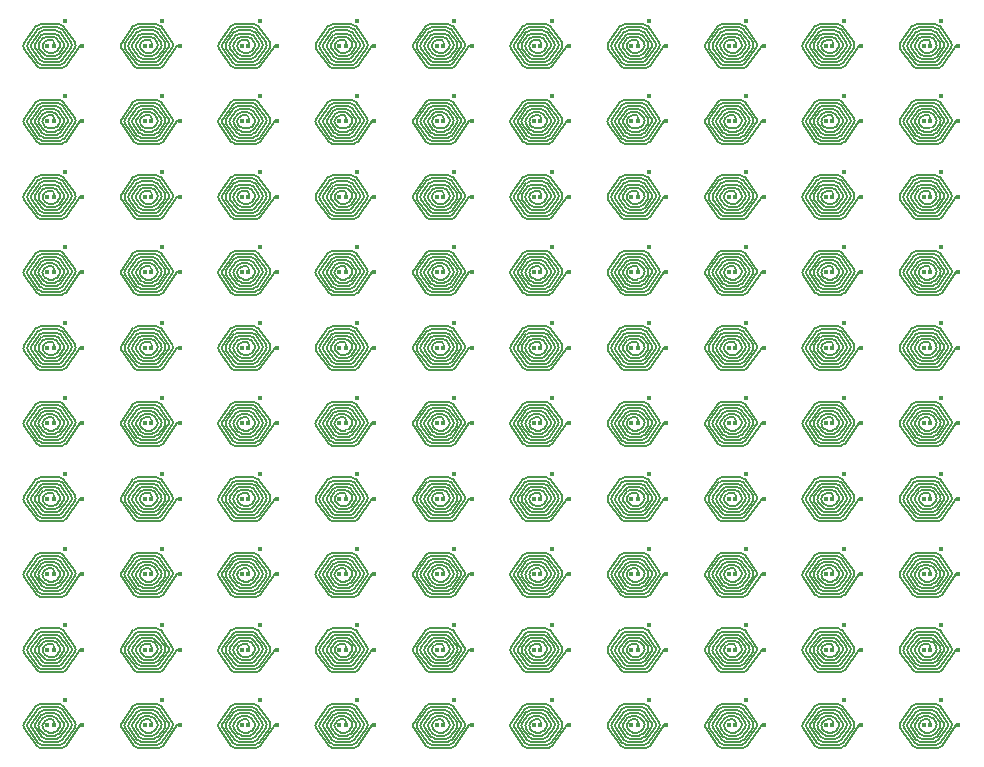
<source format=gbr>
%TF.GenerationSoftware,KiCad,Pcbnew,7.0.1*%
%TF.CreationDate,2024-10-11T23:10:47-04:00*%
%TF.ProjectId,PEST-panel,50455354-2d70-4616-9e65-6c2e6b696361,rev?*%
%TF.SameCoordinates,Original*%
%TF.FileFunction,Copper,L1,Top*%
%TF.FilePolarity,Positive*%
%FSLAX46Y46*%
G04 Gerber Fmt 4.6, Leading zero omitted, Abs format (unit mm)*
G04 Created by KiCad (PCBNEW 7.0.1) date 2024-10-11 23:10:47*
%MOMM*%
%LPD*%
G01*
G04 APERTURE LIST*
%TA.AperFunction,ViaPad*%
%ADD10C,0.400000*%
%TD*%
%TA.AperFunction,Conductor*%
%ADD11C,0.127000*%
%TD*%
G04 APERTURE END LIST*
D10*
%TO.N,Net-(J1-Pin_1)*%
X74452566Y-57546000D03*
X75408566Y-55426000D03*
X73924566Y-57546000D03*
X76878566Y-57546000D03*
X66209392Y-57546000D03*
X67165392Y-55426000D03*
X65681392Y-57546000D03*
X68635392Y-57546000D03*
X57966218Y-57546000D03*
X58922218Y-55426000D03*
X57438218Y-57546000D03*
X60392218Y-57546000D03*
X49723044Y-57546000D03*
X50679044Y-55426000D03*
X49195044Y-57546000D03*
X52149044Y-57546000D03*
X41479870Y-57546000D03*
X42435870Y-55426000D03*
X40951870Y-57546000D03*
X43905870Y-57546000D03*
X33236696Y-57546000D03*
X34192696Y-55426000D03*
X32708696Y-57546000D03*
X35662696Y-57546000D03*
X24993522Y-57546000D03*
X25949522Y-55426000D03*
X24465522Y-57546000D03*
X27419522Y-57546000D03*
X16750348Y-57546000D03*
X17706348Y-55426000D03*
X16222348Y-57546000D03*
X19176348Y-57546000D03*
X8507174Y-57546000D03*
X9463174Y-55426000D03*
X7979174Y-57546000D03*
X10933174Y-57546000D03*
X264000Y-57546000D03*
X1220000Y-55426000D03*
X-264000Y-57546000D03*
X2690000Y-57546000D03*
X74452566Y-51152000D03*
X75408566Y-49032000D03*
X73924566Y-51152000D03*
X76878566Y-51152000D03*
X66209392Y-51152000D03*
X67165392Y-49032000D03*
X65681392Y-51152000D03*
X68635392Y-51152000D03*
X57966218Y-51152000D03*
X58922218Y-49032000D03*
X57438218Y-51152000D03*
X60392218Y-51152000D03*
X49723044Y-51152000D03*
X50679044Y-49032000D03*
X49195044Y-51152000D03*
X52149044Y-51152000D03*
X41479870Y-51152000D03*
X42435870Y-49032000D03*
X40951870Y-51152000D03*
X43905870Y-51152000D03*
X33236696Y-51152000D03*
X34192696Y-49032000D03*
X32708696Y-51152000D03*
X35662696Y-51152000D03*
X24993522Y-51152000D03*
X25949522Y-49032000D03*
X24465522Y-51152000D03*
X27419522Y-51152000D03*
X16750348Y-51152000D03*
X17706348Y-49032000D03*
X16222348Y-51152000D03*
X19176348Y-51152000D03*
X8507174Y-51152000D03*
X9463174Y-49032000D03*
X7979174Y-51152000D03*
X10933174Y-51152000D03*
X264000Y-51152000D03*
X1220000Y-49032000D03*
X-264000Y-51152000D03*
X2690000Y-51152000D03*
X74452566Y-44758000D03*
X75408566Y-42638000D03*
X73924566Y-44758000D03*
X76878566Y-44758000D03*
X66209392Y-44758000D03*
X67165392Y-42638000D03*
X65681392Y-44758000D03*
X68635392Y-44758000D03*
X57966218Y-44758000D03*
X58922218Y-42638000D03*
X57438218Y-44758000D03*
X60392218Y-44758000D03*
X49723044Y-44758000D03*
X50679044Y-42638000D03*
X49195044Y-44758000D03*
X52149044Y-44758000D03*
X41479870Y-44758000D03*
X42435870Y-42638000D03*
X40951870Y-44758000D03*
X43905870Y-44758000D03*
X33236696Y-44758000D03*
X34192696Y-42638000D03*
X32708696Y-44758000D03*
X35662696Y-44758000D03*
X24993522Y-44758000D03*
X25949522Y-42638000D03*
X24465522Y-44758000D03*
X27419522Y-44758000D03*
X16750348Y-44758000D03*
X17706348Y-42638000D03*
X16222348Y-44758000D03*
X19176348Y-44758000D03*
X8507174Y-44758000D03*
X9463174Y-42638000D03*
X7979174Y-44758000D03*
X10933174Y-44758000D03*
X264000Y-44758000D03*
X1220000Y-42638000D03*
X-264000Y-44758000D03*
X2690000Y-44758000D03*
X74452566Y-38364000D03*
X75408566Y-36244000D03*
X73924566Y-38364000D03*
X76878566Y-38364000D03*
X66209392Y-38364000D03*
X67165392Y-36244000D03*
X65681392Y-38364000D03*
X68635392Y-38364000D03*
X57966218Y-38364000D03*
X58922218Y-36244000D03*
X57438218Y-38364000D03*
X60392218Y-38364000D03*
X49723044Y-38364000D03*
X50679044Y-36244000D03*
X49195044Y-38364000D03*
X52149044Y-38364000D03*
X41479870Y-38364000D03*
X42435870Y-36244000D03*
X40951870Y-38364000D03*
X43905870Y-38364000D03*
X33236696Y-38364000D03*
X34192696Y-36244000D03*
X32708696Y-38364000D03*
X35662696Y-38364000D03*
X24993522Y-38364000D03*
X25949522Y-36244000D03*
X24465522Y-38364000D03*
X27419522Y-38364000D03*
X16750348Y-38364000D03*
X17706348Y-36244000D03*
X16222348Y-38364000D03*
X19176348Y-38364000D03*
X8507174Y-38364000D03*
X9463174Y-36244000D03*
X7979174Y-38364000D03*
X10933174Y-38364000D03*
X264000Y-38364000D03*
X1220000Y-36244000D03*
X-264000Y-38364000D03*
X2690000Y-38364000D03*
X74452566Y-31970000D03*
X75408566Y-29850000D03*
X73924566Y-31970000D03*
X76878566Y-31970000D03*
X66209392Y-31970000D03*
X67165392Y-29850000D03*
X65681392Y-31970000D03*
X68635392Y-31970000D03*
X57966218Y-31970000D03*
X58922218Y-29850000D03*
X57438218Y-31970000D03*
X60392218Y-31970000D03*
X49723044Y-31970000D03*
X50679044Y-29850000D03*
X49195044Y-31970000D03*
X52149044Y-31970000D03*
X41479870Y-31970000D03*
X42435870Y-29850000D03*
X40951870Y-31970000D03*
X43905870Y-31970000D03*
X33236696Y-31970000D03*
X34192696Y-29850000D03*
X32708696Y-31970000D03*
X35662696Y-31970000D03*
X24993522Y-31970000D03*
X25949522Y-29850000D03*
X24465522Y-31970000D03*
X27419522Y-31970000D03*
X16750348Y-31970000D03*
X17706348Y-29850000D03*
X16222348Y-31970000D03*
X19176348Y-31970000D03*
X8507174Y-31970000D03*
X9463174Y-29850000D03*
X7979174Y-31970000D03*
X10933174Y-31970000D03*
X264000Y-31970000D03*
X1220000Y-29850000D03*
X-264000Y-31970000D03*
X2690000Y-31970000D03*
X74452566Y-25576000D03*
X75408566Y-23456000D03*
X73924566Y-25576000D03*
X76878566Y-25576000D03*
X66209392Y-25576000D03*
X67165392Y-23456000D03*
X65681392Y-25576000D03*
X68635392Y-25576000D03*
X57966218Y-25576000D03*
X58922218Y-23456000D03*
X57438218Y-25576000D03*
X60392218Y-25576000D03*
X49723044Y-25576000D03*
X50679044Y-23456000D03*
X49195044Y-25576000D03*
X52149044Y-25576000D03*
X41479870Y-25576000D03*
X42435870Y-23456000D03*
X40951870Y-25576000D03*
X43905870Y-25576000D03*
X33236696Y-25576000D03*
X34192696Y-23456000D03*
X32708696Y-25576000D03*
X35662696Y-25576000D03*
X24993522Y-25576000D03*
X25949522Y-23456000D03*
X24465522Y-25576000D03*
X27419522Y-25576000D03*
X16750348Y-25576000D03*
X17706348Y-23456000D03*
X16222348Y-25576000D03*
X19176348Y-25576000D03*
X8507174Y-25576000D03*
X9463174Y-23456000D03*
X7979174Y-25576000D03*
X10933174Y-25576000D03*
X264000Y-25576000D03*
X1220000Y-23456000D03*
X-264000Y-25576000D03*
X2690000Y-25576000D03*
X74452566Y-19182000D03*
X75408566Y-17062000D03*
X73924566Y-19182000D03*
X76878566Y-19182000D03*
X66209392Y-19182000D03*
X67165392Y-17062000D03*
X65681392Y-19182000D03*
X68635392Y-19182000D03*
X57966218Y-19182000D03*
X58922218Y-17062000D03*
X57438218Y-19182000D03*
X60392218Y-19182000D03*
X49723044Y-19182000D03*
X50679044Y-17062000D03*
X49195044Y-19182000D03*
X52149044Y-19182000D03*
X41479870Y-19182000D03*
X42435870Y-17062000D03*
X40951870Y-19182000D03*
X43905870Y-19182000D03*
X33236696Y-19182000D03*
X34192696Y-17062000D03*
X32708696Y-19182000D03*
X35662696Y-19182000D03*
X24993522Y-19182000D03*
X25949522Y-17062000D03*
X24465522Y-19182000D03*
X27419522Y-19182000D03*
X16750348Y-19182000D03*
X17706348Y-17062000D03*
X16222348Y-19182000D03*
X19176348Y-19182000D03*
X8507174Y-19182000D03*
X9463174Y-17062000D03*
X7979174Y-19182000D03*
X10933174Y-19182000D03*
X264000Y-19182000D03*
X1220000Y-17062000D03*
X-264000Y-19182000D03*
X2690000Y-19182000D03*
X74452566Y-12788000D03*
X75408566Y-10668000D03*
X73924566Y-12788000D03*
X76878566Y-12788000D03*
X66209392Y-12788000D03*
X67165392Y-10668000D03*
X65681392Y-12788000D03*
X68635392Y-12788000D03*
X57966218Y-12788000D03*
X58922218Y-10668000D03*
X57438218Y-12788000D03*
X60392218Y-12788000D03*
X49723044Y-12788000D03*
X50679044Y-10668000D03*
X49195044Y-12788000D03*
X52149044Y-12788000D03*
X41479870Y-12788000D03*
X42435870Y-10668000D03*
X40951870Y-12788000D03*
X43905870Y-12788000D03*
X33236696Y-12788000D03*
X34192696Y-10668000D03*
X32708696Y-12788000D03*
X35662696Y-12788000D03*
X24993522Y-12788000D03*
X25949522Y-10668000D03*
X24465522Y-12788000D03*
X27419522Y-12788000D03*
X16750348Y-12788000D03*
X17706348Y-10668000D03*
X16222348Y-12788000D03*
X19176348Y-12788000D03*
X8507174Y-12788000D03*
X9463174Y-10668000D03*
X7979174Y-12788000D03*
X10933174Y-12788000D03*
X264000Y-12788000D03*
X1220000Y-10668000D03*
X-264000Y-12788000D03*
X2690000Y-12788000D03*
X74452566Y-6394000D03*
X75408566Y-4274000D03*
X73924566Y-6394000D03*
X76878566Y-6394000D03*
X66209392Y-6394000D03*
X67165392Y-4274000D03*
X65681392Y-6394000D03*
X68635392Y-6394000D03*
X57966218Y-6394000D03*
X58922218Y-4274000D03*
X57438218Y-6394000D03*
X60392218Y-6394000D03*
X49723044Y-6394000D03*
X50679044Y-4274000D03*
X49195044Y-6394000D03*
X52149044Y-6394000D03*
X41479870Y-6394000D03*
X42435870Y-4274000D03*
X40951870Y-6394000D03*
X43905870Y-6394000D03*
X33236696Y-6394000D03*
X34192696Y-4274000D03*
X32708696Y-6394000D03*
X35662696Y-6394000D03*
X24993522Y-6394000D03*
X25949522Y-4274000D03*
X24465522Y-6394000D03*
X27419522Y-6394000D03*
X16750348Y-6394000D03*
X17706348Y-4274000D03*
X16222348Y-6394000D03*
X19176348Y-6394000D03*
X8507174Y-6394000D03*
X9463174Y-4274000D03*
X7979174Y-6394000D03*
X10933174Y-6394000D03*
X264000Y-6394000D03*
X1220000Y-4274000D03*
X-264000Y-6394000D03*
X2690000Y-6394000D03*
X74452566Y0D03*
X75408566Y2120000D03*
X73924566Y0D03*
X76878566Y0D03*
X66209392Y0D03*
X67165392Y2120000D03*
X65681392Y0D03*
X68635392Y0D03*
X57966218Y0D03*
X58922218Y2120000D03*
X57438218Y0D03*
X60392218Y0D03*
X49723044Y0D03*
X50679044Y2120000D03*
X49195044Y0D03*
X52149044Y0D03*
X41479870Y0D03*
X42435870Y2120000D03*
X40951870Y0D03*
X43905870Y0D03*
X33236696Y0D03*
X34192696Y2120000D03*
X32708696Y0D03*
X35662696Y0D03*
X24993522Y0D03*
X25949522Y2120000D03*
X24465522Y0D03*
X27419522Y0D03*
X16750348Y0D03*
X17706348Y2120000D03*
X16222348Y0D03*
X19176348Y0D03*
X8507174Y0D03*
X9463174Y2120000D03*
X7979174Y0D03*
X10933174Y0D03*
X-264000Y0D03*
X2690000Y0D03*
X1220000Y2120000D03*
X264000Y0D03*
%TD*%
D11*
%TO.N,Net-(J1-Pin_1)*%
X73450774Y-56008824D02*
G75*
G03*
X73125434Y-56176095I26J-400076D01*
G01*
X73012049Y-59302785D02*
G75*
G03*
X73339337Y-59472907I327351J229885D01*
G01*
X74381405Y-57075739D02*
G75*
G03*
X74235170Y-57048035I-146305J-372461D01*
G01*
X72285480Y-57350391D02*
G75*
G03*
X72285153Y-57815350I325320J-232709D01*
G01*
X74988989Y-56431162D02*
G75*
G03*
X74667150Y-56268613I-321889J-237438D01*
G01*
X74503919Y-57303303D02*
G75*
G03*
X74381410Y-57075727I-195719J41403D01*
G01*
X73884973Y-56788197D02*
G75*
G03*
X73571606Y-56939630I27J-400003D01*
G01*
X74020720Y-57048046D02*
G75*
G03*
X73718833Y-57185617I-120J-399754D01*
G01*
X73768147Y-58033289D02*
G75*
G03*
X74072662Y-58173868I304453J259389D01*
G01*
X74706812Y-58693459D02*
G75*
G03*
X75028114Y-58531738I-12J400059D01*
G01*
X75609146Y-57748157D02*
G75*
G03*
X75609730Y-57272432I-321346J238257D01*
G01*
X73597478Y-56268631D02*
G75*
G03*
X73274566Y-56432545I22J-400069D01*
G01*
X73463506Y-58533481D02*
G75*
G03*
X73783556Y-58693484I319994J239981D01*
G01*
X75282790Y-57755174D02*
G75*
G03*
X75283688Y-57267794I-316690J244274D01*
G01*
X74947340Y-57766467D02*
G75*
G03*
X74949122Y-57259911I-308840J254367D01*
G01*
X71966202Y-57353343D02*
G75*
G03*
X71965949Y-57813497I327098J-230257D01*
G01*
X75931431Y-57743444D02*
G75*
G03*
X75931812Y-57275485I-324231J234244D01*
G01*
X75290001Y-55917990D02*
G75*
G03*
X74963424Y-55748997I-326501J-230910D01*
G01*
X73162294Y-59045363D02*
G75*
G03*
X73487985Y-59213099I325606J232163D01*
G01*
X73604844Y-57316686D02*
G75*
G03*
X73602275Y-57838529I301856J-262414D01*
G01*
X74562813Y-58433656D02*
G75*
G03*
X74879556Y-58277958I-13J400056D01*
G01*
X74685934Y-56935999D02*
G75*
G03*
X74375494Y-56788228I-310534J-252401D01*
G01*
X76251422Y-57740006D02*
G75*
G03*
X76251741Y-57277644I-326422J231406D01*
G01*
X72930424Y-57340681D02*
G75*
G03*
X72929747Y-57821620I319176J-240919D01*
G01*
X73614923Y-58280727D02*
G75*
G03*
X73929559Y-58433676I314577J247027D01*
G01*
X74838041Y-56685320D02*
G75*
G03*
X74520338Y-56528420I-317641J-243080D01*
G01*
X72606505Y-57346425D02*
G75*
G03*
X72606011Y-57817899I322895J-236075D01*
G01*
X75146628Y-59472883D02*
G75*
G03*
X75475386Y-59300761I-28J400083D01*
G01*
X75000071Y-59213117D02*
G75*
G03*
X75326348Y-59044491I29J399917D01*
G01*
X73742665Y-56528384D02*
G75*
G03*
X73423365Y-56687489I35J-400016D01*
G01*
X75139620Y-56175092D02*
G75*
G03*
X74814987Y-56008805I-324720J-233908D01*
G01*
X73312742Y-58788741D02*
G75*
G03*
X73636158Y-58953291I323358J235441D01*
G01*
X73260355Y-57331910D02*
G75*
G03*
X73259148Y-57827561I313245J-248590D01*
G01*
X73303172Y-55749019D02*
G75*
G03*
X72976090Y-55918744I28J-400081D01*
G01*
X74423033Y-58173904D02*
G75*
G03*
X74731742Y-58028225I-33J400004D01*
G01*
X74852865Y-58953308D02*
G75*
G03*
X75177100Y-58787539I35J399908D01*
G01*
X76691566Y-57546000D02*
X76878566Y-57546000D01*
X75931813Y-57275484D02*
X75139611Y-56175098D01*
X73718832Y-57185617D02*
X73604875Y-57316713D01*
X73571606Y-56939630D02*
X73260386Y-57331935D01*
X74520338Y-56528420D02*
X73742665Y-56528420D01*
X74963424Y-55748997D02*
X73303172Y-55748997D01*
X75283688Y-57267794D02*
X74838008Y-56685345D01*
X74814987Y-56008805D02*
X73450774Y-56008805D01*
X73339337Y-59472907D02*
X75146628Y-59472907D01*
X74731743Y-58028226D02*
X74947385Y-57766504D01*
X73259147Y-57827561D02*
X73614953Y-58280704D01*
X74667150Y-56268613D02*
X73597478Y-56268613D01*
X74949122Y-57259911D02*
X74685942Y-56935993D01*
X75177100Y-58787539D02*
X75931424Y-57743439D01*
X74879556Y-58277958D02*
X75282761Y-57755152D01*
X73423365Y-56687489D02*
X72930467Y-57340714D01*
X73929559Y-58433676D02*
X74562813Y-58433676D01*
X74375494Y-56788228D02*
X73884973Y-56788228D01*
X73487985Y-59213099D02*
X75000071Y-59213099D01*
X74235170Y-57048035D02*
X74020720Y-57048035D01*
X74072662Y-58173868D02*
X74423033Y-58173868D01*
X73125434Y-56176095D02*
X72285481Y-57350392D01*
X74503952Y-57303310D02*
X74452566Y-57546000D01*
X72929747Y-57821620D02*
X73463537Y-58533458D01*
X75028114Y-58531738D02*
X75609155Y-57748164D01*
X75326349Y-59044492D02*
X76251460Y-57740033D01*
X75475387Y-59300761D02*
X76691566Y-57546000D01*
X73602275Y-57838529D02*
X73768174Y-58033266D01*
X73783556Y-58693484D02*
X74706812Y-58693484D01*
X75609730Y-57272432D02*
X74989026Y-56431135D01*
X73636158Y-58953291D02*
X74852865Y-58953291D01*
X71965949Y-57813497D02*
X73012010Y-59302813D01*
X72606011Y-57817899D02*
X73312777Y-58788716D01*
X72976089Y-55918744D02*
X71966193Y-57353337D01*
X76251741Y-57277644D02*
X75289984Y-55918002D01*
X73274566Y-56432545D02*
X72606480Y-57346407D01*
X72285152Y-57815351D02*
X73162315Y-59045348D01*
X65207600Y-56008845D02*
G75*
G03*
X64882260Y-56176095I0J-400055D01*
G01*
X64768858Y-59302798D02*
G75*
G03*
X65096163Y-59472907I327342J229898D01*
G01*
X66138241Y-57075714D02*
G75*
G03*
X65991996Y-57048035I-146241J-372486D01*
G01*
X64042305Y-57350391D02*
G75*
G03*
X64041978Y-57815351I325395J-232709D01*
G01*
X66745863Y-56431127D02*
G75*
G03*
X66423976Y-56268613I-321863J-237473D01*
G01*
X66260789Y-57303312D02*
G75*
G03*
X66138236Y-57075727I-195689J41412D01*
G01*
X65641799Y-56788217D02*
G75*
G03*
X65328432Y-56939630I1J-399983D01*
G01*
X65777546Y-57047990D02*
G75*
G03*
X65475658Y-57185617I-46J-399810D01*
G01*
X65525016Y-58033253D02*
G75*
G03*
X65829488Y-58173868I304484J259353D01*
G01*
X66463638Y-58693480D02*
G75*
G03*
X66784940Y-58531738I-38J400080D01*
G01*
X67365972Y-57748157D02*
G75*
G03*
X67366556Y-57272432I-321372J238257D01*
G01*
X65354304Y-56268652D02*
G75*
G03*
X65031392Y-56432545I-4J-400048D01*
G01*
X65220379Y-58533446D02*
G75*
G03*
X65540382Y-58693484I320021J239946D01*
G01*
X67039616Y-57755174D02*
G75*
G03*
X67040514Y-57267794I-316616J244274D01*
G01*
X66704166Y-57766467D02*
G75*
G03*
X66705947Y-57259912I-308866J254367D01*
G01*
X63723029Y-57353344D02*
G75*
G03*
X63722776Y-57813497I327071J-230256D01*
G01*
X67688258Y-57743445D02*
G75*
G03*
X67688639Y-57275484I-324258J234245D01*
G01*
X67046810Y-55918002D02*
G75*
G03*
X66720250Y-55748997I-326510J-230898D01*
G01*
X64919102Y-59045375D02*
G75*
G03*
X65244811Y-59213099I325598J232175D01*
G01*
X65361671Y-57316687D02*
G75*
G03*
X65359102Y-57838529I301829J-262413D01*
G01*
X66319639Y-58433677D02*
G75*
G03*
X66636382Y-58277958I-39J400077D01*
G01*
X66442745Y-56936012D02*
G75*
G03*
X66132320Y-56788228I-310545J-252388D01*
G01*
X68008248Y-57740006D02*
G75*
G03*
X68008566Y-57277644I-326448J231406D01*
G01*
X64687250Y-57340682D02*
G75*
G03*
X64686573Y-57821620I319150J-240918D01*
G01*
X65371795Y-58280691D02*
G75*
G03*
X65686385Y-58433676I314605J246991D01*
G01*
X66594851Y-56685332D02*
G75*
G03*
X66277164Y-56528420I-317651J-243068D01*
G01*
X64363331Y-57346425D02*
G75*
G03*
X64362837Y-57817899I322869J-236075D01*
G01*
X66903454Y-59472905D02*
G75*
G03*
X67232213Y-59300761I-54J400105D01*
G01*
X66756897Y-59213139D02*
G75*
G03*
X67083175Y-59044492I3J399939D01*
G01*
X65499491Y-56528405D02*
G75*
G03*
X65180191Y-56687489I9J-399995D01*
G01*
X66896429Y-56175104D02*
G75*
G03*
X66571813Y-56008805I-324729J-233896D01*
G01*
X65069617Y-58788706D02*
G75*
G03*
X65392984Y-58953291I323383J235406D01*
G01*
X65017181Y-57331910D02*
G75*
G03*
X65015974Y-57827560I313319J-248590D01*
G01*
X65059998Y-55749040D02*
G75*
G03*
X64732915Y-55918744I2J-400060D01*
G01*
X66179859Y-58173847D02*
G75*
G03*
X66488568Y-58028225I41J399947D01*
G01*
X66609691Y-58953329D02*
G75*
G03*
X66933926Y-58787539I9J399929D01*
G01*
X68448392Y-57546000D02*
X68635392Y-57546000D01*
X67688639Y-57275484D02*
X66896437Y-56175098D01*
X65475658Y-57185617D02*
X65361701Y-57316713D01*
X65328432Y-56939630D02*
X65017212Y-57331935D01*
X66277164Y-56528420D02*
X65499491Y-56528420D01*
X66720250Y-55748997D02*
X65059998Y-55748997D01*
X67040514Y-57267794D02*
X66594834Y-56685345D01*
X66571813Y-56008805D02*
X65207600Y-56008805D01*
X65096163Y-59472907D02*
X66903454Y-59472907D01*
X66488569Y-58028226D02*
X66704211Y-57766504D01*
X65015973Y-57827561D02*
X65371779Y-58280704D01*
X66423976Y-56268613D02*
X65354304Y-56268613D01*
X66705948Y-57259911D02*
X66442768Y-56935993D01*
X66933926Y-58787539D02*
X67688250Y-57743439D01*
X66636382Y-58277958D02*
X67039587Y-57755152D01*
X65180191Y-56687489D02*
X64687293Y-57340714D01*
X65686385Y-58433676D02*
X66319639Y-58433676D01*
X66132320Y-56788228D02*
X65641799Y-56788228D01*
X65244811Y-59213099D02*
X66756897Y-59213099D01*
X65991996Y-57048035D02*
X65777546Y-57048035D01*
X65829488Y-58173868D02*
X66179859Y-58173868D01*
X64882260Y-56176095D02*
X64042307Y-57350392D01*
X66260778Y-57303310D02*
X66209392Y-57546000D01*
X64686573Y-57821620D02*
X65220363Y-58533458D01*
X66784940Y-58531738D02*
X67365981Y-57748164D01*
X67083175Y-59044492D02*
X68008286Y-57740033D01*
X67232213Y-59300761D02*
X68448392Y-57546000D01*
X65359101Y-57838529D02*
X65525000Y-58033266D01*
X65540382Y-58693484D02*
X66463638Y-58693484D01*
X67366556Y-57272432D02*
X66745852Y-56431135D01*
X65392984Y-58953291D02*
X66609691Y-58953291D01*
X63722775Y-57813497D02*
X64768836Y-59302813D01*
X64362837Y-57817899D02*
X65069603Y-58788716D01*
X64732915Y-55918744D02*
X63723019Y-57353337D01*
X68008567Y-57277644D02*
X67046810Y-55918002D01*
X65031392Y-56432545D02*
X64363306Y-57346407D01*
X64041978Y-57815351D02*
X64919141Y-59045348D01*
X56964426Y-56008785D02*
G75*
G03*
X56639086Y-56176095I74J-400115D01*
G01*
X56525667Y-59302810D02*
G75*
G03*
X56852989Y-59472907I327333J229910D01*
G01*
X57895064Y-57075723D02*
G75*
G03*
X57748822Y-57048035I-146264J-372477D01*
G01*
X55799131Y-57350391D02*
G75*
G03*
X55798804Y-57815351I325369J-232709D01*
G01*
X58502672Y-56431139D02*
G75*
G03*
X58180802Y-56268613I-321872J-237461D01*
G01*
X58017599Y-57303309D02*
G75*
G03*
X57895062Y-57075728I-195699J41409D01*
G01*
X57398625Y-56788238D02*
G75*
G03*
X57085259Y-56939631I-25J-399962D01*
G01*
X57534372Y-57048010D02*
G75*
G03*
X57232485Y-57185618I-72J-399790D01*
G01*
X57281827Y-58033265D02*
G75*
G03*
X57586314Y-58173868I304473J259365D01*
G01*
X58220464Y-58693501D02*
G75*
G03*
X58541766Y-58531738I-64J400101D01*
G01*
X59122797Y-57748157D02*
G75*
G03*
X59123381Y-57272432I-321297J238257D01*
G01*
X57111130Y-56268673D02*
G75*
G03*
X56788218Y-56432545I-30J-400027D01*
G01*
X56977189Y-58533458D02*
G75*
G03*
X57297208Y-58693484I320011J239958D01*
G01*
X58796442Y-57755174D02*
G75*
G03*
X58797340Y-57267794I-316642J244274D01*
G01*
X58460992Y-57766467D02*
G75*
G03*
X58462774Y-57259911I-308792J254367D01*
G01*
X55479854Y-57353344D02*
G75*
G03*
X55479601Y-57813497I327046J-230256D01*
G01*
X59445084Y-57743445D02*
G75*
G03*
X59445465Y-57275484I-324284J234245D01*
G01*
X58803618Y-55918014D02*
G75*
G03*
X58477076Y-55748997I-326518J-230886D01*
G01*
X56675978Y-59045340D02*
G75*
G03*
X57001637Y-59213099I325622J232140D01*
G01*
X57118497Y-57316687D02*
G75*
G03*
X57115928Y-57838528I301803J-262413D01*
G01*
X58076465Y-58433697D02*
G75*
G03*
X58393207Y-58277958I-65J400097D01*
G01*
X58199555Y-56936025D02*
G75*
G03*
X57889146Y-56788228I-310555J-252375D01*
G01*
X59765074Y-57740006D02*
G75*
G03*
X59765393Y-57277644I-326374J231406D01*
G01*
X56444076Y-57340682D02*
G75*
G03*
X56443400Y-57821620I319224J-240918D01*
G01*
X57128605Y-58280704D02*
G75*
G03*
X57443211Y-58433676I314595J247004D01*
G01*
X58351660Y-56685345D02*
G75*
G03*
X58033990Y-56528420I-317660J-243055D01*
G01*
X56120156Y-57346425D02*
G75*
G03*
X56119663Y-57817899I322944J-236075D01*
G01*
X58660280Y-59472926D02*
G75*
G03*
X58989038Y-59300761I-80J400126D01*
G01*
X58513723Y-59213078D02*
G75*
G03*
X58840000Y-59044492I77J399878D01*
G01*
X57256317Y-56528426D02*
G75*
G03*
X56937018Y-56687489I-17J-399974D01*
G01*
X58653303Y-56175069D02*
G75*
G03*
X58328639Y-56008805I-324703J-233931D01*
G01*
X56826426Y-58788718D02*
G75*
G03*
X57149810Y-58953291I323374J235418D01*
G01*
X56774007Y-57331910D02*
G75*
G03*
X56772799Y-57827561I313293J-248590D01*
G01*
X56816824Y-55748979D02*
G75*
G03*
X56489741Y-55918744I76J-400121D01*
G01*
X57936685Y-58173867D02*
G75*
G03*
X58245394Y-58028225I15J399967D01*
G01*
X58366517Y-58953350D02*
G75*
G03*
X58690752Y-58787539I-17J399950D01*
G01*
X60205218Y-57546000D02*
X60392218Y-57546000D01*
X59445465Y-57275484D02*
X58653263Y-56175098D01*
X57232484Y-57185617D02*
X57118527Y-57316713D01*
X57085258Y-56939630D02*
X56774038Y-57331935D01*
X58033990Y-56528420D02*
X57256317Y-56528420D01*
X58477076Y-55748997D02*
X56816824Y-55748997D01*
X58797340Y-57267794D02*
X58351660Y-56685345D01*
X58328639Y-56008805D02*
X56964426Y-56008805D01*
X56852989Y-59472907D02*
X58660280Y-59472907D01*
X58245395Y-58028226D02*
X58461037Y-57766504D01*
X56772799Y-57827561D02*
X57128605Y-58280704D01*
X58180802Y-56268613D02*
X57111130Y-56268613D01*
X58462774Y-57259911D02*
X58199594Y-56935993D01*
X58690752Y-58787539D02*
X59445076Y-57743439D01*
X58393208Y-58277958D02*
X58796413Y-57755152D01*
X56937017Y-56687489D02*
X56444119Y-57340714D01*
X57443211Y-58433676D02*
X58076465Y-58433676D01*
X57889146Y-56788228D02*
X57398625Y-56788228D01*
X57001637Y-59213099D02*
X58513723Y-59213099D01*
X57748822Y-57048035D02*
X57534372Y-57048035D01*
X57586314Y-58173868D02*
X57936685Y-58173868D01*
X56639086Y-56176095D02*
X55799133Y-57350392D01*
X58017604Y-57303310D02*
X57966218Y-57546000D01*
X56443399Y-57821620D02*
X56977189Y-58533458D01*
X58541766Y-58531738D02*
X59122807Y-57748164D01*
X58840001Y-59044492D02*
X59765112Y-57740033D01*
X58989039Y-59300761D02*
X60205218Y-57546000D01*
X57115927Y-57838529D02*
X57281826Y-58033266D01*
X57297208Y-58693484D02*
X58220464Y-58693484D01*
X59123382Y-57272432D02*
X58502678Y-56431135D01*
X57149810Y-58953291D02*
X58366517Y-58953291D01*
X55479601Y-57813497D02*
X56525662Y-59302813D01*
X56119663Y-57817899D02*
X56826429Y-58788716D01*
X56489741Y-55918744D02*
X55479845Y-57353337D01*
X59765393Y-57277644D02*
X58803636Y-55918002D01*
X56788218Y-56432545D02*
X56120132Y-57346407D01*
X55798804Y-57815351D02*
X56675967Y-59045348D01*
X48721252Y-56008806D02*
G75*
G03*
X48395912Y-56176095I48J-400094D01*
G01*
X48282475Y-59302822D02*
G75*
G03*
X48609815Y-59472907I327325J229922D01*
G01*
X49651886Y-57075732D02*
G75*
G03*
X49505648Y-57048035I-146286J-372468D01*
G01*
X47555958Y-57350391D02*
G75*
G03*
X47555631Y-57815351I325342J-232709D01*
G01*
X50259482Y-56431151D02*
G75*
G03*
X49937628Y-56268613I-321882J-237449D01*
G01*
X49774410Y-57303306D02*
G75*
G03*
X49651888Y-57075727I-195710J41406D01*
G01*
X49155451Y-56788180D02*
G75*
G03*
X48842085Y-56939630I49J-400020D01*
G01*
X49291198Y-57048029D02*
G75*
G03*
X48989310Y-57185617I-98J-399771D01*
G01*
X49038638Y-58033278D02*
G75*
G03*
X49343140Y-58173868I304462J259378D01*
G01*
X49977290Y-58693441D02*
G75*
G03*
X50298591Y-58531737I10J400041D01*
G01*
X50879624Y-57748157D02*
G75*
G03*
X50880207Y-57272432I-321324J238257D01*
G01*
X48867956Y-56268613D02*
G75*
G03*
X48545044Y-56432545I44J-400087D01*
G01*
X48733998Y-58533471D02*
G75*
G03*
X49054034Y-58693484I320002J239971D01*
G01*
X50553267Y-57755174D02*
G75*
G03*
X50554165Y-57267795I-316667J244274D01*
G01*
X50217818Y-57766467D02*
G75*
G03*
X50219600Y-57259911I-308818J254367D01*
G01*
X47236680Y-57353343D02*
G75*
G03*
X47236427Y-57813497I327020J-230257D01*
G01*
X51201910Y-57743444D02*
G75*
G03*
X51202291Y-57275484I-324310J234244D01*
G01*
X50560427Y-55918027D02*
G75*
G03*
X50233902Y-55748997I-326527J-230873D01*
G01*
X48432786Y-59045353D02*
G75*
G03*
X48758463Y-59213099I325614J232153D01*
G01*
X48875323Y-57316687D02*
G75*
G03*
X48872753Y-57838529I301777J-262413D01*
G01*
X49833291Y-58433639D02*
G75*
G03*
X50150034Y-58277958I9J400039D01*
G01*
X49956425Y-56935989D02*
G75*
G03*
X49645972Y-56788228I-310525J-252411D01*
G01*
X51521900Y-57740006D02*
G75*
G03*
X51522219Y-57277644I-326400J231406D01*
G01*
X48200901Y-57340681D02*
G75*
G03*
X48200225Y-57821620I319199J-240919D01*
G01*
X48885415Y-58280716D02*
G75*
G03*
X49200037Y-58433676I314585J247016D01*
G01*
X50108470Y-56685357D02*
G75*
G03*
X49790816Y-56528420I-317670J-243043D01*
G01*
X47876982Y-57346425D02*
G75*
G03*
X47876489Y-57817899I322918J-236075D01*
G01*
X50417106Y-59472865D02*
G75*
G03*
X50745864Y-59300761I-6J400065D01*
G01*
X50270549Y-59213100D02*
G75*
G03*
X50596827Y-59044492I51J399900D01*
G01*
X49013143Y-56528447D02*
G75*
G03*
X48693844Y-56687490I-43J-399953D01*
G01*
X50410112Y-56175081D02*
G75*
G03*
X50085465Y-56008805I-324712J-233919D01*
G01*
X48583235Y-58788731D02*
G75*
G03*
X48906636Y-58953291I323365J235431D01*
G01*
X48530832Y-57331910D02*
G75*
G03*
X48529625Y-57827561I313268J-248590D01*
G01*
X48573650Y-55749001D02*
G75*
G03*
X48246568Y-55918744I50J-400099D01*
G01*
X49693511Y-58173887D02*
G75*
G03*
X50002220Y-58028225I-11J399987D01*
G01*
X50123343Y-58953290D02*
G75*
G03*
X50447578Y-58787539I57J399890D01*
G01*
X51962044Y-57546000D02*
X52149044Y-57546000D01*
X51202291Y-57275484D02*
X50410089Y-56175098D01*
X48989310Y-57185617D02*
X48875353Y-57316713D01*
X48842084Y-56939630D02*
X48530864Y-57331935D01*
X49790816Y-56528420D02*
X49013143Y-56528420D01*
X50233902Y-55748997D02*
X48573650Y-55748997D01*
X50554166Y-57267794D02*
X50108486Y-56685345D01*
X50085465Y-56008805D02*
X48721252Y-56008805D01*
X48609815Y-59472907D02*
X50417106Y-59472907D01*
X50002221Y-58028226D02*
X50217863Y-57766504D01*
X48529625Y-57827561D02*
X48885431Y-58280704D01*
X49937628Y-56268613D02*
X48867956Y-56268613D01*
X50219600Y-57259911D02*
X49956420Y-56935993D01*
X50447578Y-58787539D02*
X51201902Y-57743439D01*
X50150034Y-58277958D02*
X50553239Y-57755152D01*
X48693843Y-56687489D02*
X48200945Y-57340714D01*
X49200037Y-58433676D02*
X49833291Y-58433676D01*
X49645972Y-56788228D02*
X49155451Y-56788228D01*
X48758463Y-59213099D02*
X50270549Y-59213099D01*
X49505648Y-57048035D02*
X49291198Y-57048035D01*
X49343140Y-58173868D02*
X49693511Y-58173868D01*
X48395912Y-56176095D02*
X47555959Y-57350392D01*
X49774430Y-57303310D02*
X49723044Y-57546000D01*
X48200225Y-57821620D02*
X48734015Y-58533458D01*
X50298592Y-58531738D02*
X50879633Y-57748164D01*
X50596827Y-59044492D02*
X51521938Y-57740033D01*
X50745865Y-59300761D02*
X51962044Y-57546000D01*
X48872753Y-57838529D02*
X49038652Y-58033266D01*
X49054034Y-58693484D02*
X49977290Y-58693484D01*
X50880208Y-57272432D02*
X50259504Y-56431135D01*
X48906636Y-58953291D02*
X50123343Y-58953291D01*
X47236427Y-57813497D02*
X48282488Y-59302813D01*
X47876489Y-57817899D02*
X48583255Y-58788716D01*
X48246567Y-55918744D02*
X47236671Y-57353337D01*
X51522219Y-57277644D02*
X50560462Y-55918002D01*
X48545044Y-56432545D02*
X47876958Y-57346407D01*
X47555630Y-57815351D02*
X48432793Y-59045348D01*
X40478078Y-56008827D02*
G75*
G03*
X40152738Y-56176095I22J-400073D01*
G01*
X40039351Y-59302787D02*
G75*
G03*
X40366641Y-59472907I327349J229887D01*
G01*
X41408709Y-57075741D02*
G75*
G03*
X41262474Y-57048035I-146309J-372459D01*
G01*
X39312784Y-57350391D02*
G75*
G03*
X39312457Y-57815351I325316J-232709D01*
G01*
X42016291Y-56431164D02*
G75*
G03*
X41694454Y-56268613I-321891J-237436D01*
G01*
X41531220Y-57303302D02*
G75*
G03*
X41408714Y-57075728I-195720J41402D01*
G01*
X40912277Y-56788200D02*
G75*
G03*
X40598910Y-56939630I23J-400000D01*
G01*
X41048024Y-57048049D02*
G75*
G03*
X40746137Y-57185617I-124J-399751D01*
G01*
X40795507Y-58033242D02*
G75*
G03*
X41099966Y-58173868I304493J259342D01*
G01*
X41734116Y-58693462D02*
G75*
G03*
X42055417Y-58531738I-16J400062D01*
G01*
X42636450Y-57748157D02*
G75*
G03*
X42637033Y-57272432I-321350J238257D01*
G01*
X40624782Y-56268634D02*
G75*
G03*
X40301870Y-56432545I18J-400066D01*
G01*
X40490871Y-58533435D02*
G75*
G03*
X40810860Y-58693484I320029J239935D01*
G01*
X42310094Y-57755174D02*
G75*
G03*
X42310992Y-57267794I-316694J244274D01*
G01*
X41974644Y-57766467D02*
G75*
G03*
X41976425Y-57259911I-308844J254367D01*
G01*
X38993507Y-57353344D02*
G75*
G03*
X38993254Y-57813497I327093J-230256D01*
G01*
X42958736Y-57743444D02*
G75*
G03*
X42959117Y-57275484I-324236J234244D01*
G01*
X42317302Y-55917992D02*
G75*
G03*
X41990728Y-55748997I-326502J-230908D01*
G01*
X40189595Y-59045365D02*
G75*
G03*
X40515289Y-59213099I325605J232165D01*
G01*
X40632148Y-57316686D02*
G75*
G03*
X40629579Y-57838529I301852J-262414D01*
G01*
X41590117Y-58433659D02*
G75*
G03*
X41906859Y-58277958I-17J400059D01*
G01*
X41713236Y-56936001D02*
G75*
G03*
X41402798Y-56788228I-310536J-252399D01*
G01*
X43278726Y-57740006D02*
G75*
G03*
X43279044Y-57277644I-326426J231406D01*
G01*
X39957728Y-57340681D02*
G75*
G03*
X39957051Y-57821620I319172J-240919D01*
G01*
X40642287Y-58280681D02*
G75*
G03*
X40956863Y-58433676I314613J246981D01*
G01*
X41865343Y-56685322D02*
G75*
G03*
X41547642Y-56528420I-317643J-243078D01*
G01*
X39633808Y-57346425D02*
G75*
G03*
X39633315Y-57817899I322892J-236075D01*
G01*
X42173932Y-59472887D02*
G75*
G03*
X42502691Y-59300761I-32J400087D01*
G01*
X42027375Y-59213121D02*
G75*
G03*
X42353653Y-59044492I25J399921D01*
G01*
X40769969Y-56528388D02*
G75*
G03*
X40450670Y-56687490I31J-400012D01*
G01*
X42166921Y-56175094D02*
G75*
G03*
X41842291Y-56008805I-324721J-233906D01*
G01*
X40340044Y-58788743D02*
G75*
G03*
X40663462Y-58953291I323356J235443D01*
G01*
X40287659Y-57331910D02*
G75*
G03*
X40286451Y-57827561I313241J-248590D01*
G01*
X40330476Y-55749022D02*
G75*
G03*
X40003393Y-55918744I24J-400078D01*
G01*
X41450337Y-58173908D02*
G75*
G03*
X41759047Y-58028226I-37J400008D01*
G01*
X41880169Y-58953311D02*
G75*
G03*
X42204403Y-58787539I31J399911D01*
G01*
X43718870Y-57546000D02*
X43905870Y-57546000D01*
X42959117Y-57275484D02*
X42166915Y-56175098D01*
X40746136Y-57185617D02*
X40632179Y-57316713D01*
X40598910Y-56939630D02*
X40287690Y-57331935D01*
X41547642Y-56528420D02*
X40769969Y-56528420D01*
X41990728Y-55748997D02*
X40330476Y-55748997D01*
X42310992Y-57267794D02*
X41865312Y-56685345D01*
X41842291Y-56008805D02*
X40478078Y-56008805D01*
X40366641Y-59472907D02*
X42173932Y-59472907D01*
X41759047Y-58028226D02*
X41974689Y-57766504D01*
X40286451Y-57827561D02*
X40642257Y-58280704D01*
X41694454Y-56268613D02*
X40624782Y-56268613D01*
X41976426Y-57259911D02*
X41713246Y-56935993D01*
X42204404Y-58787539D02*
X42958728Y-57743439D01*
X41906860Y-58277958D02*
X42310065Y-57755152D01*
X40450669Y-56687489D02*
X39957771Y-57340714D01*
X40956863Y-58433676D02*
X41590117Y-58433676D01*
X41402798Y-56788228D02*
X40912277Y-56788228D01*
X40515289Y-59213099D02*
X42027375Y-59213099D01*
X41262474Y-57048035D02*
X41048024Y-57048035D01*
X41099966Y-58173868D02*
X41450337Y-58173868D01*
X40152738Y-56176095D02*
X39312785Y-57350392D01*
X41531256Y-57303310D02*
X41479870Y-57546000D01*
X39957051Y-57821620D02*
X40490841Y-58533458D01*
X42055418Y-58531738D02*
X42636459Y-57748164D01*
X42353653Y-59044492D02*
X43278764Y-57740033D01*
X42502691Y-59300761D02*
X43718870Y-57546000D01*
X40629579Y-57838529D02*
X40795478Y-58033266D01*
X40810860Y-58693484D02*
X41734116Y-58693484D01*
X42637034Y-57272432D02*
X42016330Y-56431135D01*
X40663462Y-58953291D02*
X41880169Y-58953291D01*
X38993253Y-57813497D02*
X40039314Y-59302813D01*
X39633315Y-57817899D02*
X40340081Y-58788716D01*
X40003393Y-55918744D02*
X38993497Y-57353337D01*
X43279045Y-57277644D02*
X42317288Y-55918002D01*
X40301870Y-56432545D02*
X39633784Y-57346407D01*
X39312456Y-57815351D02*
X40189619Y-59045348D01*
X32234904Y-56008848D02*
G75*
G03*
X31909564Y-56176095I-4J-400052D01*
G01*
X31796159Y-59302799D02*
G75*
G03*
X32123467Y-59472907I327341J229899D01*
G01*
X33165544Y-57075716D02*
G75*
G03*
X33019300Y-57048035I-146244J-372484D01*
G01*
X31069610Y-57350391D02*
G75*
G03*
X31069283Y-57815350I325390J-232709D01*
G01*
X33773165Y-56431129D02*
G75*
G03*
X33451280Y-56268613I-321865J-237471D01*
G01*
X33288090Y-57303312D02*
G75*
G03*
X33165540Y-57075728I-195690J41412D01*
G01*
X32669103Y-56788220D02*
G75*
G03*
X32355736Y-56939630I-3J-399980D01*
G01*
X32804850Y-57047993D02*
G75*
G03*
X32502962Y-57185617I-50J-399807D01*
G01*
X32552317Y-58033255D02*
G75*
G03*
X32856792Y-58173868I304483J259355D01*
G01*
X33490942Y-58693483D02*
G75*
G03*
X33812243Y-58531738I-42J400083D01*
G01*
X34393276Y-57748157D02*
G75*
G03*
X34393860Y-57272432I-321376J238257D01*
G01*
X32381608Y-56268655D02*
G75*
G03*
X32058696Y-56432545I-8J-400045D01*
G01*
X32247681Y-58533448D02*
G75*
G03*
X32567686Y-58693484I320019J239948D01*
G01*
X34066919Y-57755174D02*
G75*
G03*
X34067817Y-57267794I-316619J244274D01*
G01*
X33731470Y-57766467D02*
G75*
G03*
X33733251Y-57259912I-308870J254367D01*
G01*
X30750332Y-57353344D02*
G75*
G03*
X30750079Y-57813497I327068J-230256D01*
G01*
X34715562Y-57743444D02*
G75*
G03*
X34715943Y-57275484I-324262J234244D01*
G01*
X34074111Y-55918004D02*
G75*
G03*
X33747554Y-55748997I-326511J-230896D01*
G01*
X31946404Y-59045377D02*
G75*
G03*
X32272115Y-59213099I325596J232177D01*
G01*
X32388975Y-57316687D02*
G75*
G03*
X32386405Y-57838529I301825J-262413D01*
G01*
X33346943Y-58433680D02*
G75*
G03*
X33663686Y-58277958I-43J400080D01*
G01*
X33470046Y-56936014D02*
G75*
G03*
X33159624Y-56788228I-310546J-252386D01*
G01*
X35035552Y-57740006D02*
G75*
G03*
X35035870Y-57277645I-326452J231406D01*
G01*
X31714554Y-57340681D02*
G75*
G03*
X31713877Y-57821620I319146J-240919D01*
G01*
X32399097Y-58280693D02*
G75*
G03*
X32713689Y-58433676I314603J246993D01*
G01*
X33622152Y-56685334D02*
G75*
G03*
X33304468Y-56528420I-317652J-243066D01*
G01*
X31390634Y-57346425D02*
G75*
G03*
X31390141Y-57817899I322866J-236075D01*
G01*
X33930758Y-59472908D02*
G75*
G03*
X34259517Y-59300761I-58J400108D01*
G01*
X33784201Y-59213142D02*
G75*
G03*
X34110479Y-59044492I-1J399942D01*
G01*
X32526795Y-56528408D02*
G75*
G03*
X32207495Y-56687489I5J-399992D01*
G01*
X33923730Y-56175106D02*
G75*
G03*
X33599117Y-56008805I-324730J-233894D01*
G01*
X32096918Y-58788708D02*
G75*
G03*
X32420288Y-58953291I323382J235408D01*
G01*
X32044485Y-57331910D02*
G75*
G03*
X32043278Y-57827560I313315J-248590D01*
G01*
X32087302Y-55749043D02*
G75*
G03*
X31760219Y-55918744I-2J-400057D01*
G01*
X33207163Y-58173850D02*
G75*
G03*
X33515872Y-58028225I37J399950D01*
G01*
X33636995Y-58953332D02*
G75*
G03*
X33961229Y-58787539I5J399932D01*
G01*
X35475696Y-57546000D02*
X35662696Y-57546000D01*
X34715943Y-57275484D02*
X33923741Y-56175098D01*
X32502962Y-57185617D02*
X32389005Y-57316713D01*
X32355736Y-56939630D02*
X32044516Y-57331935D01*
X33304468Y-56528420D02*
X32526795Y-56528420D01*
X33747554Y-55748997D02*
X32087302Y-55748997D01*
X34067818Y-57267794D02*
X33622138Y-56685345D01*
X33599117Y-56008805D02*
X32234904Y-56008805D01*
X32123467Y-59472907D02*
X33930758Y-59472907D01*
X33515873Y-58028226D02*
X33731515Y-57766504D01*
X32043277Y-57827561D02*
X32399083Y-58280704D01*
X33451280Y-56268613D02*
X32381608Y-56268613D01*
X33733252Y-57259911D02*
X33470072Y-56935993D01*
X33961230Y-58787539D02*
X34715554Y-57743439D01*
X33663686Y-58277958D02*
X34066891Y-57755152D01*
X32207495Y-56687489D02*
X31714597Y-57340714D01*
X32713689Y-58433676D02*
X33346943Y-58433676D01*
X33159624Y-56788228D02*
X32669103Y-56788228D01*
X32272115Y-59213099D02*
X33784201Y-59213099D01*
X33019300Y-57048035D02*
X32804850Y-57048035D01*
X32856792Y-58173868D02*
X33207163Y-58173868D01*
X31909564Y-56176095D02*
X31069611Y-57350392D01*
X33288082Y-57303310D02*
X33236696Y-57546000D01*
X31713877Y-57821620D02*
X32247667Y-58533458D01*
X33812244Y-58531738D02*
X34393285Y-57748164D01*
X34110479Y-59044492D02*
X35035590Y-57740033D01*
X34259517Y-59300761D02*
X35475696Y-57546000D01*
X32386405Y-57838529D02*
X32552304Y-58033266D01*
X32567686Y-58693484D02*
X33490942Y-58693484D01*
X34393860Y-57272432D02*
X33773156Y-56431135D01*
X32420288Y-58953291D02*
X33636995Y-58953291D01*
X30750079Y-57813497D02*
X31796140Y-59302813D01*
X31390141Y-57817899D02*
X32096907Y-58788716D01*
X31760219Y-55918744D02*
X30750323Y-57353337D01*
X35035871Y-57277644D02*
X34074114Y-55918002D01*
X32058696Y-56432545D02*
X31390610Y-57346407D01*
X31069282Y-57815351D02*
X31946445Y-59045348D01*
X23991730Y-56008788D02*
G75*
G03*
X23666390Y-56176095I70J-400112D01*
G01*
X23552968Y-59302812D02*
G75*
G03*
X23880293Y-59472907I327332J229912D01*
G01*
X24922367Y-57075725D02*
G75*
G03*
X24776126Y-57048035I-146267J-372475D01*
G01*
X22826436Y-57350391D02*
G75*
G03*
X22826109Y-57815351I325364J-232709D01*
G01*
X25529974Y-56431141D02*
G75*
G03*
X25208106Y-56268613I-321874J-237459D01*
G01*
X25044901Y-57303309D02*
G75*
G03*
X24922366Y-57075727I-195701J41409D01*
G01*
X24425929Y-56788241D02*
G75*
G03*
X24112563Y-56939630I-29J-399959D01*
G01*
X24561676Y-57048013D02*
G75*
G03*
X24259789Y-57185618I-76J-399787D01*
G01*
X24309128Y-58033267D02*
G75*
G03*
X24613618Y-58173868I304472J259367D01*
G01*
X25247768Y-58693504D02*
G75*
G03*
X25569070Y-58531738I-68J400104D01*
G01*
X26150102Y-57748157D02*
G75*
G03*
X26150686Y-57272432I-321302J238257D01*
G01*
X24138434Y-56268596D02*
G75*
G03*
X23815523Y-56432546I66J-400104D01*
G01*
X24004490Y-58533460D02*
G75*
G03*
X24324512Y-58693484I320010J239960D01*
G01*
X25823746Y-57755174D02*
G75*
G03*
X25824644Y-57267794I-316646J244274D01*
G01*
X25488296Y-57766467D02*
G75*
G03*
X25490078Y-57259911I-308796J254367D01*
G01*
X22507158Y-57353343D02*
G75*
G03*
X22506905Y-57813497I327042J-230257D01*
G01*
X26472387Y-57743444D02*
G75*
G03*
X26472769Y-57275484I-324287J234244D01*
G01*
X25830920Y-55918016D02*
G75*
G03*
X25504380Y-55748997I-326520J-230884D01*
G01*
X23703279Y-59045342D02*
G75*
G03*
X24028941Y-59213099I325621J232142D01*
G01*
X24145801Y-57316687D02*
G75*
G03*
X24143232Y-57838528I301799J-262413D01*
G01*
X25103769Y-58433700D02*
G75*
G03*
X25420511Y-58277957I-69J400100D01*
G01*
X25226857Y-56936027D02*
G75*
G03*
X24916450Y-56788228I-310557J-252373D01*
G01*
X26792378Y-57740006D02*
G75*
G03*
X26792697Y-57277644I-326378J231406D01*
G01*
X23471380Y-57340681D02*
G75*
G03*
X23470703Y-57821620I319220J-240919D01*
G01*
X24155907Y-58280706D02*
G75*
G03*
X24470515Y-58433676I314593J247006D01*
G01*
X25378962Y-56685347D02*
G75*
G03*
X25061294Y-56528420I-317662J-243053D01*
G01*
X23147461Y-57346425D02*
G75*
G03*
X23146968Y-57817898I322939J-236075D01*
G01*
X25687584Y-59472929D02*
G75*
G03*
X26016342Y-59300760I-84J400129D01*
G01*
X25541027Y-59213082D02*
G75*
G03*
X25867305Y-59044492I73J399882D01*
G01*
X24283621Y-56528429D02*
G75*
G03*
X23964321Y-56687489I-21J-399971D01*
G01*
X25680605Y-56175071D02*
G75*
G03*
X25355943Y-56008805I-324705J-233929D01*
G01*
X23853727Y-58788720D02*
G75*
G03*
X24177114Y-58953291I323373J235420D01*
G01*
X23801311Y-57331910D02*
G75*
G03*
X23800103Y-57827561I313289J-248590D01*
G01*
X23844128Y-55748983D02*
G75*
G03*
X23517046Y-55918744I72J-400117D01*
G01*
X24963989Y-58173870D02*
G75*
G03*
X25272698Y-58028225I11J399970D01*
G01*
X25393821Y-58953272D02*
G75*
G03*
X25718055Y-58787539I79J399872D01*
G01*
X27232522Y-57546000D02*
X27419522Y-57546000D01*
X26472769Y-57275484D02*
X25680567Y-56175098D01*
X24259788Y-57185617D02*
X24145831Y-57316713D01*
X24112562Y-56939630D02*
X23801342Y-57331935D01*
X25061294Y-56528420D02*
X24283621Y-56528420D01*
X25504380Y-55748997D02*
X23844128Y-55748997D01*
X25824644Y-57267794D02*
X25378964Y-56685345D01*
X25355943Y-56008805D02*
X23991730Y-56008805D01*
X23880293Y-59472907D02*
X25687584Y-59472907D01*
X25272699Y-58028226D02*
X25488341Y-57766504D01*
X23800103Y-57827561D02*
X24155909Y-58280704D01*
X25208106Y-56268613D02*
X24138434Y-56268613D01*
X25490078Y-57259911D02*
X25226898Y-56935993D01*
X25718056Y-58787539D02*
X26472380Y-57743439D01*
X25420512Y-58277958D02*
X25823717Y-57755152D01*
X23964321Y-56687489D02*
X23471423Y-57340714D01*
X24470515Y-58433676D02*
X25103769Y-58433676D01*
X24916450Y-56788228D02*
X24425929Y-56788228D01*
X24028941Y-59213099D02*
X25541027Y-59213099D01*
X24776126Y-57048035D02*
X24561676Y-57048035D01*
X24613618Y-58173868D02*
X24963989Y-58173868D01*
X23666390Y-56176095D02*
X22826437Y-57350392D01*
X25044908Y-57303310D02*
X24993522Y-57546000D01*
X23470703Y-57821620D02*
X24004493Y-58533458D01*
X25569070Y-58531738D02*
X26150111Y-57748164D01*
X25867305Y-59044492D02*
X26792416Y-57740033D01*
X26016343Y-59300761D02*
X27232522Y-57546000D01*
X24143231Y-57838529D02*
X24309130Y-58033266D01*
X24324512Y-58693484D02*
X25247768Y-58693484D01*
X26150686Y-57272432D02*
X25529982Y-56431135D01*
X24177114Y-58953291D02*
X25393821Y-58953291D01*
X22506905Y-57813497D02*
X23552966Y-59302813D01*
X23146967Y-57817899D02*
X23853733Y-58788716D01*
X23517045Y-55918744D02*
X22507149Y-57353337D01*
X26792697Y-57277644D02*
X25830940Y-55918002D01*
X23815522Y-56432545D02*
X23147436Y-57346407D01*
X22826108Y-57815351D02*
X23703271Y-59045348D01*
X15748556Y-56008809D02*
G75*
G03*
X15423216Y-56176095I44J-400091D01*
G01*
X15309777Y-59302824D02*
G75*
G03*
X15637119Y-59472907I327323J229924D01*
G01*
X16679190Y-57075733D02*
G75*
G03*
X16532952Y-57048035I-146290J-372467D01*
G01*
X14583262Y-57350391D02*
G75*
G03*
X14582934Y-57815351I325338J-232709D01*
G01*
X17286783Y-56431153D02*
G75*
G03*
X16964932Y-56268613I-321883J-237447D01*
G01*
X16801711Y-57303305D02*
G75*
G03*
X16679192Y-57075728I-195711J41405D01*
G01*
X16182755Y-56788183D02*
G75*
G03*
X15869389Y-56939630I45J-400017D01*
G01*
X16318502Y-57048032D02*
G75*
G03*
X16016614Y-57185617I-102J-399768D01*
G01*
X16065939Y-58033280D02*
G75*
G03*
X16370444Y-58173868I304461J259380D01*
G01*
X17004594Y-58693445D02*
G75*
G03*
X17325896Y-58531738I6J400045D01*
G01*
X17906927Y-57748157D02*
G75*
G03*
X17907511Y-57272433I-321327J238257D01*
G01*
X15895260Y-56268617D02*
G75*
G03*
X15572349Y-56432546I40J-400083D01*
G01*
X15761299Y-58533473D02*
G75*
G03*
X16081338Y-58693484I320001J239973D01*
G01*
X17580572Y-57755174D02*
G75*
G03*
X17581470Y-57267794I-316672J244274D01*
G01*
X17245171Y-57766508D02*
G75*
G03*
X17246904Y-57259911I-308871J254358D01*
G01*
X14263985Y-57353344D02*
G75*
G03*
X14263732Y-57813497I327115J-230256D01*
G01*
X18229213Y-57743444D02*
G75*
G03*
X18229595Y-57275484I-324313J234244D01*
G01*
X17587795Y-55917981D02*
G75*
G03*
X17261206Y-55748997I-326495J-230919D01*
G01*
X15460088Y-59045355D02*
G75*
G03*
X15785767Y-59213099I325612J232155D01*
G01*
X15902627Y-57316687D02*
G75*
G03*
X15900057Y-57838529I301773J-262413D01*
G01*
X16860595Y-58433642D02*
G75*
G03*
X17177338Y-58277958I5J400042D01*
G01*
X16983727Y-56935990D02*
G75*
G03*
X16673276Y-56788228I-310527J-252410D01*
G01*
X18549204Y-57740006D02*
G75*
G03*
X18549522Y-57277644I-326404J231406D01*
G01*
X15228254Y-57340718D02*
G75*
G03*
X15227530Y-57821620I319136J-240932D01*
G01*
X15912717Y-58280718D02*
G75*
G03*
X16227341Y-58433676I314583J247018D01*
G01*
X17135771Y-56685359D02*
G75*
G03*
X16818120Y-56528420I-317671J-243041D01*
G01*
X14904287Y-57346425D02*
G75*
G03*
X14903794Y-57817898I322913J-236075D01*
G01*
X17444410Y-59472869D02*
G75*
G03*
X17773169Y-59300761I-10J400069D01*
G01*
X17297853Y-59213103D02*
G75*
G03*
X17624131Y-59044492I47J399903D01*
G01*
X16040447Y-56528450D02*
G75*
G03*
X15721148Y-56687489I-47J-399950D01*
G01*
X17437414Y-56175083D02*
G75*
G03*
X17112769Y-56008805I-324714J-233917D01*
G01*
X15610536Y-58788733D02*
G75*
G03*
X15933940Y-58953291I323364J235433D01*
G01*
X15558137Y-57331910D02*
G75*
G03*
X15556930Y-57827560I313263J-248590D01*
G01*
X15600954Y-55749004D02*
G75*
G03*
X15273871Y-55918744I46J-400096D01*
G01*
X16720815Y-58173891D02*
G75*
G03*
X17029525Y-58028226I-15J399991D01*
G01*
X17150647Y-58953293D02*
G75*
G03*
X17474881Y-58787539I53J399893D01*
G01*
X18989348Y-57546000D02*
X19176348Y-57546000D01*
X18229595Y-57275484D02*
X17437393Y-56175098D01*
X16016614Y-57185617D02*
X15902657Y-57316713D01*
X15869388Y-56939630D02*
X15558168Y-57331935D01*
X16818120Y-56528420D02*
X16040447Y-56528420D01*
X17261206Y-55748997D02*
X15600954Y-55748997D01*
X17581470Y-57267794D02*
X17135790Y-56685345D01*
X17112769Y-56008805D02*
X15748556Y-56008805D01*
X15637119Y-59472907D02*
X17444410Y-59472907D01*
X17029525Y-58028226D02*
X17245167Y-57766504D01*
X15556929Y-57827561D02*
X15912735Y-58280704D01*
X16964932Y-56268613D02*
X15895260Y-56268613D01*
X17246904Y-57259911D02*
X16983724Y-56935993D01*
X17474882Y-58787539D02*
X18229206Y-57743439D01*
X17177338Y-58277958D02*
X17580543Y-57755152D01*
X15721147Y-56687489D02*
X15228249Y-57340714D01*
X16227341Y-58433676D02*
X16860595Y-58433676D01*
X16673276Y-56788228D02*
X16182755Y-56788228D01*
X15785767Y-59213099D02*
X17297853Y-59213099D01*
X16532952Y-57048035D02*
X16318502Y-57048035D01*
X16370444Y-58173868D02*
X16720815Y-58173868D01*
X15423216Y-56176095D02*
X14583263Y-57350392D01*
X16801734Y-57303310D02*
X16750348Y-57546000D01*
X15227529Y-57821620D02*
X15761319Y-58533458D01*
X17325896Y-58531738D02*
X17906937Y-57748164D01*
X17624131Y-59044492D02*
X18549242Y-57740033D01*
X17773169Y-59300761D02*
X18989348Y-57546000D01*
X15900057Y-57838529D02*
X16065956Y-58033266D01*
X16081338Y-58693484D02*
X17004594Y-58693484D01*
X17907512Y-57272432D02*
X17286808Y-56431135D01*
X15933940Y-58953291D02*
X17150647Y-58953291D01*
X14263731Y-57813497D02*
X15309792Y-59302813D01*
X14903793Y-57817899D02*
X15610559Y-58788716D01*
X15273871Y-55918744D02*
X14263975Y-57353337D01*
X18549523Y-57277644D02*
X17587766Y-55918002D01*
X15572348Y-56432545D02*
X14904262Y-57346407D01*
X14582934Y-57815351D02*
X15460097Y-59045348D01*
X7505382Y-56008831D02*
G75*
G03*
X7180043Y-56176096I18J-400069D01*
G01*
X7066652Y-59302789D02*
G75*
G03*
X7393945Y-59472907I327348J229889D01*
G01*
X8436012Y-57075742D02*
G75*
G03*
X8289778Y-57048035I-146312J-372458D01*
G01*
X6340088Y-57350391D02*
G75*
G03*
X6339760Y-57815351I325312J-232709D01*
G01*
X9043592Y-56431166D02*
G75*
G03*
X8721758Y-56268613I-321892J-237434D01*
G01*
X8558522Y-57303302D02*
G75*
G03*
X8436018Y-57075727I-195722J41402D01*
G01*
X7939581Y-56788203D02*
G75*
G03*
X7626214Y-56939630I19J-399997D01*
G01*
X8075328Y-57048052D02*
G75*
G03*
X7773441Y-57185617I-128J-399748D01*
G01*
X7822808Y-58033244D02*
G75*
G03*
X8127270Y-58173868I304492J259344D01*
G01*
X8761420Y-58693466D02*
G75*
G03*
X9082722Y-58531738I-20J400066D01*
G01*
X9663753Y-57748157D02*
G75*
G03*
X9664337Y-57272433I-321353J238257D01*
G01*
X7652086Y-56268638D02*
G75*
G03*
X7329175Y-56432546I14J-400062D01*
G01*
X7518173Y-58533437D02*
G75*
G03*
X7838164Y-58693484I320027J239937D01*
G01*
X9337369Y-57755152D02*
G75*
G03*
X9338295Y-57267794I-316629J244282D01*
G01*
X9001997Y-57766507D02*
G75*
G03*
X9003729Y-57259912I-308877J254357D01*
G01*
X6020810Y-57353344D02*
G75*
G03*
X6020557Y-57813497I327090J-230256D01*
G01*
X9986039Y-57743444D02*
G75*
G03*
X9986421Y-57275484I-324239J234244D01*
G01*
X9344604Y-55917994D02*
G75*
G03*
X9018032Y-55748997I-326504J-230906D01*
G01*
X7216896Y-59045367D02*
G75*
G03*
X7542593Y-59213099I325604J232167D01*
G01*
X7659482Y-57316712D02*
G75*
G03*
X7656883Y-57838529I301778J-262418D01*
G01*
X8617421Y-58433662D02*
G75*
G03*
X8934163Y-58277957I-21J400062D01*
G01*
X8740537Y-56936003D02*
G75*
G03*
X8430102Y-56788228I-310537J-252397D01*
G01*
X10306067Y-57740033D02*
G75*
G03*
X10306348Y-57277644I-326447J231393D01*
G01*
X6985079Y-57340717D02*
G75*
G03*
X6984355Y-57821620I319131J-240933D01*
G01*
X7669588Y-58280682D02*
G75*
G03*
X7984167Y-58433676I314612J246982D01*
G01*
X8892644Y-56685323D02*
G75*
G03*
X8574946Y-56528420I-317644J-243077D01*
G01*
X6661084Y-57346404D02*
G75*
G03*
X6660620Y-57817899I322936J-236066D01*
G01*
X9201236Y-59472890D02*
G75*
G03*
X9529995Y-59300761I-36J400090D01*
G01*
X9054679Y-59213124D02*
G75*
G03*
X9380957Y-59044492I21J399924D01*
G01*
X7797273Y-56528391D02*
G75*
G03*
X7477974Y-56687489I27J-400009D01*
G01*
X9194223Y-56175095D02*
G75*
G03*
X8869595Y-56008805I-324723J-233905D01*
G01*
X7367410Y-58788697D02*
G75*
G03*
X7690766Y-58953291I323390J235397D01*
G01*
X7314992Y-57331933D02*
G75*
G03*
X7313755Y-57827561I313258J-248597D01*
G01*
X7357780Y-55749025D02*
G75*
G03*
X7030697Y-55918744I20J-400075D01*
G01*
X8477641Y-58173833D02*
G75*
G03*
X8786350Y-58028225I59J399933D01*
G01*
X8907473Y-58953314D02*
G75*
G03*
X9231707Y-58787538I27J399914D01*
G01*
X10746174Y-57546000D02*
X10933174Y-57546000D01*
X9986421Y-57275484D02*
X9194219Y-56175098D01*
X7773440Y-57185617D02*
X7659483Y-57316713D01*
X7626214Y-56939630D02*
X7314994Y-57331935D01*
X8574946Y-56528420D02*
X7797273Y-56528420D01*
X9018032Y-55748997D02*
X7357780Y-55748997D01*
X9338296Y-57267794D02*
X8892616Y-56685345D01*
X8869595Y-56008805D02*
X7505382Y-56008805D01*
X7393945Y-59472907D02*
X9201236Y-59472907D01*
X8786351Y-58028226D02*
X9001993Y-57766504D01*
X7313755Y-57827561D02*
X7669561Y-58280704D01*
X8721758Y-56268613D02*
X7652086Y-56268613D01*
X9003730Y-57259911D02*
X8740550Y-56935993D01*
X9231708Y-58787539D02*
X9986032Y-57743439D01*
X8934164Y-58277958D02*
X9337369Y-57755152D01*
X7477973Y-56687489D02*
X6985075Y-57340714D01*
X7984167Y-58433676D02*
X8617421Y-58433676D01*
X8430102Y-56788228D02*
X7939581Y-56788228D01*
X7542593Y-59213099D02*
X9054679Y-59213099D01*
X8289778Y-57048035D02*
X8075328Y-57048035D01*
X8127270Y-58173868D02*
X8477641Y-58173868D01*
X7180042Y-56176095D02*
X6340089Y-57350392D01*
X8558560Y-57303310D02*
X8507174Y-57546000D01*
X6984355Y-57821620D02*
X7518145Y-58533458D01*
X9082722Y-58531738D02*
X9663763Y-57748164D01*
X9380957Y-59044492D02*
X10306068Y-57740033D01*
X9529995Y-59300761D02*
X10746174Y-57546000D01*
X7656883Y-57838529D02*
X7822782Y-58033266D01*
X7838164Y-58693484D02*
X8761420Y-58693484D01*
X9664338Y-57272432D02*
X9043634Y-56431135D01*
X7690766Y-58953291D02*
X8907473Y-58953291D01*
X6020557Y-57813497D02*
X7066618Y-59302813D01*
X6660619Y-57817899D02*
X7367385Y-58788716D01*
X7030697Y-55918744D02*
X6020801Y-57353337D01*
X10306349Y-57277644D02*
X9344592Y-55918002D01*
X7329174Y-56432545D02*
X6661088Y-57346407D01*
X6339760Y-57815351D02*
X7216923Y-59045348D01*
X-737792Y-56008806D02*
G75*
G03*
X-1063131Y-56176096I26J-400050D01*
G01*
X-1176556Y-59302813D02*
G75*
G03*
X-849229Y-59472907I327344J229938D01*
G01*
X192844Y-57075727D02*
G75*
G03*
X46604Y-57048035I-146274J-372473D01*
G01*
X-1903085Y-57350392D02*
G75*
G03*
X-1903414Y-57815351I325355J-232710D01*
G01*
X800463Y-56431133D02*
G75*
G03*
X478584Y-56268613I-321883J-237497D01*
G01*
X315385Y-57303310D02*
G75*
G03*
X192844Y-57075727I-195715J41400D01*
G01*
X-303593Y-56788229D02*
G75*
G03*
X-616959Y-56939630I-1J-399997D01*
G01*
X-167846Y-57048036D02*
G75*
G03*
X-469733Y-57185617I-89J-399803D01*
G01*
X-420392Y-58033266D02*
G75*
G03*
X-115904Y-58173868I304474J259369D01*
G01*
X518246Y-58693486D02*
G75*
G03*
X839547Y-58531737I-46J400086D01*
G01*
X1420589Y-57748164D02*
G75*
G03*
X1421164Y-57272432I-321339J238254D01*
G01*
X-591088Y-56268613D02*
G75*
G03*
X-914000Y-56432545I20J-400040D01*
G01*
X-725029Y-58533458D02*
G75*
G03*
X-405010Y-58693484I320011J239958D01*
G01*
X1094195Y-57755152D02*
G75*
G03*
X1095122Y-57267794I-316635J244282D01*
G01*
X758818Y-57766503D02*
G75*
G03*
X760555Y-57259912I-308871J254358D01*
G01*
X-2222373Y-57353337D02*
G75*
G03*
X-2222617Y-57813497I327077J-230253D01*
G01*
X1742856Y-57743437D02*
G75*
G03*
X1743246Y-57275484I-324256J234247D01*
G01*
X1101412Y-55918006D02*
G75*
G03*
X774858Y-55748997I-326512J-230894D01*
G01*
X-1026251Y-59045348D02*
G75*
G03*
X-700581Y-59213099I325602J232118D01*
G01*
X-583691Y-57316713D02*
G75*
G03*
X-586291Y-57838529I301780J-262418D01*
G01*
X374247Y-58433675D02*
G75*
G03*
X690990Y-58277958I-27J400055D01*
G01*
X497377Y-56935992D02*
G75*
G03*
X186928Y-56788228I-310547J-252448D01*
G01*
X2062894Y-57740033D02*
G75*
G03*
X2063175Y-57277644I-326444J231393D01*
G01*
X-1258099Y-57340714D02*
G75*
G03*
X-1258819Y-57821620I319137J-240931D01*
G01*
X-573613Y-58280704D02*
G75*
G03*
X-259007Y-58433676I314597J247008D01*
G01*
X649438Y-56685348D02*
G75*
G03*
X331772Y-56528420I-317658J-243042D01*
G01*
X-1582086Y-57346407D02*
G75*
G03*
X-1582555Y-57817899I322937J-236067D01*
G01*
X958062Y-59472903D02*
G75*
G03*
X1286820Y-59300760I-42J400083D01*
G01*
X811505Y-59213100D02*
G75*
G03*
X1137783Y-59044492I25J399950D01*
G01*
X-445901Y-56528421D02*
G75*
G03*
X-765200Y-56687490I-5J-399990D01*
G01*
X951041Y-56175101D02*
G75*
G03*
X626421Y-56008805I-324701J-233849D01*
G01*
X-875789Y-58788716D02*
G75*
G03*
X-552408Y-58953291I323366J235395D01*
G01*
X-928179Y-57331936D02*
G75*
G03*
X-929418Y-57827560I313257J-248597D01*
G01*
X-885394Y-55748997D02*
G75*
G03*
X-1212477Y-55918744I36J-400068D01*
G01*
X234467Y-58173865D02*
G75*
G03*
X543176Y-58028225I13J399975D01*
G01*
X664299Y-58953290D02*
G75*
G03*
X988533Y-58787538I31J399940D01*
G01*
X2503000Y-57546000D02*
X2690000Y-57546000D01*
X1743247Y-57275484D02*
X951045Y-56175098D01*
X-469734Y-57185617D02*
X-583691Y-57316713D01*
X-616960Y-56939630D02*
X-928180Y-57331935D01*
X331772Y-56528420D02*
X-445901Y-56528420D01*
X774858Y-55748997D02*
X-885394Y-55748997D01*
X1095122Y-57267794D02*
X649442Y-56685345D01*
X626421Y-56008805D02*
X-737792Y-56008805D01*
X-849229Y-59472907D02*
X958062Y-59472907D01*
X543177Y-58028226D02*
X758819Y-57766504D01*
X-929419Y-57827561D02*
X-573613Y-58280704D01*
X478584Y-56268613D02*
X-591088Y-56268613D01*
X760556Y-57259911D02*
X497376Y-56935993D01*
X988534Y-58787539D02*
X1742858Y-57743439D01*
X690990Y-58277958D02*
X1094195Y-57755152D01*
X-765201Y-56687489D02*
X-1258099Y-57340714D01*
X-259007Y-58433676D02*
X374247Y-58433676D01*
X186928Y-56788228D02*
X-303593Y-56788228D01*
X-700581Y-59213099D02*
X811505Y-59213099D01*
X46604Y-57048035D02*
X-167846Y-57048035D01*
X-115904Y-58173868D02*
X234467Y-58173868D01*
X-1063132Y-56176095D02*
X-1903085Y-57350392D01*
X315386Y-57303310D02*
X264000Y-57546000D01*
X-1258819Y-57821620D02*
X-725029Y-58533458D01*
X839548Y-58531738D02*
X1420589Y-57748164D01*
X1137783Y-59044492D02*
X2062894Y-57740033D01*
X1286821Y-59300761D02*
X2503000Y-57546000D01*
X-586291Y-57838529D02*
X-420392Y-58033266D01*
X-405010Y-58693484D02*
X518246Y-58693484D01*
X1421164Y-57272432D02*
X800460Y-56431135D01*
X-552408Y-58953291D02*
X664299Y-58953291D01*
X-2222617Y-57813497D02*
X-1176556Y-59302813D01*
X-1582555Y-57817899D02*
X-875789Y-58788716D01*
X-1212477Y-55918744D02*
X-2222373Y-57353337D01*
X2063175Y-57277644D02*
X1101418Y-55918002D01*
X-914000Y-56432545D02*
X-1582086Y-57346407D01*
X-1903414Y-57815351D02*
X-1026251Y-59045348D01*
X73450774Y-49614824D02*
G75*
G03*
X73125434Y-49782095I26J-400076D01*
G01*
X73012049Y-52908785D02*
G75*
G03*
X73339337Y-53078907I327351J229885D01*
G01*
X74381405Y-50681739D02*
G75*
G03*
X74235170Y-50654035I-146305J-372461D01*
G01*
X72285480Y-50956391D02*
G75*
G03*
X72285153Y-51421350I325320J-232709D01*
G01*
X74988989Y-50037162D02*
G75*
G03*
X74667150Y-49874613I-321889J-237438D01*
G01*
X74503919Y-50909303D02*
G75*
G03*
X74381410Y-50681727I-195719J41403D01*
G01*
X73884973Y-50394197D02*
G75*
G03*
X73571606Y-50545630I27J-400003D01*
G01*
X74020720Y-50654046D02*
G75*
G03*
X73718833Y-50791617I-120J-399754D01*
G01*
X73768147Y-51639289D02*
G75*
G03*
X74072662Y-51779868I304453J259389D01*
G01*
X74706812Y-52299459D02*
G75*
G03*
X75028114Y-52137738I-12J400059D01*
G01*
X75609146Y-51354157D02*
G75*
G03*
X75609730Y-50878432I-321346J238257D01*
G01*
X73597478Y-49874631D02*
G75*
G03*
X73274566Y-50038545I22J-400069D01*
G01*
X73463506Y-52139481D02*
G75*
G03*
X73783556Y-52299484I319994J239981D01*
G01*
X75282790Y-51361174D02*
G75*
G03*
X75283688Y-50873794I-316690J244274D01*
G01*
X74947340Y-51372467D02*
G75*
G03*
X74949122Y-50865911I-308840J254367D01*
G01*
X71966202Y-50959343D02*
G75*
G03*
X71965949Y-51419497I327098J-230257D01*
G01*
X75931431Y-51349444D02*
G75*
G03*
X75931812Y-50881485I-324231J234244D01*
G01*
X75290001Y-49523990D02*
G75*
G03*
X74963424Y-49354997I-326501J-230910D01*
G01*
X73162294Y-52651363D02*
G75*
G03*
X73487985Y-52819099I325606J232163D01*
G01*
X73604844Y-50922686D02*
G75*
G03*
X73602275Y-51444529I301856J-262414D01*
G01*
X74562813Y-52039656D02*
G75*
G03*
X74879556Y-51883958I-13J400056D01*
G01*
X74685934Y-50541999D02*
G75*
G03*
X74375494Y-50394228I-310534J-252401D01*
G01*
X76251422Y-51346006D02*
G75*
G03*
X76251741Y-50883644I-326422J231406D01*
G01*
X72930424Y-50946681D02*
G75*
G03*
X72929747Y-51427620I319176J-240919D01*
G01*
X73614923Y-51886727D02*
G75*
G03*
X73929559Y-52039676I314577J247027D01*
G01*
X74838041Y-50291320D02*
G75*
G03*
X74520338Y-50134420I-317641J-243080D01*
G01*
X72606505Y-50952425D02*
G75*
G03*
X72606011Y-51423899I322895J-236075D01*
G01*
X75146628Y-53078883D02*
G75*
G03*
X75475386Y-52906761I-28J400083D01*
G01*
X75000071Y-52819117D02*
G75*
G03*
X75326348Y-52650491I29J399917D01*
G01*
X73742665Y-50134384D02*
G75*
G03*
X73423365Y-50293489I35J-400016D01*
G01*
X75139620Y-49781092D02*
G75*
G03*
X74814987Y-49614805I-324720J-233908D01*
G01*
X73312742Y-52394741D02*
G75*
G03*
X73636158Y-52559291I323358J235441D01*
G01*
X73260355Y-50937910D02*
G75*
G03*
X73259148Y-51433561I313245J-248590D01*
G01*
X73303172Y-49355019D02*
G75*
G03*
X72976090Y-49524744I28J-400081D01*
G01*
X74423033Y-51779904D02*
G75*
G03*
X74731742Y-51634225I-33J400004D01*
G01*
X74852865Y-52559308D02*
G75*
G03*
X75177100Y-52393539I35J399908D01*
G01*
X76691566Y-51152000D02*
X76878566Y-51152000D01*
X75931813Y-50881484D02*
X75139611Y-49781098D01*
X73718832Y-50791617D02*
X73604875Y-50922713D01*
X73571606Y-50545630D02*
X73260386Y-50937935D01*
X74520338Y-50134420D02*
X73742665Y-50134420D01*
X74963424Y-49354997D02*
X73303172Y-49354997D01*
X75283688Y-50873794D02*
X74838008Y-50291345D01*
X74814987Y-49614805D02*
X73450774Y-49614805D01*
X73339337Y-53078907D02*
X75146628Y-53078907D01*
X74731743Y-51634226D02*
X74947385Y-51372504D01*
X73259147Y-51433561D02*
X73614953Y-51886704D01*
X74667150Y-49874613D02*
X73597478Y-49874613D01*
X74949122Y-50865911D02*
X74685942Y-50541993D01*
X75177100Y-52393539D02*
X75931424Y-51349439D01*
X74879556Y-51883958D02*
X75282761Y-51361152D01*
X73423365Y-50293489D02*
X72930467Y-50946714D01*
X73929559Y-52039676D02*
X74562813Y-52039676D01*
X74375494Y-50394228D02*
X73884973Y-50394228D01*
X73487985Y-52819099D02*
X75000071Y-52819099D01*
X74235170Y-50654035D02*
X74020720Y-50654035D01*
X74072662Y-51779868D02*
X74423033Y-51779868D01*
X73125434Y-49782095D02*
X72285481Y-50956392D01*
X74503952Y-50909310D02*
X74452566Y-51152000D01*
X72929747Y-51427620D02*
X73463537Y-52139458D01*
X75028114Y-52137738D02*
X75609155Y-51354164D01*
X75326349Y-52650492D02*
X76251460Y-51346033D01*
X75475387Y-52906761D02*
X76691566Y-51152000D01*
X73602275Y-51444529D02*
X73768174Y-51639266D01*
X73783556Y-52299484D02*
X74706812Y-52299484D01*
X75609730Y-50878432D02*
X74989026Y-50037135D01*
X73636158Y-52559291D02*
X74852865Y-52559291D01*
X71965949Y-51419497D02*
X73012010Y-52908813D01*
X72606011Y-51423899D02*
X73312777Y-52394716D01*
X72976089Y-49524744D02*
X71966193Y-50959337D01*
X76251741Y-50883644D02*
X75289984Y-49524002D01*
X73274566Y-50038545D02*
X72606480Y-50952407D01*
X72285152Y-51421351D02*
X73162315Y-52651348D01*
X65207600Y-49614845D02*
G75*
G03*
X64882260Y-49782095I0J-400055D01*
G01*
X64768858Y-52908798D02*
G75*
G03*
X65096163Y-53078907I327342J229898D01*
G01*
X66138241Y-50681714D02*
G75*
G03*
X65991996Y-50654035I-146241J-372486D01*
G01*
X64042305Y-50956391D02*
G75*
G03*
X64041978Y-51421351I325395J-232709D01*
G01*
X66745863Y-50037127D02*
G75*
G03*
X66423976Y-49874613I-321863J-237473D01*
G01*
X66260789Y-50909312D02*
G75*
G03*
X66138236Y-50681727I-195689J41412D01*
G01*
X65641799Y-50394217D02*
G75*
G03*
X65328432Y-50545630I1J-399983D01*
G01*
X65777546Y-50653990D02*
G75*
G03*
X65475658Y-50791617I-46J-399810D01*
G01*
X65525016Y-51639253D02*
G75*
G03*
X65829488Y-51779868I304484J259353D01*
G01*
X66463638Y-52299480D02*
G75*
G03*
X66784940Y-52137738I-38J400080D01*
G01*
X67365972Y-51354157D02*
G75*
G03*
X67366556Y-50878432I-321372J238257D01*
G01*
X65354304Y-49874652D02*
G75*
G03*
X65031392Y-50038545I-4J-400048D01*
G01*
X65220379Y-52139446D02*
G75*
G03*
X65540382Y-52299484I320021J239946D01*
G01*
X67039616Y-51361174D02*
G75*
G03*
X67040514Y-50873794I-316616J244274D01*
G01*
X66704166Y-51372467D02*
G75*
G03*
X66705947Y-50865912I-308866J254367D01*
G01*
X63723029Y-50959344D02*
G75*
G03*
X63722776Y-51419497I327071J-230256D01*
G01*
X67688258Y-51349445D02*
G75*
G03*
X67688639Y-50881484I-324258J234245D01*
G01*
X67046810Y-49524002D02*
G75*
G03*
X66720250Y-49354997I-326510J-230898D01*
G01*
X64919102Y-52651375D02*
G75*
G03*
X65244811Y-52819099I325598J232175D01*
G01*
X65361671Y-50922687D02*
G75*
G03*
X65359102Y-51444529I301829J-262413D01*
G01*
X66319639Y-52039677D02*
G75*
G03*
X66636382Y-51883958I-39J400077D01*
G01*
X66442745Y-50542012D02*
G75*
G03*
X66132320Y-50394228I-310545J-252388D01*
G01*
X68008248Y-51346006D02*
G75*
G03*
X68008566Y-50883644I-326448J231406D01*
G01*
X64687250Y-50946682D02*
G75*
G03*
X64686573Y-51427620I319150J-240918D01*
G01*
X65371795Y-51886691D02*
G75*
G03*
X65686385Y-52039676I314605J246991D01*
G01*
X66594851Y-50291332D02*
G75*
G03*
X66277164Y-50134420I-317651J-243068D01*
G01*
X64363331Y-50952425D02*
G75*
G03*
X64362837Y-51423899I322869J-236075D01*
G01*
X66903454Y-53078905D02*
G75*
G03*
X67232213Y-52906761I-54J400105D01*
G01*
X66756897Y-52819139D02*
G75*
G03*
X67083175Y-52650492I3J399939D01*
G01*
X65499491Y-50134405D02*
G75*
G03*
X65180191Y-50293489I9J-399995D01*
G01*
X66896429Y-49781104D02*
G75*
G03*
X66571813Y-49614805I-324729J-233896D01*
G01*
X65069617Y-52394706D02*
G75*
G03*
X65392984Y-52559291I323383J235406D01*
G01*
X65017181Y-50937910D02*
G75*
G03*
X65015974Y-51433560I313319J-248590D01*
G01*
X65059998Y-49355040D02*
G75*
G03*
X64732915Y-49524744I2J-400060D01*
G01*
X66179859Y-51779847D02*
G75*
G03*
X66488568Y-51634225I41J399947D01*
G01*
X66609691Y-52559329D02*
G75*
G03*
X66933926Y-52393539I9J399929D01*
G01*
X68448392Y-51152000D02*
X68635392Y-51152000D01*
X67688639Y-50881484D02*
X66896437Y-49781098D01*
X65475658Y-50791617D02*
X65361701Y-50922713D01*
X65328432Y-50545630D02*
X65017212Y-50937935D01*
X66277164Y-50134420D02*
X65499491Y-50134420D01*
X66720250Y-49354997D02*
X65059998Y-49354997D01*
X67040514Y-50873794D02*
X66594834Y-50291345D01*
X66571813Y-49614805D02*
X65207600Y-49614805D01*
X65096163Y-53078907D02*
X66903454Y-53078907D01*
X66488569Y-51634226D02*
X66704211Y-51372504D01*
X65015973Y-51433561D02*
X65371779Y-51886704D01*
X66423976Y-49874613D02*
X65354304Y-49874613D01*
X66705948Y-50865911D02*
X66442768Y-50541993D01*
X66933926Y-52393539D02*
X67688250Y-51349439D01*
X66636382Y-51883958D02*
X67039587Y-51361152D01*
X65180191Y-50293489D02*
X64687293Y-50946714D01*
X65686385Y-52039676D02*
X66319639Y-52039676D01*
X66132320Y-50394228D02*
X65641799Y-50394228D01*
X65244811Y-52819099D02*
X66756897Y-52819099D01*
X65991996Y-50654035D02*
X65777546Y-50654035D01*
X65829488Y-51779868D02*
X66179859Y-51779868D01*
X64882260Y-49782095D02*
X64042307Y-50956392D01*
X66260778Y-50909310D02*
X66209392Y-51152000D01*
X64686573Y-51427620D02*
X65220363Y-52139458D01*
X66784940Y-52137738D02*
X67365981Y-51354164D01*
X67083175Y-52650492D02*
X68008286Y-51346033D01*
X67232213Y-52906761D02*
X68448392Y-51152000D01*
X65359101Y-51444529D02*
X65525000Y-51639266D01*
X65540382Y-52299484D02*
X66463638Y-52299484D01*
X67366556Y-50878432D02*
X66745852Y-50037135D01*
X65392984Y-52559291D02*
X66609691Y-52559291D01*
X63722775Y-51419497D02*
X64768836Y-52908813D01*
X64362837Y-51423899D02*
X65069603Y-52394716D01*
X64732915Y-49524744D02*
X63723019Y-50959337D01*
X68008567Y-50883644D02*
X67046810Y-49524002D01*
X65031392Y-50038545D02*
X64363306Y-50952407D01*
X64041978Y-51421351D02*
X64919141Y-52651348D01*
X56964426Y-49614785D02*
G75*
G03*
X56639086Y-49782095I74J-400115D01*
G01*
X56525667Y-52908810D02*
G75*
G03*
X56852989Y-53078907I327333J229910D01*
G01*
X57895064Y-50681723D02*
G75*
G03*
X57748822Y-50654035I-146264J-372477D01*
G01*
X55799131Y-50956391D02*
G75*
G03*
X55798804Y-51421351I325369J-232709D01*
G01*
X58502672Y-50037139D02*
G75*
G03*
X58180802Y-49874613I-321872J-237461D01*
G01*
X58017599Y-50909309D02*
G75*
G03*
X57895062Y-50681728I-195699J41409D01*
G01*
X57398625Y-50394238D02*
G75*
G03*
X57085259Y-50545631I-25J-399962D01*
G01*
X57534372Y-50654010D02*
G75*
G03*
X57232485Y-50791618I-72J-399790D01*
G01*
X57281827Y-51639265D02*
G75*
G03*
X57586314Y-51779868I304473J259365D01*
G01*
X58220464Y-52299501D02*
G75*
G03*
X58541766Y-52137738I-64J400101D01*
G01*
X59122797Y-51354157D02*
G75*
G03*
X59123381Y-50878432I-321297J238257D01*
G01*
X57111130Y-49874673D02*
G75*
G03*
X56788218Y-50038545I-30J-400027D01*
G01*
X56977189Y-52139458D02*
G75*
G03*
X57297208Y-52299484I320011J239958D01*
G01*
X58796442Y-51361174D02*
G75*
G03*
X58797340Y-50873794I-316642J244274D01*
G01*
X58460992Y-51372467D02*
G75*
G03*
X58462774Y-50865911I-308792J254367D01*
G01*
X55479854Y-50959344D02*
G75*
G03*
X55479601Y-51419497I327046J-230256D01*
G01*
X59445084Y-51349445D02*
G75*
G03*
X59445465Y-50881484I-324284J234245D01*
G01*
X58803618Y-49524014D02*
G75*
G03*
X58477076Y-49354997I-326518J-230886D01*
G01*
X56675978Y-52651340D02*
G75*
G03*
X57001637Y-52819099I325622J232140D01*
G01*
X57118497Y-50922687D02*
G75*
G03*
X57115928Y-51444528I301803J-262413D01*
G01*
X58076465Y-52039697D02*
G75*
G03*
X58393207Y-51883958I-65J400097D01*
G01*
X58199555Y-50542025D02*
G75*
G03*
X57889146Y-50394228I-310555J-252375D01*
G01*
X59765074Y-51346006D02*
G75*
G03*
X59765393Y-50883644I-326374J231406D01*
G01*
X56444076Y-50946682D02*
G75*
G03*
X56443400Y-51427620I319224J-240918D01*
G01*
X57128605Y-51886704D02*
G75*
G03*
X57443211Y-52039676I314595J247004D01*
G01*
X58351660Y-50291345D02*
G75*
G03*
X58033990Y-50134420I-317660J-243055D01*
G01*
X56120156Y-50952425D02*
G75*
G03*
X56119663Y-51423899I322944J-236075D01*
G01*
X58660280Y-53078926D02*
G75*
G03*
X58989038Y-52906761I-80J400126D01*
G01*
X58513723Y-52819078D02*
G75*
G03*
X58840000Y-52650492I77J399878D01*
G01*
X57256317Y-50134426D02*
G75*
G03*
X56937018Y-50293489I-17J-399974D01*
G01*
X58653303Y-49781069D02*
G75*
G03*
X58328639Y-49614805I-324703J-233931D01*
G01*
X56826426Y-52394718D02*
G75*
G03*
X57149810Y-52559291I323374J235418D01*
G01*
X56774007Y-50937910D02*
G75*
G03*
X56772799Y-51433561I313293J-248590D01*
G01*
X56816824Y-49354979D02*
G75*
G03*
X56489741Y-49524744I76J-400121D01*
G01*
X57936685Y-51779867D02*
G75*
G03*
X58245394Y-51634225I15J399967D01*
G01*
X58366517Y-52559350D02*
G75*
G03*
X58690752Y-52393539I-17J399950D01*
G01*
X60205218Y-51152000D02*
X60392218Y-51152000D01*
X59445465Y-50881484D02*
X58653263Y-49781098D01*
X57232484Y-50791617D02*
X57118527Y-50922713D01*
X57085258Y-50545630D02*
X56774038Y-50937935D01*
X58033990Y-50134420D02*
X57256317Y-50134420D01*
X58477076Y-49354997D02*
X56816824Y-49354997D01*
X58797340Y-50873794D02*
X58351660Y-50291345D01*
X58328639Y-49614805D02*
X56964426Y-49614805D01*
X56852989Y-53078907D02*
X58660280Y-53078907D01*
X58245395Y-51634226D02*
X58461037Y-51372504D01*
X56772799Y-51433561D02*
X57128605Y-51886704D01*
X58180802Y-49874613D02*
X57111130Y-49874613D01*
X58462774Y-50865911D02*
X58199594Y-50541993D01*
X58690752Y-52393539D02*
X59445076Y-51349439D01*
X58393208Y-51883958D02*
X58796413Y-51361152D01*
X56937017Y-50293489D02*
X56444119Y-50946714D01*
X57443211Y-52039676D02*
X58076465Y-52039676D01*
X57889146Y-50394228D02*
X57398625Y-50394228D01*
X57001637Y-52819099D02*
X58513723Y-52819099D01*
X57748822Y-50654035D02*
X57534372Y-50654035D01*
X57586314Y-51779868D02*
X57936685Y-51779868D01*
X56639086Y-49782095D02*
X55799133Y-50956392D01*
X58017604Y-50909310D02*
X57966218Y-51152000D01*
X56443399Y-51427620D02*
X56977189Y-52139458D01*
X58541766Y-52137738D02*
X59122807Y-51354164D01*
X58840001Y-52650492D02*
X59765112Y-51346033D01*
X58989039Y-52906761D02*
X60205218Y-51152000D01*
X57115927Y-51444529D02*
X57281826Y-51639266D01*
X57297208Y-52299484D02*
X58220464Y-52299484D01*
X59123382Y-50878432D02*
X58502678Y-50037135D01*
X57149810Y-52559291D02*
X58366517Y-52559291D01*
X55479601Y-51419497D02*
X56525662Y-52908813D01*
X56119663Y-51423899D02*
X56826429Y-52394716D01*
X56489741Y-49524744D02*
X55479845Y-50959337D01*
X59765393Y-50883644D02*
X58803636Y-49524002D01*
X56788218Y-50038545D02*
X56120132Y-50952407D01*
X55798804Y-51421351D02*
X56675967Y-52651348D01*
X48721252Y-49614806D02*
G75*
G03*
X48395912Y-49782095I48J-400094D01*
G01*
X48282475Y-52908822D02*
G75*
G03*
X48609815Y-53078907I327325J229922D01*
G01*
X49651886Y-50681732D02*
G75*
G03*
X49505648Y-50654035I-146286J-372468D01*
G01*
X47555958Y-50956391D02*
G75*
G03*
X47555631Y-51421351I325342J-232709D01*
G01*
X50259482Y-50037151D02*
G75*
G03*
X49937628Y-49874613I-321882J-237449D01*
G01*
X49774410Y-50909306D02*
G75*
G03*
X49651888Y-50681727I-195710J41406D01*
G01*
X49155451Y-50394180D02*
G75*
G03*
X48842085Y-50545630I49J-400020D01*
G01*
X49291198Y-50654029D02*
G75*
G03*
X48989310Y-50791617I-98J-399771D01*
G01*
X49038638Y-51639278D02*
G75*
G03*
X49343140Y-51779868I304462J259378D01*
G01*
X49977290Y-52299441D02*
G75*
G03*
X50298591Y-52137737I10J400041D01*
G01*
X50879624Y-51354157D02*
G75*
G03*
X50880207Y-50878432I-321324J238257D01*
G01*
X48867956Y-49874613D02*
G75*
G03*
X48545044Y-50038545I44J-400087D01*
G01*
X48733998Y-52139471D02*
G75*
G03*
X49054034Y-52299484I320002J239971D01*
G01*
X50553267Y-51361174D02*
G75*
G03*
X50554165Y-50873795I-316667J244274D01*
G01*
X50217818Y-51372467D02*
G75*
G03*
X50219600Y-50865911I-308818J254367D01*
G01*
X47236680Y-50959343D02*
G75*
G03*
X47236427Y-51419497I327020J-230257D01*
G01*
X51201910Y-51349444D02*
G75*
G03*
X51202291Y-50881484I-324310J234244D01*
G01*
X50560427Y-49524027D02*
G75*
G03*
X50233902Y-49354997I-326527J-230873D01*
G01*
X48432786Y-52651353D02*
G75*
G03*
X48758463Y-52819099I325614J232153D01*
G01*
X48875323Y-50922687D02*
G75*
G03*
X48872753Y-51444529I301777J-262413D01*
G01*
X49833291Y-52039639D02*
G75*
G03*
X50150034Y-51883958I9J400039D01*
G01*
X49956425Y-50541989D02*
G75*
G03*
X49645972Y-50394228I-310525J-252411D01*
G01*
X51521900Y-51346006D02*
G75*
G03*
X51522219Y-50883644I-326400J231406D01*
G01*
X48200901Y-50946681D02*
G75*
G03*
X48200225Y-51427620I319199J-240919D01*
G01*
X48885415Y-51886716D02*
G75*
G03*
X49200037Y-52039676I314585J247016D01*
G01*
X50108470Y-50291357D02*
G75*
G03*
X49790816Y-50134420I-317670J-243043D01*
G01*
X47876982Y-50952425D02*
G75*
G03*
X47876489Y-51423899I322918J-236075D01*
G01*
X50417106Y-53078865D02*
G75*
G03*
X50745864Y-52906761I-6J400065D01*
G01*
X50270549Y-52819100D02*
G75*
G03*
X50596827Y-52650492I51J399900D01*
G01*
X49013143Y-50134447D02*
G75*
G03*
X48693844Y-50293490I-43J-399953D01*
G01*
X50410112Y-49781081D02*
G75*
G03*
X50085465Y-49614805I-324712J-233919D01*
G01*
X48583235Y-52394731D02*
G75*
G03*
X48906636Y-52559291I323365J235431D01*
G01*
X48530832Y-50937910D02*
G75*
G03*
X48529625Y-51433561I313268J-248590D01*
G01*
X48573650Y-49355001D02*
G75*
G03*
X48246568Y-49524744I50J-400099D01*
G01*
X49693511Y-51779887D02*
G75*
G03*
X50002220Y-51634225I-11J399987D01*
G01*
X50123343Y-52559290D02*
G75*
G03*
X50447578Y-52393539I57J399890D01*
G01*
X51962044Y-51152000D02*
X52149044Y-51152000D01*
X51202291Y-50881484D02*
X50410089Y-49781098D01*
X48989310Y-50791617D02*
X48875353Y-50922713D01*
X48842084Y-50545630D02*
X48530864Y-50937935D01*
X49790816Y-50134420D02*
X49013143Y-50134420D01*
X50233902Y-49354997D02*
X48573650Y-49354997D01*
X50554166Y-50873794D02*
X50108486Y-50291345D01*
X50085465Y-49614805D02*
X48721252Y-49614805D01*
X48609815Y-53078907D02*
X50417106Y-53078907D01*
X50002221Y-51634226D02*
X50217863Y-51372504D01*
X48529625Y-51433561D02*
X48885431Y-51886704D01*
X49937628Y-49874613D02*
X48867956Y-49874613D01*
X50219600Y-50865911D02*
X49956420Y-50541993D01*
X50447578Y-52393539D02*
X51201902Y-51349439D01*
X50150034Y-51883958D02*
X50553239Y-51361152D01*
X48693843Y-50293489D02*
X48200945Y-50946714D01*
X49200037Y-52039676D02*
X49833291Y-52039676D01*
X49645972Y-50394228D02*
X49155451Y-50394228D01*
X48758463Y-52819099D02*
X50270549Y-52819099D01*
X49505648Y-50654035D02*
X49291198Y-50654035D01*
X49343140Y-51779868D02*
X49693511Y-51779868D01*
X48395912Y-49782095D02*
X47555959Y-50956392D01*
X49774430Y-50909310D02*
X49723044Y-51152000D01*
X48200225Y-51427620D02*
X48734015Y-52139458D01*
X50298592Y-52137738D02*
X50879633Y-51354164D01*
X50596827Y-52650492D02*
X51521938Y-51346033D01*
X50745865Y-52906761D02*
X51962044Y-51152000D01*
X48872753Y-51444529D02*
X49038652Y-51639266D01*
X49054034Y-52299484D02*
X49977290Y-52299484D01*
X50880208Y-50878432D02*
X50259504Y-50037135D01*
X48906636Y-52559291D02*
X50123343Y-52559291D01*
X47236427Y-51419497D02*
X48282488Y-52908813D01*
X47876489Y-51423899D02*
X48583255Y-52394716D01*
X48246567Y-49524744D02*
X47236671Y-50959337D01*
X51522219Y-50883644D02*
X50560462Y-49524002D01*
X48545044Y-50038545D02*
X47876958Y-50952407D01*
X47555630Y-51421351D02*
X48432793Y-52651348D01*
X40478078Y-49614827D02*
G75*
G03*
X40152738Y-49782095I22J-400073D01*
G01*
X40039351Y-52908787D02*
G75*
G03*
X40366641Y-53078907I327349J229887D01*
G01*
X41408709Y-50681741D02*
G75*
G03*
X41262474Y-50654035I-146309J-372459D01*
G01*
X39312784Y-50956391D02*
G75*
G03*
X39312457Y-51421351I325316J-232709D01*
G01*
X42016291Y-50037164D02*
G75*
G03*
X41694454Y-49874613I-321891J-237436D01*
G01*
X41531220Y-50909302D02*
G75*
G03*
X41408714Y-50681728I-195720J41402D01*
G01*
X40912277Y-50394200D02*
G75*
G03*
X40598910Y-50545630I23J-400000D01*
G01*
X41048024Y-50654049D02*
G75*
G03*
X40746137Y-50791617I-124J-399751D01*
G01*
X40795507Y-51639242D02*
G75*
G03*
X41099966Y-51779868I304493J259342D01*
G01*
X41734116Y-52299462D02*
G75*
G03*
X42055417Y-52137738I-16J400062D01*
G01*
X42636450Y-51354157D02*
G75*
G03*
X42637033Y-50878432I-321350J238257D01*
G01*
X40624782Y-49874634D02*
G75*
G03*
X40301870Y-50038545I18J-400066D01*
G01*
X40490871Y-52139435D02*
G75*
G03*
X40810860Y-52299484I320029J239935D01*
G01*
X42310094Y-51361174D02*
G75*
G03*
X42310992Y-50873794I-316694J244274D01*
G01*
X41974644Y-51372467D02*
G75*
G03*
X41976425Y-50865911I-308844J254367D01*
G01*
X38993507Y-50959344D02*
G75*
G03*
X38993254Y-51419497I327093J-230256D01*
G01*
X42958736Y-51349444D02*
G75*
G03*
X42959117Y-50881484I-324236J234244D01*
G01*
X42317302Y-49523992D02*
G75*
G03*
X41990728Y-49354997I-326502J-230908D01*
G01*
X40189595Y-52651365D02*
G75*
G03*
X40515289Y-52819099I325605J232165D01*
G01*
X40632148Y-50922686D02*
G75*
G03*
X40629579Y-51444529I301852J-262414D01*
G01*
X41590117Y-52039659D02*
G75*
G03*
X41906859Y-51883958I-17J400059D01*
G01*
X41713236Y-50542001D02*
G75*
G03*
X41402798Y-50394228I-310536J-252399D01*
G01*
X43278726Y-51346006D02*
G75*
G03*
X43279044Y-50883644I-326426J231406D01*
G01*
X39957728Y-50946681D02*
G75*
G03*
X39957051Y-51427620I319172J-240919D01*
G01*
X40642287Y-51886681D02*
G75*
G03*
X40956863Y-52039676I314613J246981D01*
G01*
X41865343Y-50291322D02*
G75*
G03*
X41547642Y-50134420I-317643J-243078D01*
G01*
X39633808Y-50952425D02*
G75*
G03*
X39633315Y-51423899I322892J-236075D01*
G01*
X42173932Y-53078887D02*
G75*
G03*
X42502691Y-52906761I-32J400087D01*
G01*
X42027375Y-52819121D02*
G75*
G03*
X42353653Y-52650492I25J399921D01*
G01*
X40769969Y-50134388D02*
G75*
G03*
X40450670Y-50293490I31J-400012D01*
G01*
X42166921Y-49781094D02*
G75*
G03*
X41842291Y-49614805I-324721J-233906D01*
G01*
X40340044Y-52394743D02*
G75*
G03*
X40663462Y-52559291I323356J235443D01*
G01*
X40287659Y-50937910D02*
G75*
G03*
X40286451Y-51433561I313241J-248590D01*
G01*
X40330476Y-49355022D02*
G75*
G03*
X40003393Y-49524744I24J-400078D01*
G01*
X41450337Y-51779908D02*
G75*
G03*
X41759047Y-51634226I-37J400008D01*
G01*
X41880169Y-52559311D02*
G75*
G03*
X42204403Y-52393539I31J399911D01*
G01*
X43718870Y-51152000D02*
X43905870Y-51152000D01*
X42959117Y-50881484D02*
X42166915Y-49781098D01*
X40746136Y-50791617D02*
X40632179Y-50922713D01*
X40598910Y-50545630D02*
X40287690Y-50937935D01*
X41547642Y-50134420D02*
X40769969Y-50134420D01*
X41990728Y-49354997D02*
X40330476Y-49354997D01*
X42310992Y-50873794D02*
X41865312Y-50291345D01*
X41842291Y-49614805D02*
X40478078Y-49614805D01*
X40366641Y-53078907D02*
X42173932Y-53078907D01*
X41759047Y-51634226D02*
X41974689Y-51372504D01*
X40286451Y-51433561D02*
X40642257Y-51886704D01*
X41694454Y-49874613D02*
X40624782Y-49874613D01*
X41976426Y-50865911D02*
X41713246Y-50541993D01*
X42204404Y-52393539D02*
X42958728Y-51349439D01*
X41906860Y-51883958D02*
X42310065Y-51361152D01*
X40450669Y-50293489D02*
X39957771Y-50946714D01*
X40956863Y-52039676D02*
X41590117Y-52039676D01*
X41402798Y-50394228D02*
X40912277Y-50394228D01*
X40515289Y-52819099D02*
X42027375Y-52819099D01*
X41262474Y-50654035D02*
X41048024Y-50654035D01*
X41099966Y-51779868D02*
X41450337Y-51779868D01*
X40152738Y-49782095D02*
X39312785Y-50956392D01*
X41531256Y-50909310D02*
X41479870Y-51152000D01*
X39957051Y-51427620D02*
X40490841Y-52139458D01*
X42055418Y-52137738D02*
X42636459Y-51354164D01*
X42353653Y-52650492D02*
X43278764Y-51346033D01*
X42502691Y-52906761D02*
X43718870Y-51152000D01*
X40629579Y-51444529D02*
X40795478Y-51639266D01*
X40810860Y-52299484D02*
X41734116Y-52299484D01*
X42637034Y-50878432D02*
X42016330Y-50037135D01*
X40663462Y-52559291D02*
X41880169Y-52559291D01*
X38993253Y-51419497D02*
X40039314Y-52908813D01*
X39633315Y-51423899D02*
X40340081Y-52394716D01*
X40003393Y-49524744D02*
X38993497Y-50959337D01*
X43279045Y-50883644D02*
X42317288Y-49524002D01*
X40301870Y-50038545D02*
X39633784Y-50952407D01*
X39312456Y-51421351D02*
X40189619Y-52651348D01*
X32234904Y-49614848D02*
G75*
G03*
X31909564Y-49782095I-4J-400052D01*
G01*
X31796159Y-52908799D02*
G75*
G03*
X32123467Y-53078907I327341J229899D01*
G01*
X33165544Y-50681716D02*
G75*
G03*
X33019300Y-50654035I-146244J-372484D01*
G01*
X31069610Y-50956391D02*
G75*
G03*
X31069283Y-51421350I325390J-232709D01*
G01*
X33773165Y-50037129D02*
G75*
G03*
X33451280Y-49874613I-321865J-237471D01*
G01*
X33288090Y-50909312D02*
G75*
G03*
X33165540Y-50681728I-195690J41412D01*
G01*
X32669103Y-50394220D02*
G75*
G03*
X32355736Y-50545630I-3J-399980D01*
G01*
X32804850Y-50653993D02*
G75*
G03*
X32502962Y-50791617I-50J-399807D01*
G01*
X32552317Y-51639255D02*
G75*
G03*
X32856792Y-51779868I304483J259355D01*
G01*
X33490942Y-52299483D02*
G75*
G03*
X33812243Y-52137738I-42J400083D01*
G01*
X34393276Y-51354157D02*
G75*
G03*
X34393860Y-50878432I-321376J238257D01*
G01*
X32381608Y-49874655D02*
G75*
G03*
X32058696Y-50038545I-8J-400045D01*
G01*
X32247681Y-52139448D02*
G75*
G03*
X32567686Y-52299484I320019J239948D01*
G01*
X34066919Y-51361174D02*
G75*
G03*
X34067817Y-50873794I-316619J244274D01*
G01*
X33731470Y-51372467D02*
G75*
G03*
X33733251Y-50865912I-308870J254367D01*
G01*
X30750332Y-50959344D02*
G75*
G03*
X30750079Y-51419497I327068J-230256D01*
G01*
X34715562Y-51349444D02*
G75*
G03*
X34715943Y-50881484I-324262J234244D01*
G01*
X34074111Y-49524004D02*
G75*
G03*
X33747554Y-49354997I-326511J-230896D01*
G01*
X31946404Y-52651377D02*
G75*
G03*
X32272115Y-52819099I325596J232177D01*
G01*
X32388975Y-50922687D02*
G75*
G03*
X32386405Y-51444529I301825J-262413D01*
G01*
X33346943Y-52039680D02*
G75*
G03*
X33663686Y-51883958I-43J400080D01*
G01*
X33470046Y-50542014D02*
G75*
G03*
X33159624Y-50394228I-310546J-252386D01*
G01*
X35035552Y-51346006D02*
G75*
G03*
X35035870Y-50883645I-326452J231406D01*
G01*
X31714554Y-50946681D02*
G75*
G03*
X31713877Y-51427620I319146J-240919D01*
G01*
X32399097Y-51886693D02*
G75*
G03*
X32713689Y-52039676I314603J246993D01*
G01*
X33622152Y-50291334D02*
G75*
G03*
X33304468Y-50134420I-317652J-243066D01*
G01*
X31390634Y-50952425D02*
G75*
G03*
X31390141Y-51423899I322866J-236075D01*
G01*
X33930758Y-53078908D02*
G75*
G03*
X34259517Y-52906761I-58J400108D01*
G01*
X33784201Y-52819142D02*
G75*
G03*
X34110479Y-52650492I-1J399942D01*
G01*
X32526795Y-50134408D02*
G75*
G03*
X32207495Y-50293489I5J-399992D01*
G01*
X33923730Y-49781106D02*
G75*
G03*
X33599117Y-49614805I-324730J-233894D01*
G01*
X32096918Y-52394708D02*
G75*
G03*
X32420288Y-52559291I323382J235408D01*
G01*
X32044485Y-50937910D02*
G75*
G03*
X32043278Y-51433560I313315J-248590D01*
G01*
X32087302Y-49355043D02*
G75*
G03*
X31760219Y-49524744I-2J-400057D01*
G01*
X33207163Y-51779850D02*
G75*
G03*
X33515872Y-51634225I37J399950D01*
G01*
X33636995Y-52559332D02*
G75*
G03*
X33961229Y-52393539I5J399932D01*
G01*
X35475696Y-51152000D02*
X35662696Y-51152000D01*
X34715943Y-50881484D02*
X33923741Y-49781098D01*
X32502962Y-50791617D02*
X32389005Y-50922713D01*
X32355736Y-50545630D02*
X32044516Y-50937935D01*
X33304468Y-50134420D02*
X32526795Y-50134420D01*
X33747554Y-49354997D02*
X32087302Y-49354997D01*
X34067818Y-50873794D02*
X33622138Y-50291345D01*
X33599117Y-49614805D02*
X32234904Y-49614805D01*
X32123467Y-53078907D02*
X33930758Y-53078907D01*
X33515873Y-51634226D02*
X33731515Y-51372504D01*
X32043277Y-51433561D02*
X32399083Y-51886704D01*
X33451280Y-49874613D02*
X32381608Y-49874613D01*
X33733252Y-50865911D02*
X33470072Y-50541993D01*
X33961230Y-52393539D02*
X34715554Y-51349439D01*
X33663686Y-51883958D02*
X34066891Y-51361152D01*
X32207495Y-50293489D02*
X31714597Y-50946714D01*
X32713689Y-52039676D02*
X33346943Y-52039676D01*
X33159624Y-50394228D02*
X32669103Y-50394228D01*
X32272115Y-52819099D02*
X33784201Y-52819099D01*
X33019300Y-50654035D02*
X32804850Y-50654035D01*
X32856792Y-51779868D02*
X33207163Y-51779868D01*
X31909564Y-49782095D02*
X31069611Y-50956392D01*
X33288082Y-50909310D02*
X33236696Y-51152000D01*
X31713877Y-51427620D02*
X32247667Y-52139458D01*
X33812244Y-52137738D02*
X34393285Y-51354164D01*
X34110479Y-52650492D02*
X35035590Y-51346033D01*
X34259517Y-52906761D02*
X35475696Y-51152000D01*
X32386405Y-51444529D02*
X32552304Y-51639266D01*
X32567686Y-52299484D02*
X33490942Y-52299484D01*
X34393860Y-50878432D02*
X33773156Y-50037135D01*
X32420288Y-52559291D02*
X33636995Y-52559291D01*
X30750079Y-51419497D02*
X31796140Y-52908813D01*
X31390141Y-51423899D02*
X32096907Y-52394716D01*
X31760219Y-49524744D02*
X30750323Y-50959337D01*
X35035871Y-50883644D02*
X34074114Y-49524002D01*
X32058696Y-50038545D02*
X31390610Y-50952407D01*
X31069282Y-51421351D02*
X31946445Y-52651348D01*
X23991730Y-49614788D02*
G75*
G03*
X23666390Y-49782095I70J-400112D01*
G01*
X23552968Y-52908812D02*
G75*
G03*
X23880293Y-53078907I327332J229912D01*
G01*
X24922367Y-50681725D02*
G75*
G03*
X24776126Y-50654035I-146267J-372475D01*
G01*
X22826436Y-50956391D02*
G75*
G03*
X22826109Y-51421351I325364J-232709D01*
G01*
X25529974Y-50037141D02*
G75*
G03*
X25208106Y-49874613I-321874J-237459D01*
G01*
X25044901Y-50909309D02*
G75*
G03*
X24922366Y-50681727I-195701J41409D01*
G01*
X24425929Y-50394241D02*
G75*
G03*
X24112563Y-50545630I-29J-399959D01*
G01*
X24561676Y-50654013D02*
G75*
G03*
X24259789Y-50791618I-76J-399787D01*
G01*
X24309128Y-51639267D02*
G75*
G03*
X24613618Y-51779868I304472J259367D01*
G01*
X25247768Y-52299504D02*
G75*
G03*
X25569070Y-52137738I-68J400104D01*
G01*
X26150102Y-51354157D02*
G75*
G03*
X26150686Y-50878432I-321302J238257D01*
G01*
X24138434Y-49874596D02*
G75*
G03*
X23815523Y-50038546I66J-400104D01*
G01*
X24004490Y-52139460D02*
G75*
G03*
X24324512Y-52299484I320010J239960D01*
G01*
X25823746Y-51361174D02*
G75*
G03*
X25824644Y-50873794I-316646J244274D01*
G01*
X25488296Y-51372467D02*
G75*
G03*
X25490078Y-50865911I-308796J254367D01*
G01*
X22507158Y-50959343D02*
G75*
G03*
X22506905Y-51419497I327042J-230257D01*
G01*
X26472387Y-51349444D02*
G75*
G03*
X26472769Y-50881484I-324287J234244D01*
G01*
X25830920Y-49524016D02*
G75*
G03*
X25504380Y-49354997I-326520J-230884D01*
G01*
X23703279Y-52651342D02*
G75*
G03*
X24028941Y-52819099I325621J232142D01*
G01*
X24145801Y-50922687D02*
G75*
G03*
X24143232Y-51444528I301799J-262413D01*
G01*
X25103769Y-52039700D02*
G75*
G03*
X25420511Y-51883957I-69J400100D01*
G01*
X25226857Y-50542027D02*
G75*
G03*
X24916450Y-50394228I-310557J-252373D01*
G01*
X26792378Y-51346006D02*
G75*
G03*
X26792697Y-50883644I-326378J231406D01*
G01*
X23471380Y-50946681D02*
G75*
G03*
X23470703Y-51427620I319220J-240919D01*
G01*
X24155907Y-51886706D02*
G75*
G03*
X24470515Y-52039676I314593J247006D01*
G01*
X25378962Y-50291347D02*
G75*
G03*
X25061294Y-50134420I-317662J-243053D01*
G01*
X23147461Y-50952425D02*
G75*
G03*
X23146968Y-51423898I322939J-236075D01*
G01*
X25687584Y-53078929D02*
G75*
G03*
X26016342Y-52906760I-84J400129D01*
G01*
X25541027Y-52819082D02*
G75*
G03*
X25867305Y-52650492I73J399882D01*
G01*
X24283621Y-50134429D02*
G75*
G03*
X23964321Y-50293489I-21J-399971D01*
G01*
X25680605Y-49781071D02*
G75*
G03*
X25355943Y-49614805I-324705J-233929D01*
G01*
X23853727Y-52394720D02*
G75*
G03*
X24177114Y-52559291I323373J235420D01*
G01*
X23801311Y-50937910D02*
G75*
G03*
X23800103Y-51433561I313289J-248590D01*
G01*
X23844128Y-49354983D02*
G75*
G03*
X23517046Y-49524744I72J-400117D01*
G01*
X24963989Y-51779870D02*
G75*
G03*
X25272698Y-51634225I11J399970D01*
G01*
X25393821Y-52559272D02*
G75*
G03*
X25718055Y-52393539I79J399872D01*
G01*
X27232522Y-51152000D02*
X27419522Y-51152000D01*
X26472769Y-50881484D02*
X25680567Y-49781098D01*
X24259788Y-50791617D02*
X24145831Y-50922713D01*
X24112562Y-50545630D02*
X23801342Y-50937935D01*
X25061294Y-50134420D02*
X24283621Y-50134420D01*
X25504380Y-49354997D02*
X23844128Y-49354997D01*
X25824644Y-50873794D02*
X25378964Y-50291345D01*
X25355943Y-49614805D02*
X23991730Y-49614805D01*
X23880293Y-53078907D02*
X25687584Y-53078907D01*
X25272699Y-51634226D02*
X25488341Y-51372504D01*
X23800103Y-51433561D02*
X24155909Y-51886704D01*
X25208106Y-49874613D02*
X24138434Y-49874613D01*
X25490078Y-50865911D02*
X25226898Y-50541993D01*
X25718056Y-52393539D02*
X26472380Y-51349439D01*
X25420512Y-51883958D02*
X25823717Y-51361152D01*
X23964321Y-50293489D02*
X23471423Y-50946714D01*
X24470515Y-52039676D02*
X25103769Y-52039676D01*
X24916450Y-50394228D02*
X24425929Y-50394228D01*
X24028941Y-52819099D02*
X25541027Y-52819099D01*
X24776126Y-50654035D02*
X24561676Y-50654035D01*
X24613618Y-51779868D02*
X24963989Y-51779868D01*
X23666390Y-49782095D02*
X22826437Y-50956392D01*
X25044908Y-50909310D02*
X24993522Y-51152000D01*
X23470703Y-51427620D02*
X24004493Y-52139458D01*
X25569070Y-52137738D02*
X26150111Y-51354164D01*
X25867305Y-52650492D02*
X26792416Y-51346033D01*
X26016343Y-52906761D02*
X27232522Y-51152000D01*
X24143231Y-51444529D02*
X24309130Y-51639266D01*
X24324512Y-52299484D02*
X25247768Y-52299484D01*
X26150686Y-50878432D02*
X25529982Y-50037135D01*
X24177114Y-52559291D02*
X25393821Y-52559291D01*
X22506905Y-51419497D02*
X23552966Y-52908813D01*
X23146967Y-51423899D02*
X23853733Y-52394716D01*
X23517045Y-49524744D02*
X22507149Y-50959337D01*
X26792697Y-50883644D02*
X25830940Y-49524002D01*
X23815522Y-50038545D02*
X23147436Y-50952407D01*
X22826108Y-51421351D02*
X23703271Y-52651348D01*
X15748556Y-49614809D02*
G75*
G03*
X15423216Y-49782095I44J-400091D01*
G01*
X15309777Y-52908824D02*
G75*
G03*
X15637119Y-53078907I327323J229924D01*
G01*
X16679190Y-50681733D02*
G75*
G03*
X16532952Y-50654035I-146290J-372467D01*
G01*
X14583262Y-50956391D02*
G75*
G03*
X14582934Y-51421351I325338J-232709D01*
G01*
X17286783Y-50037153D02*
G75*
G03*
X16964932Y-49874613I-321883J-237447D01*
G01*
X16801711Y-50909305D02*
G75*
G03*
X16679192Y-50681728I-195711J41405D01*
G01*
X16182755Y-50394183D02*
G75*
G03*
X15869389Y-50545630I45J-400017D01*
G01*
X16318502Y-50654032D02*
G75*
G03*
X16016614Y-50791617I-102J-399768D01*
G01*
X16065939Y-51639280D02*
G75*
G03*
X16370444Y-51779868I304461J259380D01*
G01*
X17004594Y-52299445D02*
G75*
G03*
X17325896Y-52137738I6J400045D01*
G01*
X17906927Y-51354157D02*
G75*
G03*
X17907511Y-50878433I-321327J238257D01*
G01*
X15895260Y-49874617D02*
G75*
G03*
X15572349Y-50038546I40J-400083D01*
G01*
X15761299Y-52139473D02*
G75*
G03*
X16081338Y-52299484I320001J239973D01*
G01*
X17580572Y-51361174D02*
G75*
G03*
X17581470Y-50873794I-316672J244274D01*
G01*
X17245171Y-51372508D02*
G75*
G03*
X17246904Y-50865911I-308871J254358D01*
G01*
X14263985Y-50959344D02*
G75*
G03*
X14263732Y-51419497I327115J-230256D01*
G01*
X18229213Y-51349444D02*
G75*
G03*
X18229595Y-50881484I-324313J234244D01*
G01*
X17587795Y-49523981D02*
G75*
G03*
X17261206Y-49354997I-326495J-230919D01*
G01*
X15460088Y-52651355D02*
G75*
G03*
X15785767Y-52819099I325612J232155D01*
G01*
X15902627Y-50922687D02*
G75*
G03*
X15900057Y-51444529I301773J-262413D01*
G01*
X16860595Y-52039642D02*
G75*
G03*
X17177338Y-51883958I5J400042D01*
G01*
X16983727Y-50541990D02*
G75*
G03*
X16673276Y-50394228I-310527J-252410D01*
G01*
X18549204Y-51346006D02*
G75*
G03*
X18549522Y-50883644I-326404J231406D01*
G01*
X15228254Y-50946718D02*
G75*
G03*
X15227530Y-51427620I319136J-240932D01*
G01*
X15912717Y-51886718D02*
G75*
G03*
X16227341Y-52039676I314583J247018D01*
G01*
X17135771Y-50291359D02*
G75*
G03*
X16818120Y-50134420I-317671J-243041D01*
G01*
X14904287Y-50952425D02*
G75*
G03*
X14903794Y-51423898I322913J-236075D01*
G01*
X17444410Y-53078869D02*
G75*
G03*
X17773169Y-52906761I-10J400069D01*
G01*
X17297853Y-52819103D02*
G75*
G03*
X17624131Y-52650492I47J399903D01*
G01*
X16040447Y-50134450D02*
G75*
G03*
X15721148Y-50293489I-47J-399950D01*
G01*
X17437414Y-49781083D02*
G75*
G03*
X17112769Y-49614805I-324714J-233917D01*
G01*
X15610536Y-52394733D02*
G75*
G03*
X15933940Y-52559291I323364J235433D01*
G01*
X15558137Y-50937910D02*
G75*
G03*
X15556930Y-51433560I313263J-248590D01*
G01*
X15600954Y-49355004D02*
G75*
G03*
X15273871Y-49524744I46J-400096D01*
G01*
X16720815Y-51779891D02*
G75*
G03*
X17029525Y-51634226I-15J399991D01*
G01*
X17150647Y-52559293D02*
G75*
G03*
X17474881Y-52393539I53J399893D01*
G01*
X18989348Y-51152000D02*
X19176348Y-51152000D01*
X18229595Y-50881484D02*
X17437393Y-49781098D01*
X16016614Y-50791617D02*
X15902657Y-50922713D01*
X15869388Y-50545630D02*
X15558168Y-50937935D01*
X16818120Y-50134420D02*
X16040447Y-50134420D01*
X17261206Y-49354997D02*
X15600954Y-49354997D01*
X17581470Y-50873794D02*
X17135790Y-50291345D01*
X17112769Y-49614805D02*
X15748556Y-49614805D01*
X15637119Y-53078907D02*
X17444410Y-53078907D01*
X17029525Y-51634226D02*
X17245167Y-51372504D01*
X15556929Y-51433561D02*
X15912735Y-51886704D01*
X16964932Y-49874613D02*
X15895260Y-49874613D01*
X17246904Y-50865911D02*
X16983724Y-50541993D01*
X17474882Y-52393539D02*
X18229206Y-51349439D01*
X17177338Y-51883958D02*
X17580543Y-51361152D01*
X15721147Y-50293489D02*
X15228249Y-50946714D01*
X16227341Y-52039676D02*
X16860595Y-52039676D01*
X16673276Y-50394228D02*
X16182755Y-50394228D01*
X15785767Y-52819099D02*
X17297853Y-52819099D01*
X16532952Y-50654035D02*
X16318502Y-50654035D01*
X16370444Y-51779868D02*
X16720815Y-51779868D01*
X15423216Y-49782095D02*
X14583263Y-50956392D01*
X16801734Y-50909310D02*
X16750348Y-51152000D01*
X15227529Y-51427620D02*
X15761319Y-52139458D01*
X17325896Y-52137738D02*
X17906937Y-51354164D01*
X17624131Y-52650492D02*
X18549242Y-51346033D01*
X17773169Y-52906761D02*
X18989348Y-51152000D01*
X15900057Y-51444529D02*
X16065956Y-51639266D01*
X16081338Y-52299484D02*
X17004594Y-52299484D01*
X17907512Y-50878432D02*
X17286808Y-50037135D01*
X15933940Y-52559291D02*
X17150647Y-52559291D01*
X14263731Y-51419497D02*
X15309792Y-52908813D01*
X14903793Y-51423899D02*
X15610559Y-52394716D01*
X15273871Y-49524744D02*
X14263975Y-50959337D01*
X18549523Y-50883644D02*
X17587766Y-49524002D01*
X15572348Y-50038545D02*
X14904262Y-50952407D01*
X14582934Y-51421351D02*
X15460097Y-52651348D01*
X7505382Y-49614831D02*
G75*
G03*
X7180043Y-49782096I18J-400069D01*
G01*
X7066652Y-52908789D02*
G75*
G03*
X7393945Y-53078907I327348J229889D01*
G01*
X8436012Y-50681742D02*
G75*
G03*
X8289778Y-50654035I-146312J-372458D01*
G01*
X6340088Y-50956391D02*
G75*
G03*
X6339760Y-51421351I325312J-232709D01*
G01*
X9043592Y-50037166D02*
G75*
G03*
X8721758Y-49874613I-321892J-237434D01*
G01*
X8558522Y-50909302D02*
G75*
G03*
X8436018Y-50681727I-195722J41402D01*
G01*
X7939581Y-50394203D02*
G75*
G03*
X7626214Y-50545630I19J-399997D01*
G01*
X8075328Y-50654052D02*
G75*
G03*
X7773441Y-50791617I-128J-399748D01*
G01*
X7822808Y-51639244D02*
G75*
G03*
X8127270Y-51779868I304492J259344D01*
G01*
X8761420Y-52299466D02*
G75*
G03*
X9082722Y-52137738I-20J400066D01*
G01*
X9663753Y-51354157D02*
G75*
G03*
X9664337Y-50878433I-321353J238257D01*
G01*
X7652086Y-49874638D02*
G75*
G03*
X7329175Y-50038546I14J-400062D01*
G01*
X7518173Y-52139437D02*
G75*
G03*
X7838164Y-52299484I320027J239937D01*
G01*
X9337369Y-51361152D02*
G75*
G03*
X9338295Y-50873794I-316629J244282D01*
G01*
X9001997Y-51372507D02*
G75*
G03*
X9003729Y-50865912I-308877J254357D01*
G01*
X6020810Y-50959344D02*
G75*
G03*
X6020557Y-51419497I327090J-230256D01*
G01*
X9986039Y-51349444D02*
G75*
G03*
X9986421Y-50881484I-324239J234244D01*
G01*
X9344604Y-49523994D02*
G75*
G03*
X9018032Y-49354997I-326504J-230906D01*
G01*
X7216896Y-52651367D02*
G75*
G03*
X7542593Y-52819099I325604J232167D01*
G01*
X7659482Y-50922712D02*
G75*
G03*
X7656883Y-51444529I301778J-262418D01*
G01*
X8617421Y-52039662D02*
G75*
G03*
X8934163Y-51883957I-21J400062D01*
G01*
X8740537Y-50542003D02*
G75*
G03*
X8430102Y-50394228I-310537J-252397D01*
G01*
X10306067Y-51346033D02*
G75*
G03*
X10306348Y-50883644I-326447J231393D01*
G01*
X6985079Y-50946717D02*
G75*
G03*
X6984355Y-51427620I319131J-240933D01*
G01*
X7669588Y-51886682D02*
G75*
G03*
X7984167Y-52039676I314612J246982D01*
G01*
X8892644Y-50291323D02*
G75*
G03*
X8574946Y-50134420I-317644J-243077D01*
G01*
X6661084Y-50952404D02*
G75*
G03*
X6660620Y-51423899I322936J-236066D01*
G01*
X9201236Y-53078890D02*
G75*
G03*
X9529995Y-52906761I-36J400090D01*
G01*
X9054679Y-52819124D02*
G75*
G03*
X9380957Y-52650492I21J399924D01*
G01*
X7797273Y-50134391D02*
G75*
G03*
X7477974Y-50293489I27J-400009D01*
G01*
X9194223Y-49781095D02*
G75*
G03*
X8869595Y-49614805I-324723J-233905D01*
G01*
X7367410Y-52394697D02*
G75*
G03*
X7690766Y-52559291I323390J235397D01*
G01*
X7314992Y-50937933D02*
G75*
G03*
X7313755Y-51433561I313258J-248597D01*
G01*
X7357780Y-49355025D02*
G75*
G03*
X7030697Y-49524744I20J-400075D01*
G01*
X8477641Y-51779833D02*
G75*
G03*
X8786350Y-51634225I59J399933D01*
G01*
X8907473Y-52559314D02*
G75*
G03*
X9231707Y-52393538I27J399914D01*
G01*
X10746174Y-51152000D02*
X10933174Y-51152000D01*
X9986421Y-50881484D02*
X9194219Y-49781098D01*
X7773440Y-50791617D02*
X7659483Y-50922713D01*
X7626214Y-50545630D02*
X7314994Y-50937935D01*
X8574946Y-50134420D02*
X7797273Y-50134420D01*
X9018032Y-49354997D02*
X7357780Y-49354997D01*
X9338296Y-50873794D02*
X8892616Y-50291345D01*
X8869595Y-49614805D02*
X7505382Y-49614805D01*
X7393945Y-53078907D02*
X9201236Y-53078907D01*
X8786351Y-51634226D02*
X9001993Y-51372504D01*
X7313755Y-51433561D02*
X7669561Y-51886704D01*
X8721758Y-49874613D02*
X7652086Y-49874613D01*
X9003730Y-50865911D02*
X8740550Y-50541993D01*
X9231708Y-52393539D02*
X9986032Y-51349439D01*
X8934164Y-51883958D02*
X9337369Y-51361152D01*
X7477973Y-50293489D02*
X6985075Y-50946714D01*
X7984167Y-52039676D02*
X8617421Y-52039676D01*
X8430102Y-50394228D02*
X7939581Y-50394228D01*
X7542593Y-52819099D02*
X9054679Y-52819099D01*
X8289778Y-50654035D02*
X8075328Y-50654035D01*
X8127270Y-51779868D02*
X8477641Y-51779868D01*
X7180042Y-49782095D02*
X6340089Y-50956392D01*
X8558560Y-50909310D02*
X8507174Y-51152000D01*
X6984355Y-51427620D02*
X7518145Y-52139458D01*
X9082722Y-52137738D02*
X9663763Y-51354164D01*
X9380957Y-52650492D02*
X10306068Y-51346033D01*
X9529995Y-52906761D02*
X10746174Y-51152000D01*
X7656883Y-51444529D02*
X7822782Y-51639266D01*
X7838164Y-52299484D02*
X8761420Y-52299484D01*
X9664338Y-50878432D02*
X9043634Y-50037135D01*
X7690766Y-52559291D02*
X8907473Y-52559291D01*
X6020557Y-51419497D02*
X7066618Y-52908813D01*
X6660619Y-51423899D02*
X7367385Y-52394716D01*
X7030697Y-49524744D02*
X6020801Y-50959337D01*
X10306349Y-50883644D02*
X9344592Y-49524002D01*
X7329174Y-50038545D02*
X6661088Y-50952407D01*
X6339760Y-51421351D02*
X7216923Y-52651348D01*
X-737792Y-49614806D02*
G75*
G03*
X-1063131Y-49782096I26J-400050D01*
G01*
X-1176556Y-52908813D02*
G75*
G03*
X-849229Y-53078907I327344J229938D01*
G01*
X192844Y-50681727D02*
G75*
G03*
X46604Y-50654035I-146274J-372473D01*
G01*
X-1903085Y-50956392D02*
G75*
G03*
X-1903414Y-51421351I325355J-232710D01*
G01*
X800463Y-50037133D02*
G75*
G03*
X478584Y-49874613I-321883J-237497D01*
G01*
X315385Y-50909310D02*
G75*
G03*
X192844Y-50681727I-195715J41400D01*
G01*
X-303593Y-50394229D02*
G75*
G03*
X-616959Y-50545630I-1J-399997D01*
G01*
X-167846Y-50654036D02*
G75*
G03*
X-469733Y-50791617I-89J-399803D01*
G01*
X-420392Y-51639266D02*
G75*
G03*
X-115904Y-51779868I304474J259369D01*
G01*
X518246Y-52299486D02*
G75*
G03*
X839547Y-52137737I-46J400086D01*
G01*
X1420589Y-51354164D02*
G75*
G03*
X1421164Y-50878432I-321339J238254D01*
G01*
X-591088Y-49874613D02*
G75*
G03*
X-914000Y-50038545I20J-400040D01*
G01*
X-725029Y-52139458D02*
G75*
G03*
X-405010Y-52299484I320011J239958D01*
G01*
X1094195Y-51361152D02*
G75*
G03*
X1095122Y-50873794I-316635J244282D01*
G01*
X758818Y-51372503D02*
G75*
G03*
X760555Y-50865912I-308871J254358D01*
G01*
X-2222373Y-50959337D02*
G75*
G03*
X-2222617Y-51419497I327077J-230253D01*
G01*
X1742856Y-51349437D02*
G75*
G03*
X1743246Y-50881484I-324256J234247D01*
G01*
X1101412Y-49524006D02*
G75*
G03*
X774858Y-49354997I-326512J-230894D01*
G01*
X-1026251Y-52651348D02*
G75*
G03*
X-700581Y-52819099I325602J232118D01*
G01*
X-583691Y-50922713D02*
G75*
G03*
X-586291Y-51444529I301780J-262418D01*
G01*
X374247Y-52039675D02*
G75*
G03*
X690990Y-51883958I-27J400055D01*
G01*
X497377Y-50541992D02*
G75*
G03*
X186928Y-50394228I-310547J-252448D01*
G01*
X2062894Y-51346033D02*
G75*
G03*
X2063175Y-50883644I-326444J231393D01*
G01*
X-1258099Y-50946714D02*
G75*
G03*
X-1258819Y-51427620I319137J-240931D01*
G01*
X-573613Y-51886704D02*
G75*
G03*
X-259007Y-52039676I314597J247008D01*
G01*
X649438Y-50291348D02*
G75*
G03*
X331772Y-50134420I-317658J-243042D01*
G01*
X-1582086Y-50952407D02*
G75*
G03*
X-1582555Y-51423899I322937J-236067D01*
G01*
X958062Y-53078903D02*
G75*
G03*
X1286820Y-52906760I-42J400083D01*
G01*
X811505Y-52819100D02*
G75*
G03*
X1137783Y-52650492I25J399950D01*
G01*
X-445901Y-50134421D02*
G75*
G03*
X-765200Y-50293490I-5J-399990D01*
G01*
X951041Y-49781101D02*
G75*
G03*
X626421Y-49614805I-324701J-233849D01*
G01*
X-875789Y-52394716D02*
G75*
G03*
X-552408Y-52559291I323366J235395D01*
G01*
X-928179Y-50937936D02*
G75*
G03*
X-929418Y-51433560I313257J-248597D01*
G01*
X-885394Y-49354997D02*
G75*
G03*
X-1212477Y-49524744I36J-400068D01*
G01*
X234467Y-51779865D02*
G75*
G03*
X543176Y-51634225I13J399975D01*
G01*
X664299Y-52559290D02*
G75*
G03*
X988533Y-52393538I31J399940D01*
G01*
X2503000Y-51152000D02*
X2690000Y-51152000D01*
X1743247Y-50881484D02*
X951045Y-49781098D01*
X-469734Y-50791617D02*
X-583691Y-50922713D01*
X-616960Y-50545630D02*
X-928180Y-50937935D01*
X331772Y-50134420D02*
X-445901Y-50134420D01*
X774858Y-49354997D02*
X-885394Y-49354997D01*
X1095122Y-50873794D02*
X649442Y-50291345D01*
X626421Y-49614805D02*
X-737792Y-49614805D01*
X-849229Y-53078907D02*
X958062Y-53078907D01*
X543177Y-51634226D02*
X758819Y-51372504D01*
X-929419Y-51433561D02*
X-573613Y-51886704D01*
X478584Y-49874613D02*
X-591088Y-49874613D01*
X760556Y-50865911D02*
X497376Y-50541993D01*
X988534Y-52393539D02*
X1742858Y-51349439D01*
X690990Y-51883958D02*
X1094195Y-51361152D01*
X-765201Y-50293489D02*
X-1258099Y-50946714D01*
X-259007Y-52039676D02*
X374247Y-52039676D01*
X186928Y-50394228D02*
X-303593Y-50394228D01*
X-700581Y-52819099D02*
X811505Y-52819099D01*
X46604Y-50654035D02*
X-167846Y-50654035D01*
X-115904Y-51779868D02*
X234467Y-51779868D01*
X-1063132Y-49782095D02*
X-1903085Y-50956392D01*
X315386Y-50909310D02*
X264000Y-51152000D01*
X-1258819Y-51427620D02*
X-725029Y-52139458D01*
X839548Y-52137738D02*
X1420589Y-51354164D01*
X1137783Y-52650492D02*
X2062894Y-51346033D01*
X1286821Y-52906761D02*
X2503000Y-51152000D01*
X-586291Y-51444529D02*
X-420392Y-51639266D01*
X-405010Y-52299484D02*
X518246Y-52299484D01*
X1421164Y-50878432D02*
X800460Y-50037135D01*
X-552408Y-52559291D02*
X664299Y-52559291D01*
X-2222617Y-51419497D02*
X-1176556Y-52908813D01*
X-1582555Y-51423899D02*
X-875789Y-52394716D01*
X-1212477Y-49524744D02*
X-2222373Y-50959337D01*
X2063175Y-50883644D02*
X1101418Y-49524002D01*
X-914000Y-50038545D02*
X-1582086Y-50952407D01*
X-1903414Y-51421351D02*
X-1026251Y-52651348D01*
X73450774Y-43220824D02*
G75*
G03*
X73125434Y-43388095I26J-400076D01*
G01*
X73012049Y-46514785D02*
G75*
G03*
X73339337Y-46684907I327351J229885D01*
G01*
X74381405Y-44287739D02*
G75*
G03*
X74235170Y-44260035I-146305J-372461D01*
G01*
X72285480Y-44562391D02*
G75*
G03*
X72285153Y-45027350I325320J-232709D01*
G01*
X74988989Y-43643162D02*
G75*
G03*
X74667150Y-43480613I-321889J-237438D01*
G01*
X74503919Y-44515303D02*
G75*
G03*
X74381410Y-44287727I-195719J41403D01*
G01*
X73884973Y-44000197D02*
G75*
G03*
X73571606Y-44151630I27J-400003D01*
G01*
X74020720Y-44260046D02*
G75*
G03*
X73718833Y-44397617I-120J-399754D01*
G01*
X73768147Y-45245289D02*
G75*
G03*
X74072662Y-45385868I304453J259389D01*
G01*
X74706812Y-45905459D02*
G75*
G03*
X75028114Y-45743738I-12J400059D01*
G01*
X75609146Y-44960157D02*
G75*
G03*
X75609730Y-44484432I-321346J238257D01*
G01*
X73597478Y-43480631D02*
G75*
G03*
X73274566Y-43644545I22J-400069D01*
G01*
X73463506Y-45745481D02*
G75*
G03*
X73783556Y-45905484I319994J239981D01*
G01*
X75282790Y-44967174D02*
G75*
G03*
X75283688Y-44479794I-316690J244274D01*
G01*
X74947340Y-44978467D02*
G75*
G03*
X74949122Y-44471911I-308840J254367D01*
G01*
X71966202Y-44565343D02*
G75*
G03*
X71965949Y-45025497I327098J-230257D01*
G01*
X75931431Y-44955444D02*
G75*
G03*
X75931812Y-44487485I-324231J234244D01*
G01*
X75290001Y-43129990D02*
G75*
G03*
X74963424Y-42960997I-326501J-230910D01*
G01*
X73162294Y-46257363D02*
G75*
G03*
X73487985Y-46425099I325606J232163D01*
G01*
X73604844Y-44528686D02*
G75*
G03*
X73602275Y-45050529I301856J-262414D01*
G01*
X74562813Y-45645656D02*
G75*
G03*
X74879556Y-45489958I-13J400056D01*
G01*
X74685934Y-44147999D02*
G75*
G03*
X74375494Y-44000228I-310534J-252401D01*
G01*
X76251422Y-44952006D02*
G75*
G03*
X76251741Y-44489644I-326422J231406D01*
G01*
X72930424Y-44552681D02*
G75*
G03*
X72929747Y-45033620I319176J-240919D01*
G01*
X73614923Y-45492727D02*
G75*
G03*
X73929559Y-45645676I314577J247027D01*
G01*
X74838041Y-43897320D02*
G75*
G03*
X74520338Y-43740420I-317641J-243080D01*
G01*
X72606505Y-44558425D02*
G75*
G03*
X72606011Y-45029899I322895J-236075D01*
G01*
X75146628Y-46684883D02*
G75*
G03*
X75475386Y-46512761I-28J400083D01*
G01*
X75000071Y-46425117D02*
G75*
G03*
X75326348Y-46256491I29J399917D01*
G01*
X73742665Y-43740384D02*
G75*
G03*
X73423365Y-43899489I35J-400016D01*
G01*
X75139620Y-43387092D02*
G75*
G03*
X74814987Y-43220805I-324720J-233908D01*
G01*
X73312742Y-46000741D02*
G75*
G03*
X73636158Y-46165291I323358J235441D01*
G01*
X73260355Y-44543910D02*
G75*
G03*
X73259148Y-45039561I313245J-248590D01*
G01*
X73303172Y-42961019D02*
G75*
G03*
X72976090Y-43130744I28J-400081D01*
G01*
X74423033Y-45385904D02*
G75*
G03*
X74731742Y-45240225I-33J400004D01*
G01*
X74852865Y-46165308D02*
G75*
G03*
X75177100Y-45999539I35J399908D01*
G01*
X76691566Y-44758000D02*
X76878566Y-44758000D01*
X75931813Y-44487484D02*
X75139611Y-43387098D01*
X73718832Y-44397617D02*
X73604875Y-44528713D01*
X73571606Y-44151630D02*
X73260386Y-44543935D01*
X74520338Y-43740420D02*
X73742665Y-43740420D01*
X74963424Y-42960997D02*
X73303172Y-42960997D01*
X75283688Y-44479794D02*
X74838008Y-43897345D01*
X74814987Y-43220805D02*
X73450774Y-43220805D01*
X73339337Y-46684907D02*
X75146628Y-46684907D01*
X74731743Y-45240226D02*
X74947385Y-44978504D01*
X73259147Y-45039561D02*
X73614953Y-45492704D01*
X74667150Y-43480613D02*
X73597478Y-43480613D01*
X74949122Y-44471911D02*
X74685942Y-44147993D01*
X75177100Y-45999539D02*
X75931424Y-44955439D01*
X74879556Y-45489958D02*
X75282761Y-44967152D01*
X73423365Y-43899489D02*
X72930467Y-44552714D01*
X73929559Y-45645676D02*
X74562813Y-45645676D01*
X74375494Y-44000228D02*
X73884973Y-44000228D01*
X73487985Y-46425099D02*
X75000071Y-46425099D01*
X74235170Y-44260035D02*
X74020720Y-44260035D01*
X74072662Y-45385868D02*
X74423033Y-45385868D01*
X73125434Y-43388095D02*
X72285481Y-44562392D01*
X74503952Y-44515310D02*
X74452566Y-44758000D01*
X72929747Y-45033620D02*
X73463537Y-45745458D01*
X75028114Y-45743738D02*
X75609155Y-44960164D01*
X75326349Y-46256492D02*
X76251460Y-44952033D01*
X75475387Y-46512761D02*
X76691566Y-44758000D01*
X73602275Y-45050529D02*
X73768174Y-45245266D01*
X73783556Y-45905484D02*
X74706812Y-45905484D01*
X75609730Y-44484432D02*
X74989026Y-43643135D01*
X73636158Y-46165291D02*
X74852865Y-46165291D01*
X71965949Y-45025497D02*
X73012010Y-46514813D01*
X72606011Y-45029899D02*
X73312777Y-46000716D01*
X72976089Y-43130744D02*
X71966193Y-44565337D01*
X76251741Y-44489644D02*
X75289984Y-43130002D01*
X73274566Y-43644545D02*
X72606480Y-44558407D01*
X72285152Y-45027351D02*
X73162315Y-46257348D01*
X65207600Y-43220845D02*
G75*
G03*
X64882260Y-43388095I0J-400055D01*
G01*
X64768858Y-46514798D02*
G75*
G03*
X65096163Y-46684907I327342J229898D01*
G01*
X66138241Y-44287714D02*
G75*
G03*
X65991996Y-44260035I-146241J-372486D01*
G01*
X64042305Y-44562391D02*
G75*
G03*
X64041978Y-45027351I325395J-232709D01*
G01*
X66745863Y-43643127D02*
G75*
G03*
X66423976Y-43480613I-321863J-237473D01*
G01*
X66260789Y-44515312D02*
G75*
G03*
X66138236Y-44287727I-195689J41412D01*
G01*
X65641799Y-44000217D02*
G75*
G03*
X65328432Y-44151630I1J-399983D01*
G01*
X65777546Y-44259990D02*
G75*
G03*
X65475658Y-44397617I-46J-399810D01*
G01*
X65525016Y-45245253D02*
G75*
G03*
X65829488Y-45385868I304484J259353D01*
G01*
X66463638Y-45905480D02*
G75*
G03*
X66784940Y-45743738I-38J400080D01*
G01*
X67365972Y-44960157D02*
G75*
G03*
X67366556Y-44484432I-321372J238257D01*
G01*
X65354304Y-43480652D02*
G75*
G03*
X65031392Y-43644545I-4J-400048D01*
G01*
X65220379Y-45745446D02*
G75*
G03*
X65540382Y-45905484I320021J239946D01*
G01*
X67039616Y-44967174D02*
G75*
G03*
X67040514Y-44479794I-316616J244274D01*
G01*
X66704166Y-44978467D02*
G75*
G03*
X66705947Y-44471912I-308866J254367D01*
G01*
X63723029Y-44565344D02*
G75*
G03*
X63722776Y-45025497I327071J-230256D01*
G01*
X67688258Y-44955445D02*
G75*
G03*
X67688639Y-44487484I-324258J234245D01*
G01*
X67046810Y-43130002D02*
G75*
G03*
X66720250Y-42960997I-326510J-230898D01*
G01*
X64919102Y-46257375D02*
G75*
G03*
X65244811Y-46425099I325598J232175D01*
G01*
X65361671Y-44528687D02*
G75*
G03*
X65359102Y-45050529I301829J-262413D01*
G01*
X66319639Y-45645677D02*
G75*
G03*
X66636382Y-45489958I-39J400077D01*
G01*
X66442745Y-44148012D02*
G75*
G03*
X66132320Y-44000228I-310545J-252388D01*
G01*
X68008248Y-44952006D02*
G75*
G03*
X68008566Y-44489644I-326448J231406D01*
G01*
X64687250Y-44552682D02*
G75*
G03*
X64686573Y-45033620I319150J-240918D01*
G01*
X65371795Y-45492691D02*
G75*
G03*
X65686385Y-45645676I314605J246991D01*
G01*
X66594851Y-43897332D02*
G75*
G03*
X66277164Y-43740420I-317651J-243068D01*
G01*
X64363331Y-44558425D02*
G75*
G03*
X64362837Y-45029899I322869J-236075D01*
G01*
X66903454Y-46684905D02*
G75*
G03*
X67232213Y-46512761I-54J400105D01*
G01*
X66756897Y-46425139D02*
G75*
G03*
X67083175Y-46256492I3J399939D01*
G01*
X65499491Y-43740405D02*
G75*
G03*
X65180191Y-43899489I9J-399995D01*
G01*
X66896429Y-43387104D02*
G75*
G03*
X66571813Y-43220805I-324729J-233896D01*
G01*
X65069617Y-46000706D02*
G75*
G03*
X65392984Y-46165291I323383J235406D01*
G01*
X65017181Y-44543910D02*
G75*
G03*
X65015974Y-45039560I313319J-248590D01*
G01*
X65059998Y-42961040D02*
G75*
G03*
X64732915Y-43130744I2J-400060D01*
G01*
X66179859Y-45385847D02*
G75*
G03*
X66488568Y-45240225I41J399947D01*
G01*
X66609691Y-46165329D02*
G75*
G03*
X66933926Y-45999539I9J399929D01*
G01*
X68448392Y-44758000D02*
X68635392Y-44758000D01*
X67688639Y-44487484D02*
X66896437Y-43387098D01*
X65475658Y-44397617D02*
X65361701Y-44528713D01*
X65328432Y-44151630D02*
X65017212Y-44543935D01*
X66277164Y-43740420D02*
X65499491Y-43740420D01*
X66720250Y-42960997D02*
X65059998Y-42960997D01*
X67040514Y-44479794D02*
X66594834Y-43897345D01*
X66571813Y-43220805D02*
X65207600Y-43220805D01*
X65096163Y-46684907D02*
X66903454Y-46684907D01*
X66488569Y-45240226D02*
X66704211Y-44978504D01*
X65015973Y-45039561D02*
X65371779Y-45492704D01*
X66423976Y-43480613D02*
X65354304Y-43480613D01*
X66705948Y-44471911D02*
X66442768Y-44147993D01*
X66933926Y-45999539D02*
X67688250Y-44955439D01*
X66636382Y-45489958D02*
X67039587Y-44967152D01*
X65180191Y-43899489D02*
X64687293Y-44552714D01*
X65686385Y-45645676D02*
X66319639Y-45645676D01*
X66132320Y-44000228D02*
X65641799Y-44000228D01*
X65244811Y-46425099D02*
X66756897Y-46425099D01*
X65991996Y-44260035D02*
X65777546Y-44260035D01*
X65829488Y-45385868D02*
X66179859Y-45385868D01*
X64882260Y-43388095D02*
X64042307Y-44562392D01*
X66260778Y-44515310D02*
X66209392Y-44758000D01*
X64686573Y-45033620D02*
X65220363Y-45745458D01*
X66784940Y-45743738D02*
X67365981Y-44960164D01*
X67083175Y-46256492D02*
X68008286Y-44952033D01*
X67232213Y-46512761D02*
X68448392Y-44758000D01*
X65359101Y-45050529D02*
X65525000Y-45245266D01*
X65540382Y-45905484D02*
X66463638Y-45905484D01*
X67366556Y-44484432D02*
X66745852Y-43643135D01*
X65392984Y-46165291D02*
X66609691Y-46165291D01*
X63722775Y-45025497D02*
X64768836Y-46514813D01*
X64362837Y-45029899D02*
X65069603Y-46000716D01*
X64732915Y-43130744D02*
X63723019Y-44565337D01*
X68008567Y-44489644D02*
X67046810Y-43130002D01*
X65031392Y-43644545D02*
X64363306Y-44558407D01*
X64041978Y-45027351D02*
X64919141Y-46257348D01*
X56964426Y-43220785D02*
G75*
G03*
X56639086Y-43388095I74J-400115D01*
G01*
X56525667Y-46514810D02*
G75*
G03*
X56852989Y-46684907I327333J229910D01*
G01*
X57895064Y-44287723D02*
G75*
G03*
X57748822Y-44260035I-146264J-372477D01*
G01*
X55799131Y-44562391D02*
G75*
G03*
X55798804Y-45027351I325369J-232709D01*
G01*
X58502672Y-43643139D02*
G75*
G03*
X58180802Y-43480613I-321872J-237461D01*
G01*
X58017599Y-44515309D02*
G75*
G03*
X57895062Y-44287728I-195699J41409D01*
G01*
X57398625Y-44000238D02*
G75*
G03*
X57085259Y-44151631I-25J-399962D01*
G01*
X57534372Y-44260010D02*
G75*
G03*
X57232485Y-44397618I-72J-399790D01*
G01*
X57281827Y-45245265D02*
G75*
G03*
X57586314Y-45385868I304473J259365D01*
G01*
X58220464Y-45905501D02*
G75*
G03*
X58541766Y-45743738I-64J400101D01*
G01*
X59122797Y-44960157D02*
G75*
G03*
X59123381Y-44484432I-321297J238257D01*
G01*
X57111130Y-43480673D02*
G75*
G03*
X56788218Y-43644545I-30J-400027D01*
G01*
X56977189Y-45745458D02*
G75*
G03*
X57297208Y-45905484I320011J239958D01*
G01*
X58796442Y-44967174D02*
G75*
G03*
X58797340Y-44479794I-316642J244274D01*
G01*
X58460992Y-44978467D02*
G75*
G03*
X58462774Y-44471911I-308792J254367D01*
G01*
X55479854Y-44565344D02*
G75*
G03*
X55479601Y-45025497I327046J-230256D01*
G01*
X59445084Y-44955445D02*
G75*
G03*
X59445465Y-44487484I-324284J234245D01*
G01*
X58803618Y-43130014D02*
G75*
G03*
X58477076Y-42960997I-326518J-230886D01*
G01*
X56675978Y-46257340D02*
G75*
G03*
X57001637Y-46425099I325622J232140D01*
G01*
X57118497Y-44528687D02*
G75*
G03*
X57115928Y-45050528I301803J-262413D01*
G01*
X58076465Y-45645697D02*
G75*
G03*
X58393207Y-45489958I-65J400097D01*
G01*
X58199555Y-44148025D02*
G75*
G03*
X57889146Y-44000228I-310555J-252375D01*
G01*
X59765074Y-44952006D02*
G75*
G03*
X59765393Y-44489644I-326374J231406D01*
G01*
X56444076Y-44552682D02*
G75*
G03*
X56443400Y-45033620I319224J-240918D01*
G01*
X57128605Y-45492704D02*
G75*
G03*
X57443211Y-45645676I314595J247004D01*
G01*
X58351660Y-43897345D02*
G75*
G03*
X58033990Y-43740420I-317660J-243055D01*
G01*
X56120156Y-44558425D02*
G75*
G03*
X56119663Y-45029899I322944J-236075D01*
G01*
X58660280Y-46684926D02*
G75*
G03*
X58989038Y-46512761I-80J400126D01*
G01*
X58513723Y-46425078D02*
G75*
G03*
X58840000Y-46256492I77J399878D01*
G01*
X57256317Y-43740426D02*
G75*
G03*
X56937018Y-43899489I-17J-399974D01*
G01*
X58653303Y-43387069D02*
G75*
G03*
X58328639Y-43220805I-324703J-233931D01*
G01*
X56826426Y-46000718D02*
G75*
G03*
X57149810Y-46165291I323374J235418D01*
G01*
X56774007Y-44543910D02*
G75*
G03*
X56772799Y-45039561I313293J-248590D01*
G01*
X56816824Y-42960979D02*
G75*
G03*
X56489741Y-43130744I76J-400121D01*
G01*
X57936685Y-45385867D02*
G75*
G03*
X58245394Y-45240225I15J399967D01*
G01*
X58366517Y-46165350D02*
G75*
G03*
X58690752Y-45999539I-17J399950D01*
G01*
X60205218Y-44758000D02*
X60392218Y-44758000D01*
X59445465Y-44487484D02*
X58653263Y-43387098D01*
X57232484Y-44397617D02*
X57118527Y-44528713D01*
X57085258Y-44151630D02*
X56774038Y-44543935D01*
X58033990Y-43740420D02*
X57256317Y-43740420D01*
X58477076Y-42960997D02*
X56816824Y-42960997D01*
X58797340Y-44479794D02*
X58351660Y-43897345D01*
X58328639Y-43220805D02*
X56964426Y-43220805D01*
X56852989Y-46684907D02*
X58660280Y-46684907D01*
X58245395Y-45240226D02*
X58461037Y-44978504D01*
X56772799Y-45039561D02*
X57128605Y-45492704D01*
X58180802Y-43480613D02*
X57111130Y-43480613D01*
X58462774Y-44471911D02*
X58199594Y-44147993D01*
X58690752Y-45999539D02*
X59445076Y-44955439D01*
X58393208Y-45489958D02*
X58796413Y-44967152D01*
X56937017Y-43899489D02*
X56444119Y-44552714D01*
X57443211Y-45645676D02*
X58076465Y-45645676D01*
X57889146Y-44000228D02*
X57398625Y-44000228D01*
X57001637Y-46425099D02*
X58513723Y-46425099D01*
X57748822Y-44260035D02*
X57534372Y-44260035D01*
X57586314Y-45385868D02*
X57936685Y-45385868D01*
X56639086Y-43388095D02*
X55799133Y-44562392D01*
X58017604Y-44515310D02*
X57966218Y-44758000D01*
X56443399Y-45033620D02*
X56977189Y-45745458D01*
X58541766Y-45743738D02*
X59122807Y-44960164D01*
X58840001Y-46256492D02*
X59765112Y-44952033D01*
X58989039Y-46512761D02*
X60205218Y-44758000D01*
X57115927Y-45050529D02*
X57281826Y-45245266D01*
X57297208Y-45905484D02*
X58220464Y-45905484D01*
X59123382Y-44484432D02*
X58502678Y-43643135D01*
X57149810Y-46165291D02*
X58366517Y-46165291D01*
X55479601Y-45025497D02*
X56525662Y-46514813D01*
X56119663Y-45029899D02*
X56826429Y-46000716D01*
X56489741Y-43130744D02*
X55479845Y-44565337D01*
X59765393Y-44489644D02*
X58803636Y-43130002D01*
X56788218Y-43644545D02*
X56120132Y-44558407D01*
X55798804Y-45027351D02*
X56675967Y-46257348D01*
X48721252Y-43220806D02*
G75*
G03*
X48395912Y-43388095I48J-400094D01*
G01*
X48282475Y-46514822D02*
G75*
G03*
X48609815Y-46684907I327325J229922D01*
G01*
X49651886Y-44287732D02*
G75*
G03*
X49505648Y-44260035I-146286J-372468D01*
G01*
X47555958Y-44562391D02*
G75*
G03*
X47555631Y-45027351I325342J-232709D01*
G01*
X50259482Y-43643151D02*
G75*
G03*
X49937628Y-43480613I-321882J-237449D01*
G01*
X49774410Y-44515306D02*
G75*
G03*
X49651888Y-44287727I-195710J41406D01*
G01*
X49155451Y-44000180D02*
G75*
G03*
X48842085Y-44151630I49J-400020D01*
G01*
X49291198Y-44260029D02*
G75*
G03*
X48989310Y-44397617I-98J-399771D01*
G01*
X49038638Y-45245278D02*
G75*
G03*
X49343140Y-45385868I304462J259378D01*
G01*
X49977290Y-45905441D02*
G75*
G03*
X50298591Y-45743737I10J400041D01*
G01*
X50879624Y-44960157D02*
G75*
G03*
X50880207Y-44484432I-321324J238257D01*
G01*
X48867956Y-43480613D02*
G75*
G03*
X48545044Y-43644545I44J-400087D01*
G01*
X48733998Y-45745471D02*
G75*
G03*
X49054034Y-45905484I320002J239971D01*
G01*
X50553267Y-44967174D02*
G75*
G03*
X50554165Y-44479795I-316667J244274D01*
G01*
X50217818Y-44978467D02*
G75*
G03*
X50219600Y-44471911I-308818J254367D01*
G01*
X47236680Y-44565343D02*
G75*
G03*
X47236427Y-45025497I327020J-230257D01*
G01*
X51201910Y-44955444D02*
G75*
G03*
X51202291Y-44487484I-324310J234244D01*
G01*
X50560427Y-43130027D02*
G75*
G03*
X50233902Y-42960997I-326527J-230873D01*
G01*
X48432786Y-46257353D02*
G75*
G03*
X48758463Y-46425099I325614J232153D01*
G01*
X48875323Y-44528687D02*
G75*
G03*
X48872753Y-45050529I301777J-262413D01*
G01*
X49833291Y-45645639D02*
G75*
G03*
X50150034Y-45489958I9J400039D01*
G01*
X49956425Y-44147989D02*
G75*
G03*
X49645972Y-44000228I-310525J-252411D01*
G01*
X51521900Y-44952006D02*
G75*
G03*
X51522219Y-44489644I-326400J231406D01*
G01*
X48200901Y-44552681D02*
G75*
G03*
X48200225Y-45033620I319199J-240919D01*
G01*
X48885415Y-45492716D02*
G75*
G03*
X49200037Y-45645676I314585J247016D01*
G01*
X50108470Y-43897357D02*
G75*
G03*
X49790816Y-43740420I-317670J-243043D01*
G01*
X47876982Y-44558425D02*
G75*
G03*
X47876489Y-45029899I322918J-236075D01*
G01*
X50417106Y-46684865D02*
G75*
G03*
X50745864Y-46512761I-6J400065D01*
G01*
X50270549Y-46425100D02*
G75*
G03*
X50596827Y-46256492I51J399900D01*
G01*
X49013143Y-43740447D02*
G75*
G03*
X48693844Y-43899490I-43J-399953D01*
G01*
X50410112Y-43387081D02*
G75*
G03*
X50085465Y-43220805I-324712J-233919D01*
G01*
X48583235Y-46000731D02*
G75*
G03*
X48906636Y-46165291I323365J235431D01*
G01*
X48530832Y-44543910D02*
G75*
G03*
X48529625Y-45039561I313268J-248590D01*
G01*
X48573650Y-42961001D02*
G75*
G03*
X48246568Y-43130744I50J-400099D01*
G01*
X49693511Y-45385887D02*
G75*
G03*
X50002220Y-45240225I-11J399987D01*
G01*
X50123343Y-46165290D02*
G75*
G03*
X50447578Y-45999539I57J399890D01*
G01*
X51962044Y-44758000D02*
X52149044Y-44758000D01*
X51202291Y-44487484D02*
X50410089Y-43387098D01*
X48989310Y-44397617D02*
X48875353Y-44528713D01*
X48842084Y-44151630D02*
X48530864Y-44543935D01*
X49790816Y-43740420D02*
X49013143Y-43740420D01*
X50233902Y-42960997D02*
X48573650Y-42960997D01*
X50554166Y-44479794D02*
X50108486Y-43897345D01*
X50085465Y-43220805D02*
X48721252Y-43220805D01*
X48609815Y-46684907D02*
X50417106Y-46684907D01*
X50002221Y-45240226D02*
X50217863Y-44978504D01*
X48529625Y-45039561D02*
X48885431Y-45492704D01*
X49937628Y-43480613D02*
X48867956Y-43480613D01*
X50219600Y-44471911D02*
X49956420Y-44147993D01*
X50447578Y-45999539D02*
X51201902Y-44955439D01*
X50150034Y-45489958D02*
X50553239Y-44967152D01*
X48693843Y-43899489D02*
X48200945Y-44552714D01*
X49200037Y-45645676D02*
X49833291Y-45645676D01*
X49645972Y-44000228D02*
X49155451Y-44000228D01*
X48758463Y-46425099D02*
X50270549Y-46425099D01*
X49505648Y-44260035D02*
X49291198Y-44260035D01*
X49343140Y-45385868D02*
X49693511Y-45385868D01*
X48395912Y-43388095D02*
X47555959Y-44562392D01*
X49774430Y-44515310D02*
X49723044Y-44758000D01*
X48200225Y-45033620D02*
X48734015Y-45745458D01*
X50298592Y-45743738D02*
X50879633Y-44960164D01*
X50596827Y-46256492D02*
X51521938Y-44952033D01*
X50745865Y-46512761D02*
X51962044Y-44758000D01*
X48872753Y-45050529D02*
X49038652Y-45245266D01*
X49054034Y-45905484D02*
X49977290Y-45905484D01*
X50880208Y-44484432D02*
X50259504Y-43643135D01*
X48906636Y-46165291D02*
X50123343Y-46165291D01*
X47236427Y-45025497D02*
X48282488Y-46514813D01*
X47876489Y-45029899D02*
X48583255Y-46000716D01*
X48246567Y-43130744D02*
X47236671Y-44565337D01*
X51522219Y-44489644D02*
X50560462Y-43130002D01*
X48545044Y-43644545D02*
X47876958Y-44558407D01*
X47555630Y-45027351D02*
X48432793Y-46257348D01*
X40478078Y-43220827D02*
G75*
G03*
X40152738Y-43388095I22J-400073D01*
G01*
X40039351Y-46514787D02*
G75*
G03*
X40366641Y-46684907I327349J229887D01*
G01*
X41408709Y-44287741D02*
G75*
G03*
X41262474Y-44260035I-146309J-372459D01*
G01*
X39312784Y-44562391D02*
G75*
G03*
X39312457Y-45027351I325316J-232709D01*
G01*
X42016291Y-43643164D02*
G75*
G03*
X41694454Y-43480613I-321891J-237436D01*
G01*
X41531220Y-44515302D02*
G75*
G03*
X41408714Y-44287728I-195720J41402D01*
G01*
X40912277Y-44000200D02*
G75*
G03*
X40598910Y-44151630I23J-400000D01*
G01*
X41048024Y-44260049D02*
G75*
G03*
X40746137Y-44397617I-124J-399751D01*
G01*
X40795507Y-45245242D02*
G75*
G03*
X41099966Y-45385868I304493J259342D01*
G01*
X41734116Y-45905462D02*
G75*
G03*
X42055417Y-45743738I-16J400062D01*
G01*
X42636450Y-44960157D02*
G75*
G03*
X42637033Y-44484432I-321350J238257D01*
G01*
X40624782Y-43480634D02*
G75*
G03*
X40301870Y-43644545I18J-400066D01*
G01*
X40490871Y-45745435D02*
G75*
G03*
X40810860Y-45905484I320029J239935D01*
G01*
X42310094Y-44967174D02*
G75*
G03*
X42310992Y-44479794I-316694J244274D01*
G01*
X41974644Y-44978467D02*
G75*
G03*
X41976425Y-44471911I-308844J254367D01*
G01*
X38993507Y-44565344D02*
G75*
G03*
X38993254Y-45025497I327093J-230256D01*
G01*
X42958736Y-44955444D02*
G75*
G03*
X42959117Y-44487484I-324236J234244D01*
G01*
X42317302Y-43129992D02*
G75*
G03*
X41990728Y-42960997I-326502J-230908D01*
G01*
X40189595Y-46257365D02*
G75*
G03*
X40515289Y-46425099I325605J232165D01*
G01*
X40632148Y-44528686D02*
G75*
G03*
X40629579Y-45050529I301852J-262414D01*
G01*
X41590117Y-45645659D02*
G75*
G03*
X41906859Y-45489958I-17J400059D01*
G01*
X41713236Y-44148001D02*
G75*
G03*
X41402798Y-44000228I-310536J-252399D01*
G01*
X43278726Y-44952006D02*
G75*
G03*
X43279044Y-44489644I-326426J231406D01*
G01*
X39957728Y-44552681D02*
G75*
G03*
X39957051Y-45033620I319172J-240919D01*
G01*
X40642287Y-45492681D02*
G75*
G03*
X40956863Y-45645676I314613J246981D01*
G01*
X41865343Y-43897322D02*
G75*
G03*
X41547642Y-43740420I-317643J-243078D01*
G01*
X39633808Y-44558425D02*
G75*
G03*
X39633315Y-45029899I322892J-236075D01*
G01*
X42173932Y-46684887D02*
G75*
G03*
X42502691Y-46512761I-32J400087D01*
G01*
X42027375Y-46425121D02*
G75*
G03*
X42353653Y-46256492I25J399921D01*
G01*
X40769969Y-43740388D02*
G75*
G03*
X40450670Y-43899490I31J-400012D01*
G01*
X42166921Y-43387094D02*
G75*
G03*
X41842291Y-43220805I-324721J-233906D01*
G01*
X40340044Y-46000743D02*
G75*
G03*
X40663462Y-46165291I323356J235443D01*
G01*
X40287659Y-44543910D02*
G75*
G03*
X40286451Y-45039561I313241J-248590D01*
G01*
X40330476Y-42961022D02*
G75*
G03*
X40003393Y-43130744I24J-400078D01*
G01*
X41450337Y-45385908D02*
G75*
G03*
X41759047Y-45240226I-37J400008D01*
G01*
X41880169Y-46165311D02*
G75*
G03*
X42204403Y-45999539I31J399911D01*
G01*
X43718870Y-44758000D02*
X43905870Y-44758000D01*
X42959117Y-44487484D02*
X42166915Y-43387098D01*
X40746136Y-44397617D02*
X40632179Y-44528713D01*
X40598910Y-44151630D02*
X40287690Y-44543935D01*
X41547642Y-43740420D02*
X40769969Y-43740420D01*
X41990728Y-42960997D02*
X40330476Y-42960997D01*
X42310992Y-44479794D02*
X41865312Y-43897345D01*
X41842291Y-43220805D02*
X40478078Y-43220805D01*
X40366641Y-46684907D02*
X42173932Y-46684907D01*
X41759047Y-45240226D02*
X41974689Y-44978504D01*
X40286451Y-45039561D02*
X40642257Y-45492704D01*
X41694454Y-43480613D02*
X40624782Y-43480613D01*
X41976426Y-44471911D02*
X41713246Y-44147993D01*
X42204404Y-45999539D02*
X42958728Y-44955439D01*
X41906860Y-45489958D02*
X42310065Y-44967152D01*
X40450669Y-43899489D02*
X39957771Y-44552714D01*
X40956863Y-45645676D02*
X41590117Y-45645676D01*
X41402798Y-44000228D02*
X40912277Y-44000228D01*
X40515289Y-46425099D02*
X42027375Y-46425099D01*
X41262474Y-44260035D02*
X41048024Y-44260035D01*
X41099966Y-45385868D02*
X41450337Y-45385868D01*
X40152738Y-43388095D02*
X39312785Y-44562392D01*
X41531256Y-44515310D02*
X41479870Y-44758000D01*
X39957051Y-45033620D02*
X40490841Y-45745458D01*
X42055418Y-45743738D02*
X42636459Y-44960164D01*
X42353653Y-46256492D02*
X43278764Y-44952033D01*
X42502691Y-46512761D02*
X43718870Y-44758000D01*
X40629579Y-45050529D02*
X40795478Y-45245266D01*
X40810860Y-45905484D02*
X41734116Y-45905484D01*
X42637034Y-44484432D02*
X42016330Y-43643135D01*
X40663462Y-46165291D02*
X41880169Y-46165291D01*
X38993253Y-45025497D02*
X40039314Y-46514813D01*
X39633315Y-45029899D02*
X40340081Y-46000716D01*
X40003393Y-43130744D02*
X38993497Y-44565337D01*
X43279045Y-44489644D02*
X42317288Y-43130002D01*
X40301870Y-43644545D02*
X39633784Y-44558407D01*
X39312456Y-45027351D02*
X40189619Y-46257348D01*
X32234904Y-43220848D02*
G75*
G03*
X31909564Y-43388095I-4J-400052D01*
G01*
X31796159Y-46514799D02*
G75*
G03*
X32123467Y-46684907I327341J229899D01*
G01*
X33165544Y-44287716D02*
G75*
G03*
X33019300Y-44260035I-146244J-372484D01*
G01*
X31069610Y-44562391D02*
G75*
G03*
X31069283Y-45027350I325390J-232709D01*
G01*
X33773165Y-43643129D02*
G75*
G03*
X33451280Y-43480613I-321865J-237471D01*
G01*
X33288090Y-44515312D02*
G75*
G03*
X33165540Y-44287728I-195690J41412D01*
G01*
X32669103Y-44000220D02*
G75*
G03*
X32355736Y-44151630I-3J-399980D01*
G01*
X32804850Y-44259993D02*
G75*
G03*
X32502962Y-44397617I-50J-399807D01*
G01*
X32552317Y-45245255D02*
G75*
G03*
X32856792Y-45385868I304483J259355D01*
G01*
X33490942Y-45905483D02*
G75*
G03*
X33812243Y-45743738I-42J400083D01*
G01*
X34393276Y-44960157D02*
G75*
G03*
X34393860Y-44484432I-321376J238257D01*
G01*
X32381608Y-43480655D02*
G75*
G03*
X32058696Y-43644545I-8J-400045D01*
G01*
X32247681Y-45745448D02*
G75*
G03*
X32567686Y-45905484I320019J239948D01*
G01*
X34066919Y-44967174D02*
G75*
G03*
X34067817Y-44479794I-316619J244274D01*
G01*
X33731470Y-44978467D02*
G75*
G03*
X33733251Y-44471912I-308870J254367D01*
G01*
X30750332Y-44565344D02*
G75*
G03*
X30750079Y-45025497I327068J-230256D01*
G01*
X34715562Y-44955444D02*
G75*
G03*
X34715943Y-44487484I-324262J234244D01*
G01*
X34074111Y-43130004D02*
G75*
G03*
X33747554Y-42960997I-326511J-230896D01*
G01*
X31946404Y-46257377D02*
G75*
G03*
X32272115Y-46425099I325596J232177D01*
G01*
X32388975Y-44528687D02*
G75*
G03*
X32386405Y-45050529I301825J-262413D01*
G01*
X33346943Y-45645680D02*
G75*
G03*
X33663686Y-45489958I-43J400080D01*
G01*
X33470046Y-44148014D02*
G75*
G03*
X33159624Y-44000228I-310546J-252386D01*
G01*
X35035552Y-44952006D02*
G75*
G03*
X35035870Y-44489645I-326452J231406D01*
G01*
X31714554Y-44552681D02*
G75*
G03*
X31713877Y-45033620I319146J-240919D01*
G01*
X32399097Y-45492693D02*
G75*
G03*
X32713689Y-45645676I314603J246993D01*
G01*
X33622152Y-43897334D02*
G75*
G03*
X33304468Y-43740420I-317652J-243066D01*
G01*
X31390634Y-44558425D02*
G75*
G03*
X31390141Y-45029899I322866J-236075D01*
G01*
X33930758Y-46684908D02*
G75*
G03*
X34259517Y-46512761I-58J400108D01*
G01*
X33784201Y-46425142D02*
G75*
G03*
X34110479Y-46256492I-1J399942D01*
G01*
X32526795Y-43740408D02*
G75*
G03*
X32207495Y-43899489I5J-399992D01*
G01*
X33923730Y-43387106D02*
G75*
G03*
X33599117Y-43220805I-324730J-233894D01*
G01*
X32096918Y-46000708D02*
G75*
G03*
X32420288Y-46165291I323382J235408D01*
G01*
X32044485Y-44543910D02*
G75*
G03*
X32043278Y-45039560I313315J-248590D01*
G01*
X32087302Y-42961043D02*
G75*
G03*
X31760219Y-43130744I-2J-400057D01*
G01*
X33207163Y-45385850D02*
G75*
G03*
X33515872Y-45240225I37J399950D01*
G01*
X33636995Y-46165332D02*
G75*
G03*
X33961229Y-45999539I5J399932D01*
G01*
X35475696Y-44758000D02*
X35662696Y-44758000D01*
X34715943Y-44487484D02*
X33923741Y-43387098D01*
X32502962Y-44397617D02*
X32389005Y-44528713D01*
X32355736Y-44151630D02*
X32044516Y-44543935D01*
X33304468Y-43740420D02*
X32526795Y-43740420D01*
X33747554Y-42960997D02*
X32087302Y-42960997D01*
X34067818Y-44479794D02*
X33622138Y-43897345D01*
X33599117Y-43220805D02*
X32234904Y-43220805D01*
X32123467Y-46684907D02*
X33930758Y-46684907D01*
X33515873Y-45240226D02*
X33731515Y-44978504D01*
X32043277Y-45039561D02*
X32399083Y-45492704D01*
X33451280Y-43480613D02*
X32381608Y-43480613D01*
X33733252Y-44471911D02*
X33470072Y-44147993D01*
X33961230Y-45999539D02*
X34715554Y-44955439D01*
X33663686Y-45489958D02*
X34066891Y-44967152D01*
X32207495Y-43899489D02*
X31714597Y-44552714D01*
X32713689Y-45645676D02*
X33346943Y-45645676D01*
X33159624Y-44000228D02*
X32669103Y-44000228D01*
X32272115Y-46425099D02*
X33784201Y-46425099D01*
X33019300Y-44260035D02*
X32804850Y-44260035D01*
X32856792Y-45385868D02*
X33207163Y-45385868D01*
X31909564Y-43388095D02*
X31069611Y-44562392D01*
X33288082Y-44515310D02*
X33236696Y-44758000D01*
X31713877Y-45033620D02*
X32247667Y-45745458D01*
X33812244Y-45743738D02*
X34393285Y-44960164D01*
X34110479Y-46256492D02*
X35035590Y-44952033D01*
X34259517Y-46512761D02*
X35475696Y-44758000D01*
X32386405Y-45050529D02*
X32552304Y-45245266D01*
X32567686Y-45905484D02*
X33490942Y-45905484D01*
X34393860Y-44484432D02*
X33773156Y-43643135D01*
X32420288Y-46165291D02*
X33636995Y-46165291D01*
X30750079Y-45025497D02*
X31796140Y-46514813D01*
X31390141Y-45029899D02*
X32096907Y-46000716D01*
X31760219Y-43130744D02*
X30750323Y-44565337D01*
X35035871Y-44489644D02*
X34074114Y-43130002D01*
X32058696Y-43644545D02*
X31390610Y-44558407D01*
X31069282Y-45027351D02*
X31946445Y-46257348D01*
X23991730Y-43220788D02*
G75*
G03*
X23666390Y-43388095I70J-400112D01*
G01*
X23552968Y-46514812D02*
G75*
G03*
X23880293Y-46684907I327332J229912D01*
G01*
X24922367Y-44287725D02*
G75*
G03*
X24776126Y-44260035I-146267J-372475D01*
G01*
X22826436Y-44562391D02*
G75*
G03*
X22826109Y-45027351I325364J-232709D01*
G01*
X25529974Y-43643141D02*
G75*
G03*
X25208106Y-43480613I-321874J-237459D01*
G01*
X25044901Y-44515309D02*
G75*
G03*
X24922366Y-44287727I-195701J41409D01*
G01*
X24425929Y-44000241D02*
G75*
G03*
X24112563Y-44151630I-29J-399959D01*
G01*
X24561676Y-44260013D02*
G75*
G03*
X24259789Y-44397618I-76J-399787D01*
G01*
X24309128Y-45245267D02*
G75*
G03*
X24613618Y-45385868I304472J259367D01*
G01*
X25247768Y-45905504D02*
G75*
G03*
X25569070Y-45743738I-68J400104D01*
G01*
X26150102Y-44960157D02*
G75*
G03*
X26150686Y-44484432I-321302J238257D01*
G01*
X24138434Y-43480596D02*
G75*
G03*
X23815523Y-43644546I66J-400104D01*
G01*
X24004490Y-45745460D02*
G75*
G03*
X24324512Y-45905484I320010J239960D01*
G01*
X25823746Y-44967174D02*
G75*
G03*
X25824644Y-44479794I-316646J244274D01*
G01*
X25488296Y-44978467D02*
G75*
G03*
X25490078Y-44471911I-308796J254367D01*
G01*
X22507158Y-44565343D02*
G75*
G03*
X22506905Y-45025497I327042J-230257D01*
G01*
X26472387Y-44955444D02*
G75*
G03*
X26472769Y-44487484I-324287J234244D01*
G01*
X25830920Y-43130016D02*
G75*
G03*
X25504380Y-42960997I-326520J-230884D01*
G01*
X23703279Y-46257342D02*
G75*
G03*
X24028941Y-46425099I325621J232142D01*
G01*
X24145801Y-44528687D02*
G75*
G03*
X24143232Y-45050528I301799J-262413D01*
G01*
X25103769Y-45645700D02*
G75*
G03*
X25420511Y-45489957I-69J400100D01*
G01*
X25226857Y-44148027D02*
G75*
G03*
X24916450Y-44000228I-310557J-252373D01*
G01*
X26792378Y-44952006D02*
G75*
G03*
X26792697Y-44489644I-326378J231406D01*
G01*
X23471380Y-44552681D02*
G75*
G03*
X23470703Y-45033620I319220J-240919D01*
G01*
X24155907Y-45492706D02*
G75*
G03*
X24470515Y-45645676I314593J247006D01*
G01*
X25378962Y-43897347D02*
G75*
G03*
X25061294Y-43740420I-317662J-243053D01*
G01*
X23147461Y-44558425D02*
G75*
G03*
X23146968Y-45029898I322939J-236075D01*
G01*
X25687584Y-46684929D02*
G75*
G03*
X26016342Y-46512760I-84J400129D01*
G01*
X25541027Y-46425082D02*
G75*
G03*
X25867305Y-46256492I73J399882D01*
G01*
X24283621Y-43740429D02*
G75*
G03*
X23964321Y-43899489I-21J-399971D01*
G01*
X25680605Y-43387071D02*
G75*
G03*
X25355943Y-43220805I-324705J-233929D01*
G01*
X23853727Y-46000720D02*
G75*
G03*
X24177114Y-46165291I323373J235420D01*
G01*
X23801311Y-44543910D02*
G75*
G03*
X23800103Y-45039561I313289J-248590D01*
G01*
X23844128Y-42960983D02*
G75*
G03*
X23517046Y-43130744I72J-400117D01*
G01*
X24963989Y-45385870D02*
G75*
G03*
X25272698Y-45240225I11J399970D01*
G01*
X25393821Y-46165272D02*
G75*
G03*
X25718055Y-45999539I79J399872D01*
G01*
X27232522Y-44758000D02*
X27419522Y-44758000D01*
X26472769Y-44487484D02*
X25680567Y-43387098D01*
X24259788Y-44397617D02*
X24145831Y-44528713D01*
X24112562Y-44151630D02*
X23801342Y-44543935D01*
X25061294Y-43740420D02*
X24283621Y-43740420D01*
X25504380Y-42960997D02*
X23844128Y-42960997D01*
X25824644Y-44479794D02*
X25378964Y-43897345D01*
X25355943Y-43220805D02*
X23991730Y-43220805D01*
X23880293Y-46684907D02*
X25687584Y-46684907D01*
X25272699Y-45240226D02*
X25488341Y-44978504D01*
X23800103Y-45039561D02*
X24155909Y-45492704D01*
X25208106Y-43480613D02*
X24138434Y-43480613D01*
X25490078Y-44471911D02*
X25226898Y-44147993D01*
X25718056Y-45999539D02*
X26472380Y-44955439D01*
X25420512Y-45489958D02*
X25823717Y-44967152D01*
X23964321Y-43899489D02*
X23471423Y-44552714D01*
X24470515Y-45645676D02*
X25103769Y-45645676D01*
X24916450Y-44000228D02*
X24425929Y-44000228D01*
X24028941Y-46425099D02*
X25541027Y-46425099D01*
X24776126Y-44260035D02*
X24561676Y-44260035D01*
X24613618Y-45385868D02*
X24963989Y-45385868D01*
X23666390Y-43388095D02*
X22826437Y-44562392D01*
X25044908Y-44515310D02*
X24993522Y-44758000D01*
X23470703Y-45033620D02*
X24004493Y-45745458D01*
X25569070Y-45743738D02*
X26150111Y-44960164D01*
X25867305Y-46256492D02*
X26792416Y-44952033D01*
X26016343Y-46512761D02*
X27232522Y-44758000D01*
X24143231Y-45050529D02*
X24309130Y-45245266D01*
X24324512Y-45905484D02*
X25247768Y-45905484D01*
X26150686Y-44484432D02*
X25529982Y-43643135D01*
X24177114Y-46165291D02*
X25393821Y-46165291D01*
X22506905Y-45025497D02*
X23552966Y-46514813D01*
X23146967Y-45029899D02*
X23853733Y-46000716D01*
X23517045Y-43130744D02*
X22507149Y-44565337D01*
X26792697Y-44489644D02*
X25830940Y-43130002D01*
X23815522Y-43644545D02*
X23147436Y-44558407D01*
X22826108Y-45027351D02*
X23703271Y-46257348D01*
X15748556Y-43220809D02*
G75*
G03*
X15423216Y-43388095I44J-400091D01*
G01*
X15309777Y-46514824D02*
G75*
G03*
X15637119Y-46684907I327323J229924D01*
G01*
X16679190Y-44287733D02*
G75*
G03*
X16532952Y-44260035I-146290J-372467D01*
G01*
X14583262Y-44562391D02*
G75*
G03*
X14582934Y-45027351I325338J-232709D01*
G01*
X17286783Y-43643153D02*
G75*
G03*
X16964932Y-43480613I-321883J-237447D01*
G01*
X16801711Y-44515305D02*
G75*
G03*
X16679192Y-44287728I-195711J41405D01*
G01*
X16182755Y-44000183D02*
G75*
G03*
X15869389Y-44151630I45J-400017D01*
G01*
X16318502Y-44260032D02*
G75*
G03*
X16016614Y-44397617I-102J-399768D01*
G01*
X16065939Y-45245280D02*
G75*
G03*
X16370444Y-45385868I304461J259380D01*
G01*
X17004594Y-45905445D02*
G75*
G03*
X17325896Y-45743738I6J400045D01*
G01*
X17906927Y-44960157D02*
G75*
G03*
X17907511Y-44484433I-321327J238257D01*
G01*
X15895260Y-43480617D02*
G75*
G03*
X15572349Y-43644546I40J-400083D01*
G01*
X15761299Y-45745473D02*
G75*
G03*
X16081338Y-45905484I320001J239973D01*
G01*
X17580572Y-44967174D02*
G75*
G03*
X17581470Y-44479794I-316672J244274D01*
G01*
X17245171Y-44978508D02*
G75*
G03*
X17246904Y-44471911I-308871J254358D01*
G01*
X14263985Y-44565344D02*
G75*
G03*
X14263732Y-45025497I327115J-230256D01*
G01*
X18229213Y-44955444D02*
G75*
G03*
X18229595Y-44487484I-324313J234244D01*
G01*
X17587795Y-43129981D02*
G75*
G03*
X17261206Y-42960997I-326495J-230919D01*
G01*
X15460088Y-46257355D02*
G75*
G03*
X15785767Y-46425099I325612J232155D01*
G01*
X15902627Y-44528687D02*
G75*
G03*
X15900057Y-45050529I301773J-262413D01*
G01*
X16860595Y-45645642D02*
G75*
G03*
X17177338Y-45489958I5J400042D01*
G01*
X16983727Y-44147990D02*
G75*
G03*
X16673276Y-44000228I-310527J-252410D01*
G01*
X18549204Y-44952006D02*
G75*
G03*
X18549522Y-44489644I-326404J231406D01*
G01*
X15228254Y-44552718D02*
G75*
G03*
X15227530Y-45033620I319136J-240932D01*
G01*
X15912717Y-45492718D02*
G75*
G03*
X16227341Y-45645676I314583J247018D01*
G01*
X17135771Y-43897359D02*
G75*
G03*
X16818120Y-43740420I-317671J-243041D01*
G01*
X14904287Y-44558425D02*
G75*
G03*
X14903794Y-45029898I322913J-236075D01*
G01*
X17444410Y-46684869D02*
G75*
G03*
X17773169Y-46512761I-10J400069D01*
G01*
X17297853Y-46425103D02*
G75*
G03*
X17624131Y-46256492I47J399903D01*
G01*
X16040447Y-43740450D02*
G75*
G03*
X15721148Y-43899489I-47J-399950D01*
G01*
X17437414Y-43387083D02*
G75*
G03*
X17112769Y-43220805I-324714J-233917D01*
G01*
X15610536Y-46000733D02*
G75*
G03*
X15933940Y-46165291I323364J235433D01*
G01*
X15558137Y-44543910D02*
G75*
G03*
X15556930Y-45039560I313263J-248590D01*
G01*
X15600954Y-42961004D02*
G75*
G03*
X15273871Y-43130744I46J-400096D01*
G01*
X16720815Y-45385891D02*
G75*
G03*
X17029525Y-45240226I-15J399991D01*
G01*
X17150647Y-46165293D02*
G75*
G03*
X17474881Y-45999539I53J399893D01*
G01*
X18989348Y-44758000D02*
X19176348Y-44758000D01*
X18229595Y-44487484D02*
X17437393Y-43387098D01*
X16016614Y-44397617D02*
X15902657Y-44528713D01*
X15869388Y-44151630D02*
X15558168Y-44543935D01*
X16818120Y-43740420D02*
X16040447Y-43740420D01*
X17261206Y-42960997D02*
X15600954Y-42960997D01*
X17581470Y-44479794D02*
X17135790Y-43897345D01*
X17112769Y-43220805D02*
X15748556Y-43220805D01*
X15637119Y-46684907D02*
X17444410Y-46684907D01*
X17029525Y-45240226D02*
X17245167Y-44978504D01*
X15556929Y-45039561D02*
X15912735Y-45492704D01*
X16964932Y-43480613D02*
X15895260Y-43480613D01*
X17246904Y-44471911D02*
X16983724Y-44147993D01*
X17474882Y-45999539D02*
X18229206Y-44955439D01*
X17177338Y-45489958D02*
X17580543Y-44967152D01*
X15721147Y-43899489D02*
X15228249Y-44552714D01*
X16227341Y-45645676D02*
X16860595Y-45645676D01*
X16673276Y-44000228D02*
X16182755Y-44000228D01*
X15785767Y-46425099D02*
X17297853Y-46425099D01*
X16532952Y-44260035D02*
X16318502Y-44260035D01*
X16370444Y-45385868D02*
X16720815Y-45385868D01*
X15423216Y-43388095D02*
X14583263Y-44562392D01*
X16801734Y-44515310D02*
X16750348Y-44758000D01*
X15227529Y-45033620D02*
X15761319Y-45745458D01*
X17325896Y-45743738D02*
X17906937Y-44960164D01*
X17624131Y-46256492D02*
X18549242Y-44952033D01*
X17773169Y-46512761D02*
X18989348Y-44758000D01*
X15900057Y-45050529D02*
X16065956Y-45245266D01*
X16081338Y-45905484D02*
X17004594Y-45905484D01*
X17907512Y-44484432D02*
X17286808Y-43643135D01*
X15933940Y-46165291D02*
X17150647Y-46165291D01*
X14263731Y-45025497D02*
X15309792Y-46514813D01*
X14903793Y-45029899D02*
X15610559Y-46000716D01*
X15273871Y-43130744D02*
X14263975Y-44565337D01*
X18549523Y-44489644D02*
X17587766Y-43130002D01*
X15572348Y-43644545D02*
X14904262Y-44558407D01*
X14582934Y-45027351D02*
X15460097Y-46257348D01*
X7505382Y-43220831D02*
G75*
G03*
X7180043Y-43388096I18J-400069D01*
G01*
X7066652Y-46514789D02*
G75*
G03*
X7393945Y-46684907I327348J229889D01*
G01*
X8436012Y-44287742D02*
G75*
G03*
X8289778Y-44260035I-146312J-372458D01*
G01*
X6340088Y-44562391D02*
G75*
G03*
X6339760Y-45027351I325312J-232709D01*
G01*
X9043592Y-43643166D02*
G75*
G03*
X8721758Y-43480613I-321892J-237434D01*
G01*
X8558522Y-44515302D02*
G75*
G03*
X8436018Y-44287727I-195722J41402D01*
G01*
X7939581Y-44000203D02*
G75*
G03*
X7626214Y-44151630I19J-399997D01*
G01*
X8075328Y-44260052D02*
G75*
G03*
X7773441Y-44397617I-128J-399748D01*
G01*
X7822808Y-45245244D02*
G75*
G03*
X8127270Y-45385868I304492J259344D01*
G01*
X8761420Y-45905466D02*
G75*
G03*
X9082722Y-45743738I-20J400066D01*
G01*
X9663753Y-44960157D02*
G75*
G03*
X9664337Y-44484433I-321353J238257D01*
G01*
X7652086Y-43480638D02*
G75*
G03*
X7329175Y-43644546I14J-400062D01*
G01*
X7518173Y-45745437D02*
G75*
G03*
X7838164Y-45905484I320027J239937D01*
G01*
X9337369Y-44967152D02*
G75*
G03*
X9338295Y-44479794I-316629J244282D01*
G01*
X9001997Y-44978507D02*
G75*
G03*
X9003729Y-44471912I-308877J254357D01*
G01*
X6020810Y-44565344D02*
G75*
G03*
X6020557Y-45025497I327090J-230256D01*
G01*
X9986039Y-44955444D02*
G75*
G03*
X9986421Y-44487484I-324239J234244D01*
G01*
X9344604Y-43129994D02*
G75*
G03*
X9018032Y-42960997I-326504J-230906D01*
G01*
X7216896Y-46257367D02*
G75*
G03*
X7542593Y-46425099I325604J232167D01*
G01*
X7659482Y-44528712D02*
G75*
G03*
X7656883Y-45050529I301778J-262418D01*
G01*
X8617421Y-45645662D02*
G75*
G03*
X8934163Y-45489957I-21J400062D01*
G01*
X8740537Y-44148003D02*
G75*
G03*
X8430102Y-44000228I-310537J-252397D01*
G01*
X10306067Y-44952033D02*
G75*
G03*
X10306348Y-44489644I-326447J231393D01*
G01*
X6985079Y-44552717D02*
G75*
G03*
X6984355Y-45033620I319131J-240933D01*
G01*
X7669588Y-45492682D02*
G75*
G03*
X7984167Y-45645676I314612J246982D01*
G01*
X8892644Y-43897323D02*
G75*
G03*
X8574946Y-43740420I-317644J-243077D01*
G01*
X6661084Y-44558404D02*
G75*
G03*
X6660620Y-45029899I322936J-236066D01*
G01*
X9201236Y-46684890D02*
G75*
G03*
X9529995Y-46512761I-36J400090D01*
G01*
X9054679Y-46425124D02*
G75*
G03*
X9380957Y-46256492I21J399924D01*
G01*
X7797273Y-43740391D02*
G75*
G03*
X7477974Y-43899489I27J-400009D01*
G01*
X9194223Y-43387095D02*
G75*
G03*
X8869595Y-43220805I-324723J-233905D01*
G01*
X7367410Y-46000697D02*
G75*
G03*
X7690766Y-46165291I323390J235397D01*
G01*
X7314992Y-44543933D02*
G75*
G03*
X7313755Y-45039561I313258J-248597D01*
G01*
X7357780Y-42961025D02*
G75*
G03*
X7030697Y-43130744I20J-400075D01*
G01*
X8477641Y-45385833D02*
G75*
G03*
X8786350Y-45240225I59J399933D01*
G01*
X8907473Y-46165314D02*
G75*
G03*
X9231707Y-45999538I27J399914D01*
G01*
X10746174Y-44758000D02*
X10933174Y-44758000D01*
X9986421Y-44487484D02*
X9194219Y-43387098D01*
X7773440Y-44397617D02*
X7659483Y-44528713D01*
X7626214Y-44151630D02*
X7314994Y-44543935D01*
X8574946Y-43740420D02*
X7797273Y-43740420D01*
X9018032Y-42960997D02*
X7357780Y-42960997D01*
X9338296Y-44479794D02*
X8892616Y-43897345D01*
X8869595Y-43220805D02*
X7505382Y-43220805D01*
X7393945Y-46684907D02*
X9201236Y-46684907D01*
X8786351Y-45240226D02*
X9001993Y-44978504D01*
X7313755Y-45039561D02*
X7669561Y-45492704D01*
X8721758Y-43480613D02*
X7652086Y-43480613D01*
X9003730Y-44471911D02*
X8740550Y-44147993D01*
X9231708Y-45999539D02*
X9986032Y-44955439D01*
X8934164Y-45489958D02*
X9337369Y-44967152D01*
X7477973Y-43899489D02*
X6985075Y-44552714D01*
X7984167Y-45645676D02*
X8617421Y-45645676D01*
X8430102Y-44000228D02*
X7939581Y-44000228D01*
X7542593Y-46425099D02*
X9054679Y-46425099D01*
X8289778Y-44260035D02*
X8075328Y-44260035D01*
X8127270Y-45385868D02*
X8477641Y-45385868D01*
X7180042Y-43388095D02*
X6340089Y-44562392D01*
X8558560Y-44515310D02*
X8507174Y-44758000D01*
X6984355Y-45033620D02*
X7518145Y-45745458D01*
X9082722Y-45743738D02*
X9663763Y-44960164D01*
X9380957Y-46256492D02*
X10306068Y-44952033D01*
X9529995Y-46512761D02*
X10746174Y-44758000D01*
X7656883Y-45050529D02*
X7822782Y-45245266D01*
X7838164Y-45905484D02*
X8761420Y-45905484D01*
X9664338Y-44484432D02*
X9043634Y-43643135D01*
X7690766Y-46165291D02*
X8907473Y-46165291D01*
X6020557Y-45025497D02*
X7066618Y-46514813D01*
X6660619Y-45029899D02*
X7367385Y-46000716D01*
X7030697Y-43130744D02*
X6020801Y-44565337D01*
X10306349Y-44489644D02*
X9344592Y-43130002D01*
X7329174Y-43644545D02*
X6661088Y-44558407D01*
X6339760Y-45027351D02*
X7216923Y-46257348D01*
X-737792Y-43220806D02*
G75*
G03*
X-1063131Y-43388096I26J-400050D01*
G01*
X-1176556Y-46514813D02*
G75*
G03*
X-849229Y-46684907I327344J229938D01*
G01*
X192844Y-44287727D02*
G75*
G03*
X46604Y-44260035I-146274J-372473D01*
G01*
X-1903085Y-44562392D02*
G75*
G03*
X-1903414Y-45027351I325355J-232710D01*
G01*
X800463Y-43643133D02*
G75*
G03*
X478584Y-43480613I-321883J-237497D01*
G01*
X315385Y-44515310D02*
G75*
G03*
X192844Y-44287727I-195715J41400D01*
G01*
X-303593Y-44000229D02*
G75*
G03*
X-616959Y-44151630I-1J-399997D01*
G01*
X-167846Y-44260036D02*
G75*
G03*
X-469733Y-44397617I-89J-399803D01*
G01*
X-420392Y-45245266D02*
G75*
G03*
X-115904Y-45385868I304474J259369D01*
G01*
X518246Y-45905486D02*
G75*
G03*
X839547Y-45743737I-46J400086D01*
G01*
X1420589Y-44960164D02*
G75*
G03*
X1421164Y-44484432I-321339J238254D01*
G01*
X-591088Y-43480613D02*
G75*
G03*
X-914000Y-43644545I20J-400040D01*
G01*
X-725029Y-45745458D02*
G75*
G03*
X-405010Y-45905484I320011J239958D01*
G01*
X1094195Y-44967152D02*
G75*
G03*
X1095122Y-44479794I-316635J244282D01*
G01*
X758818Y-44978503D02*
G75*
G03*
X760555Y-44471912I-308871J254358D01*
G01*
X-2222373Y-44565337D02*
G75*
G03*
X-2222617Y-45025497I327077J-230253D01*
G01*
X1742856Y-44955437D02*
G75*
G03*
X1743246Y-44487484I-324256J234247D01*
G01*
X1101412Y-43130006D02*
G75*
G03*
X774858Y-42960997I-326512J-230894D01*
G01*
X-1026251Y-46257348D02*
G75*
G03*
X-700581Y-46425099I325602J232118D01*
G01*
X-583691Y-44528713D02*
G75*
G03*
X-586291Y-45050529I301780J-262418D01*
G01*
X374247Y-45645675D02*
G75*
G03*
X690990Y-45489958I-27J400055D01*
G01*
X497377Y-44147992D02*
G75*
G03*
X186928Y-44000228I-310547J-252448D01*
G01*
X2062894Y-44952033D02*
G75*
G03*
X2063175Y-44489644I-326444J231393D01*
G01*
X-1258099Y-44552714D02*
G75*
G03*
X-1258819Y-45033620I319137J-240931D01*
G01*
X-573613Y-45492704D02*
G75*
G03*
X-259007Y-45645676I314597J247008D01*
G01*
X649438Y-43897348D02*
G75*
G03*
X331772Y-43740420I-317658J-243042D01*
G01*
X-1582086Y-44558407D02*
G75*
G03*
X-1582555Y-45029899I322937J-236067D01*
G01*
X958062Y-46684903D02*
G75*
G03*
X1286820Y-46512760I-42J400083D01*
G01*
X811505Y-46425100D02*
G75*
G03*
X1137783Y-46256492I25J399950D01*
G01*
X-445901Y-43740421D02*
G75*
G03*
X-765200Y-43899490I-5J-399990D01*
G01*
X951041Y-43387101D02*
G75*
G03*
X626421Y-43220805I-324701J-233849D01*
G01*
X-875789Y-46000716D02*
G75*
G03*
X-552408Y-46165291I323366J235395D01*
G01*
X-928179Y-44543936D02*
G75*
G03*
X-929418Y-45039560I313257J-248597D01*
G01*
X-885394Y-42960997D02*
G75*
G03*
X-1212477Y-43130744I36J-400068D01*
G01*
X234467Y-45385865D02*
G75*
G03*
X543176Y-45240225I13J399975D01*
G01*
X664299Y-46165290D02*
G75*
G03*
X988533Y-45999538I31J399940D01*
G01*
X2503000Y-44758000D02*
X2690000Y-44758000D01*
X1743247Y-44487484D02*
X951045Y-43387098D01*
X-469734Y-44397617D02*
X-583691Y-44528713D01*
X-616960Y-44151630D02*
X-928180Y-44543935D01*
X331772Y-43740420D02*
X-445901Y-43740420D01*
X774858Y-42960997D02*
X-885394Y-42960997D01*
X1095122Y-44479794D02*
X649442Y-43897345D01*
X626421Y-43220805D02*
X-737792Y-43220805D01*
X-849229Y-46684907D02*
X958062Y-46684907D01*
X543177Y-45240226D02*
X758819Y-44978504D01*
X-929419Y-45039561D02*
X-573613Y-45492704D01*
X478584Y-43480613D02*
X-591088Y-43480613D01*
X760556Y-44471911D02*
X497376Y-44147993D01*
X988534Y-45999539D02*
X1742858Y-44955439D01*
X690990Y-45489958D02*
X1094195Y-44967152D01*
X-765201Y-43899489D02*
X-1258099Y-44552714D01*
X-259007Y-45645676D02*
X374247Y-45645676D01*
X186928Y-44000228D02*
X-303593Y-44000228D01*
X-700581Y-46425099D02*
X811505Y-46425099D01*
X46604Y-44260035D02*
X-167846Y-44260035D01*
X-115904Y-45385868D02*
X234467Y-45385868D01*
X-1063132Y-43388095D02*
X-1903085Y-44562392D01*
X315386Y-44515310D02*
X264000Y-44758000D01*
X-1258819Y-45033620D02*
X-725029Y-45745458D01*
X839548Y-45743738D02*
X1420589Y-44960164D01*
X1137783Y-46256492D02*
X2062894Y-44952033D01*
X1286821Y-46512761D02*
X2503000Y-44758000D01*
X-586291Y-45050529D02*
X-420392Y-45245266D01*
X-405010Y-45905484D02*
X518246Y-45905484D01*
X1421164Y-44484432D02*
X800460Y-43643135D01*
X-552408Y-46165291D02*
X664299Y-46165291D01*
X-2222617Y-45025497D02*
X-1176556Y-46514813D01*
X-1582555Y-45029899D02*
X-875789Y-46000716D01*
X-1212477Y-43130744D02*
X-2222373Y-44565337D01*
X2063175Y-44489644D02*
X1101418Y-43130002D01*
X-914000Y-43644545D02*
X-1582086Y-44558407D01*
X-1903414Y-45027351D02*
X-1026251Y-46257348D01*
X73450774Y-36826824D02*
G75*
G03*
X73125434Y-36994095I26J-400076D01*
G01*
X73012049Y-40120785D02*
G75*
G03*
X73339337Y-40290907I327351J229885D01*
G01*
X74381405Y-37893739D02*
G75*
G03*
X74235170Y-37866035I-146305J-372461D01*
G01*
X72285480Y-38168391D02*
G75*
G03*
X72285153Y-38633350I325320J-232709D01*
G01*
X74988989Y-37249162D02*
G75*
G03*
X74667150Y-37086613I-321889J-237438D01*
G01*
X74503919Y-38121303D02*
G75*
G03*
X74381410Y-37893727I-195719J41403D01*
G01*
X73884973Y-37606197D02*
G75*
G03*
X73571606Y-37757630I27J-400003D01*
G01*
X74020720Y-37866046D02*
G75*
G03*
X73718833Y-38003617I-120J-399754D01*
G01*
X73768147Y-38851289D02*
G75*
G03*
X74072662Y-38991868I304453J259389D01*
G01*
X74706812Y-39511459D02*
G75*
G03*
X75028114Y-39349738I-12J400059D01*
G01*
X75609146Y-38566157D02*
G75*
G03*
X75609730Y-38090432I-321346J238257D01*
G01*
X73597478Y-37086631D02*
G75*
G03*
X73274566Y-37250545I22J-400069D01*
G01*
X73463506Y-39351481D02*
G75*
G03*
X73783556Y-39511484I319994J239981D01*
G01*
X75282790Y-38573174D02*
G75*
G03*
X75283688Y-38085794I-316690J244274D01*
G01*
X74947340Y-38584467D02*
G75*
G03*
X74949122Y-38077911I-308840J254367D01*
G01*
X71966202Y-38171343D02*
G75*
G03*
X71965949Y-38631497I327098J-230257D01*
G01*
X75931431Y-38561444D02*
G75*
G03*
X75931812Y-38093485I-324231J234244D01*
G01*
X75290001Y-36735990D02*
G75*
G03*
X74963424Y-36566997I-326501J-230910D01*
G01*
X73162294Y-39863363D02*
G75*
G03*
X73487985Y-40031099I325606J232163D01*
G01*
X73604844Y-38134686D02*
G75*
G03*
X73602275Y-38656529I301856J-262414D01*
G01*
X74562813Y-39251656D02*
G75*
G03*
X74879556Y-39095958I-13J400056D01*
G01*
X74685934Y-37753999D02*
G75*
G03*
X74375494Y-37606228I-310534J-252401D01*
G01*
X76251422Y-38558006D02*
G75*
G03*
X76251741Y-38095644I-326422J231406D01*
G01*
X72930424Y-38158681D02*
G75*
G03*
X72929747Y-38639620I319176J-240919D01*
G01*
X73614923Y-39098727D02*
G75*
G03*
X73929559Y-39251676I314577J247027D01*
G01*
X74838041Y-37503320D02*
G75*
G03*
X74520338Y-37346420I-317641J-243080D01*
G01*
X72606505Y-38164425D02*
G75*
G03*
X72606011Y-38635899I322895J-236075D01*
G01*
X75146628Y-40290883D02*
G75*
G03*
X75475386Y-40118761I-28J400083D01*
G01*
X75000071Y-40031117D02*
G75*
G03*
X75326348Y-39862491I29J399917D01*
G01*
X73742665Y-37346384D02*
G75*
G03*
X73423365Y-37505489I35J-400016D01*
G01*
X75139620Y-36993092D02*
G75*
G03*
X74814987Y-36826805I-324720J-233908D01*
G01*
X73312742Y-39606741D02*
G75*
G03*
X73636158Y-39771291I323358J235441D01*
G01*
X73260355Y-38149910D02*
G75*
G03*
X73259148Y-38645561I313245J-248590D01*
G01*
X73303172Y-36567019D02*
G75*
G03*
X72976090Y-36736744I28J-400081D01*
G01*
X74423033Y-38991904D02*
G75*
G03*
X74731742Y-38846225I-33J400004D01*
G01*
X74852865Y-39771308D02*
G75*
G03*
X75177100Y-39605539I35J399908D01*
G01*
X76691566Y-38364000D02*
X76878566Y-38364000D01*
X75931813Y-38093484D02*
X75139611Y-36993098D01*
X73718832Y-38003617D02*
X73604875Y-38134713D01*
X73571606Y-37757630D02*
X73260386Y-38149935D01*
X74520338Y-37346420D02*
X73742665Y-37346420D01*
X74963424Y-36566997D02*
X73303172Y-36566997D01*
X75283688Y-38085794D02*
X74838008Y-37503345D01*
X74814987Y-36826805D02*
X73450774Y-36826805D01*
X73339337Y-40290907D02*
X75146628Y-40290907D01*
X74731743Y-38846226D02*
X74947385Y-38584504D01*
X73259147Y-38645561D02*
X73614953Y-39098704D01*
X74667150Y-37086613D02*
X73597478Y-37086613D01*
X74949122Y-38077911D02*
X74685942Y-37753993D01*
X75177100Y-39605539D02*
X75931424Y-38561439D01*
X74879556Y-39095958D02*
X75282761Y-38573152D01*
X73423365Y-37505489D02*
X72930467Y-38158714D01*
X73929559Y-39251676D02*
X74562813Y-39251676D01*
X74375494Y-37606228D02*
X73884973Y-37606228D01*
X73487985Y-40031099D02*
X75000071Y-40031099D01*
X74235170Y-37866035D02*
X74020720Y-37866035D01*
X74072662Y-38991868D02*
X74423033Y-38991868D01*
X73125434Y-36994095D02*
X72285481Y-38168392D01*
X74503952Y-38121310D02*
X74452566Y-38364000D01*
X72929747Y-38639620D02*
X73463537Y-39351458D01*
X75028114Y-39349738D02*
X75609155Y-38566164D01*
X75326349Y-39862492D02*
X76251460Y-38558033D01*
X75475387Y-40118761D02*
X76691566Y-38364000D01*
X73602275Y-38656529D02*
X73768174Y-38851266D01*
X73783556Y-39511484D02*
X74706812Y-39511484D01*
X75609730Y-38090432D02*
X74989026Y-37249135D01*
X73636158Y-39771291D02*
X74852865Y-39771291D01*
X71965949Y-38631497D02*
X73012010Y-40120813D01*
X72606011Y-38635899D02*
X73312777Y-39606716D01*
X72976089Y-36736744D02*
X71966193Y-38171337D01*
X76251741Y-38095644D02*
X75289984Y-36736002D01*
X73274566Y-37250545D02*
X72606480Y-38164407D01*
X72285152Y-38633351D02*
X73162315Y-39863348D01*
X65207600Y-36826845D02*
G75*
G03*
X64882260Y-36994095I0J-400055D01*
G01*
X64768858Y-40120798D02*
G75*
G03*
X65096163Y-40290907I327342J229898D01*
G01*
X66138241Y-37893714D02*
G75*
G03*
X65991996Y-37866035I-146241J-372486D01*
G01*
X64042305Y-38168391D02*
G75*
G03*
X64041978Y-38633351I325395J-232709D01*
G01*
X66745863Y-37249127D02*
G75*
G03*
X66423976Y-37086613I-321863J-237473D01*
G01*
X66260789Y-38121312D02*
G75*
G03*
X66138236Y-37893727I-195689J41412D01*
G01*
X65641799Y-37606217D02*
G75*
G03*
X65328432Y-37757630I1J-399983D01*
G01*
X65777546Y-37865990D02*
G75*
G03*
X65475658Y-38003617I-46J-399810D01*
G01*
X65525016Y-38851253D02*
G75*
G03*
X65829488Y-38991868I304484J259353D01*
G01*
X66463638Y-39511480D02*
G75*
G03*
X66784940Y-39349738I-38J400080D01*
G01*
X67365972Y-38566157D02*
G75*
G03*
X67366556Y-38090432I-321372J238257D01*
G01*
X65354304Y-37086652D02*
G75*
G03*
X65031392Y-37250545I-4J-400048D01*
G01*
X65220379Y-39351446D02*
G75*
G03*
X65540382Y-39511484I320021J239946D01*
G01*
X67039616Y-38573174D02*
G75*
G03*
X67040514Y-38085794I-316616J244274D01*
G01*
X66704166Y-38584467D02*
G75*
G03*
X66705947Y-38077912I-308866J254367D01*
G01*
X63723029Y-38171344D02*
G75*
G03*
X63722776Y-38631497I327071J-230256D01*
G01*
X67688258Y-38561445D02*
G75*
G03*
X67688639Y-38093484I-324258J234245D01*
G01*
X67046810Y-36736002D02*
G75*
G03*
X66720250Y-36566997I-326510J-230898D01*
G01*
X64919102Y-39863375D02*
G75*
G03*
X65244811Y-40031099I325598J232175D01*
G01*
X65361671Y-38134687D02*
G75*
G03*
X65359102Y-38656529I301829J-262413D01*
G01*
X66319639Y-39251677D02*
G75*
G03*
X66636382Y-39095958I-39J400077D01*
G01*
X66442745Y-37754012D02*
G75*
G03*
X66132320Y-37606228I-310545J-252388D01*
G01*
X68008248Y-38558006D02*
G75*
G03*
X68008566Y-38095644I-326448J231406D01*
G01*
X64687250Y-38158682D02*
G75*
G03*
X64686573Y-38639620I319150J-240918D01*
G01*
X65371795Y-39098691D02*
G75*
G03*
X65686385Y-39251676I314605J246991D01*
G01*
X66594851Y-37503332D02*
G75*
G03*
X66277164Y-37346420I-317651J-243068D01*
G01*
X64363331Y-38164425D02*
G75*
G03*
X64362837Y-38635899I322869J-236075D01*
G01*
X66903454Y-40290905D02*
G75*
G03*
X67232213Y-40118761I-54J400105D01*
G01*
X66756897Y-40031139D02*
G75*
G03*
X67083175Y-39862492I3J399939D01*
G01*
X65499491Y-37346405D02*
G75*
G03*
X65180191Y-37505489I9J-399995D01*
G01*
X66896429Y-36993104D02*
G75*
G03*
X66571813Y-36826805I-324729J-233896D01*
G01*
X65069617Y-39606706D02*
G75*
G03*
X65392984Y-39771291I323383J235406D01*
G01*
X65017181Y-38149910D02*
G75*
G03*
X65015974Y-38645560I313319J-248590D01*
G01*
X65059998Y-36567040D02*
G75*
G03*
X64732915Y-36736744I2J-400060D01*
G01*
X66179859Y-38991847D02*
G75*
G03*
X66488568Y-38846225I41J399947D01*
G01*
X66609691Y-39771329D02*
G75*
G03*
X66933926Y-39605539I9J399929D01*
G01*
X68448392Y-38364000D02*
X68635392Y-38364000D01*
X67688639Y-38093484D02*
X66896437Y-36993098D01*
X65475658Y-38003617D02*
X65361701Y-38134713D01*
X65328432Y-37757630D02*
X65017212Y-38149935D01*
X66277164Y-37346420D02*
X65499491Y-37346420D01*
X66720250Y-36566997D02*
X65059998Y-36566997D01*
X67040514Y-38085794D02*
X66594834Y-37503345D01*
X66571813Y-36826805D02*
X65207600Y-36826805D01*
X65096163Y-40290907D02*
X66903454Y-40290907D01*
X66488569Y-38846226D02*
X66704211Y-38584504D01*
X65015973Y-38645561D02*
X65371779Y-39098704D01*
X66423976Y-37086613D02*
X65354304Y-37086613D01*
X66705948Y-38077911D02*
X66442768Y-37753993D01*
X66933926Y-39605539D02*
X67688250Y-38561439D01*
X66636382Y-39095958D02*
X67039587Y-38573152D01*
X65180191Y-37505489D02*
X64687293Y-38158714D01*
X65686385Y-39251676D02*
X66319639Y-39251676D01*
X66132320Y-37606228D02*
X65641799Y-37606228D01*
X65244811Y-40031099D02*
X66756897Y-40031099D01*
X65991996Y-37866035D02*
X65777546Y-37866035D01*
X65829488Y-38991868D02*
X66179859Y-38991868D01*
X64882260Y-36994095D02*
X64042307Y-38168392D01*
X66260778Y-38121310D02*
X66209392Y-38364000D01*
X64686573Y-38639620D02*
X65220363Y-39351458D01*
X66784940Y-39349738D02*
X67365981Y-38566164D01*
X67083175Y-39862492D02*
X68008286Y-38558033D01*
X67232213Y-40118761D02*
X68448392Y-38364000D01*
X65359101Y-38656529D02*
X65525000Y-38851266D01*
X65540382Y-39511484D02*
X66463638Y-39511484D01*
X67366556Y-38090432D02*
X66745852Y-37249135D01*
X65392984Y-39771291D02*
X66609691Y-39771291D01*
X63722775Y-38631497D02*
X64768836Y-40120813D01*
X64362837Y-38635899D02*
X65069603Y-39606716D01*
X64732915Y-36736744D02*
X63723019Y-38171337D01*
X68008567Y-38095644D02*
X67046810Y-36736002D01*
X65031392Y-37250545D02*
X64363306Y-38164407D01*
X64041978Y-38633351D02*
X64919141Y-39863348D01*
X56964426Y-36826785D02*
G75*
G03*
X56639086Y-36994095I74J-400115D01*
G01*
X56525667Y-40120810D02*
G75*
G03*
X56852989Y-40290907I327333J229910D01*
G01*
X57895064Y-37893723D02*
G75*
G03*
X57748822Y-37866035I-146264J-372477D01*
G01*
X55799131Y-38168391D02*
G75*
G03*
X55798804Y-38633351I325369J-232709D01*
G01*
X58502672Y-37249139D02*
G75*
G03*
X58180802Y-37086613I-321872J-237461D01*
G01*
X58017599Y-38121309D02*
G75*
G03*
X57895062Y-37893728I-195699J41409D01*
G01*
X57398625Y-37606238D02*
G75*
G03*
X57085259Y-37757631I-25J-399962D01*
G01*
X57534372Y-37866010D02*
G75*
G03*
X57232485Y-38003618I-72J-399790D01*
G01*
X57281827Y-38851265D02*
G75*
G03*
X57586314Y-38991868I304473J259365D01*
G01*
X58220464Y-39511501D02*
G75*
G03*
X58541766Y-39349738I-64J400101D01*
G01*
X59122797Y-38566157D02*
G75*
G03*
X59123381Y-38090432I-321297J238257D01*
G01*
X57111130Y-37086673D02*
G75*
G03*
X56788218Y-37250545I-30J-400027D01*
G01*
X56977189Y-39351458D02*
G75*
G03*
X57297208Y-39511484I320011J239958D01*
G01*
X58796442Y-38573174D02*
G75*
G03*
X58797340Y-38085794I-316642J244274D01*
G01*
X58460992Y-38584467D02*
G75*
G03*
X58462774Y-38077911I-308792J254367D01*
G01*
X55479854Y-38171344D02*
G75*
G03*
X55479601Y-38631497I327046J-230256D01*
G01*
X59445084Y-38561445D02*
G75*
G03*
X59445465Y-38093484I-324284J234245D01*
G01*
X58803618Y-36736014D02*
G75*
G03*
X58477076Y-36566997I-326518J-230886D01*
G01*
X56675978Y-39863340D02*
G75*
G03*
X57001637Y-40031099I325622J232140D01*
G01*
X57118497Y-38134687D02*
G75*
G03*
X57115928Y-38656528I301803J-262413D01*
G01*
X58076465Y-39251697D02*
G75*
G03*
X58393207Y-39095958I-65J400097D01*
G01*
X58199555Y-37754025D02*
G75*
G03*
X57889146Y-37606228I-310555J-252375D01*
G01*
X59765074Y-38558006D02*
G75*
G03*
X59765393Y-38095644I-326374J231406D01*
G01*
X56444076Y-38158682D02*
G75*
G03*
X56443400Y-38639620I319224J-240918D01*
G01*
X57128605Y-39098704D02*
G75*
G03*
X57443211Y-39251676I314595J247004D01*
G01*
X58351660Y-37503345D02*
G75*
G03*
X58033990Y-37346420I-317660J-243055D01*
G01*
X56120156Y-38164425D02*
G75*
G03*
X56119663Y-38635899I322944J-236075D01*
G01*
X58660280Y-40290926D02*
G75*
G03*
X58989038Y-40118761I-80J400126D01*
G01*
X58513723Y-40031078D02*
G75*
G03*
X58840000Y-39862492I77J399878D01*
G01*
X57256317Y-37346426D02*
G75*
G03*
X56937018Y-37505489I-17J-399974D01*
G01*
X58653303Y-36993069D02*
G75*
G03*
X58328639Y-36826805I-324703J-233931D01*
G01*
X56826426Y-39606718D02*
G75*
G03*
X57149810Y-39771291I323374J235418D01*
G01*
X56774007Y-38149910D02*
G75*
G03*
X56772799Y-38645561I313293J-248590D01*
G01*
X56816824Y-36566979D02*
G75*
G03*
X56489741Y-36736744I76J-400121D01*
G01*
X57936685Y-38991867D02*
G75*
G03*
X58245394Y-38846225I15J399967D01*
G01*
X58366517Y-39771350D02*
G75*
G03*
X58690752Y-39605539I-17J399950D01*
G01*
X60205218Y-38364000D02*
X60392218Y-38364000D01*
X59445465Y-38093484D02*
X58653263Y-36993098D01*
X57232484Y-38003617D02*
X57118527Y-38134713D01*
X57085258Y-37757630D02*
X56774038Y-38149935D01*
X58033990Y-37346420D02*
X57256317Y-37346420D01*
X58477076Y-36566997D02*
X56816824Y-36566997D01*
X58797340Y-38085794D02*
X58351660Y-37503345D01*
X58328639Y-36826805D02*
X56964426Y-36826805D01*
X56852989Y-40290907D02*
X58660280Y-40290907D01*
X58245395Y-38846226D02*
X58461037Y-38584504D01*
X56772799Y-38645561D02*
X57128605Y-39098704D01*
X58180802Y-37086613D02*
X57111130Y-37086613D01*
X58462774Y-38077911D02*
X58199594Y-37753993D01*
X58690752Y-39605539D02*
X59445076Y-38561439D01*
X58393208Y-39095958D02*
X58796413Y-38573152D01*
X56937017Y-37505489D02*
X56444119Y-38158714D01*
X57443211Y-39251676D02*
X58076465Y-39251676D01*
X57889146Y-37606228D02*
X57398625Y-37606228D01*
X57001637Y-40031099D02*
X58513723Y-40031099D01*
X57748822Y-37866035D02*
X57534372Y-37866035D01*
X57586314Y-38991868D02*
X57936685Y-38991868D01*
X56639086Y-36994095D02*
X55799133Y-38168392D01*
X58017604Y-38121310D02*
X57966218Y-38364000D01*
X56443399Y-38639620D02*
X56977189Y-39351458D01*
X58541766Y-39349738D02*
X59122807Y-38566164D01*
X58840001Y-39862492D02*
X59765112Y-38558033D01*
X58989039Y-40118761D02*
X60205218Y-38364000D01*
X57115927Y-38656529D02*
X57281826Y-38851266D01*
X57297208Y-39511484D02*
X58220464Y-39511484D01*
X59123382Y-38090432D02*
X58502678Y-37249135D01*
X57149810Y-39771291D02*
X58366517Y-39771291D01*
X55479601Y-38631497D02*
X56525662Y-40120813D01*
X56119663Y-38635899D02*
X56826429Y-39606716D01*
X56489741Y-36736744D02*
X55479845Y-38171337D01*
X59765393Y-38095644D02*
X58803636Y-36736002D01*
X56788218Y-37250545D02*
X56120132Y-38164407D01*
X55798804Y-38633351D02*
X56675967Y-39863348D01*
X48721252Y-36826806D02*
G75*
G03*
X48395912Y-36994095I48J-400094D01*
G01*
X48282475Y-40120822D02*
G75*
G03*
X48609815Y-40290907I327325J229922D01*
G01*
X49651886Y-37893732D02*
G75*
G03*
X49505648Y-37866035I-146286J-372468D01*
G01*
X47555958Y-38168391D02*
G75*
G03*
X47555631Y-38633351I325342J-232709D01*
G01*
X50259482Y-37249151D02*
G75*
G03*
X49937628Y-37086613I-321882J-237449D01*
G01*
X49774410Y-38121306D02*
G75*
G03*
X49651888Y-37893727I-195710J41406D01*
G01*
X49155451Y-37606180D02*
G75*
G03*
X48842085Y-37757630I49J-400020D01*
G01*
X49291198Y-37866029D02*
G75*
G03*
X48989310Y-38003617I-98J-399771D01*
G01*
X49038638Y-38851278D02*
G75*
G03*
X49343140Y-38991868I304462J259378D01*
G01*
X49977290Y-39511441D02*
G75*
G03*
X50298591Y-39349737I10J400041D01*
G01*
X50879624Y-38566157D02*
G75*
G03*
X50880207Y-38090432I-321324J238257D01*
G01*
X48867956Y-37086613D02*
G75*
G03*
X48545044Y-37250545I44J-400087D01*
G01*
X48733998Y-39351471D02*
G75*
G03*
X49054034Y-39511484I320002J239971D01*
G01*
X50553267Y-38573174D02*
G75*
G03*
X50554165Y-38085795I-316667J244274D01*
G01*
X50217818Y-38584467D02*
G75*
G03*
X50219600Y-38077911I-308818J254367D01*
G01*
X47236680Y-38171343D02*
G75*
G03*
X47236427Y-38631497I327020J-230257D01*
G01*
X51201910Y-38561444D02*
G75*
G03*
X51202291Y-38093484I-324310J234244D01*
G01*
X50560427Y-36736027D02*
G75*
G03*
X50233902Y-36566997I-326527J-230873D01*
G01*
X48432786Y-39863353D02*
G75*
G03*
X48758463Y-40031099I325614J232153D01*
G01*
X48875323Y-38134687D02*
G75*
G03*
X48872753Y-38656529I301777J-262413D01*
G01*
X49833291Y-39251639D02*
G75*
G03*
X50150034Y-39095958I9J400039D01*
G01*
X49956425Y-37753989D02*
G75*
G03*
X49645972Y-37606228I-310525J-252411D01*
G01*
X51521900Y-38558006D02*
G75*
G03*
X51522219Y-38095644I-326400J231406D01*
G01*
X48200901Y-38158681D02*
G75*
G03*
X48200225Y-38639620I319199J-240919D01*
G01*
X48885415Y-39098716D02*
G75*
G03*
X49200037Y-39251676I314585J247016D01*
G01*
X50108470Y-37503357D02*
G75*
G03*
X49790816Y-37346420I-317670J-243043D01*
G01*
X47876982Y-38164425D02*
G75*
G03*
X47876489Y-38635899I322918J-236075D01*
G01*
X50417106Y-40290865D02*
G75*
G03*
X50745864Y-40118761I-6J400065D01*
G01*
X50270549Y-40031100D02*
G75*
G03*
X50596827Y-39862492I51J399900D01*
G01*
X49013143Y-37346447D02*
G75*
G03*
X48693844Y-37505490I-43J-399953D01*
G01*
X50410112Y-36993081D02*
G75*
G03*
X50085465Y-36826805I-324712J-233919D01*
G01*
X48583235Y-39606731D02*
G75*
G03*
X48906636Y-39771291I323365J235431D01*
G01*
X48530832Y-38149910D02*
G75*
G03*
X48529625Y-38645561I313268J-248590D01*
G01*
X48573650Y-36567001D02*
G75*
G03*
X48246568Y-36736744I50J-400099D01*
G01*
X49693511Y-38991887D02*
G75*
G03*
X50002220Y-38846225I-11J399987D01*
G01*
X50123343Y-39771290D02*
G75*
G03*
X50447578Y-39605539I57J399890D01*
G01*
X51962044Y-38364000D02*
X52149044Y-38364000D01*
X51202291Y-38093484D02*
X50410089Y-36993098D01*
X48989310Y-38003617D02*
X48875353Y-38134713D01*
X48842084Y-37757630D02*
X48530864Y-38149935D01*
X49790816Y-37346420D02*
X49013143Y-37346420D01*
X50233902Y-36566997D02*
X48573650Y-36566997D01*
X50554166Y-38085794D02*
X50108486Y-37503345D01*
X50085465Y-36826805D02*
X48721252Y-36826805D01*
X48609815Y-40290907D02*
X50417106Y-40290907D01*
X50002221Y-38846226D02*
X50217863Y-38584504D01*
X48529625Y-38645561D02*
X48885431Y-39098704D01*
X49937628Y-37086613D02*
X48867956Y-37086613D01*
X50219600Y-38077911D02*
X49956420Y-37753993D01*
X50447578Y-39605539D02*
X51201902Y-38561439D01*
X50150034Y-39095958D02*
X50553239Y-38573152D01*
X48693843Y-37505489D02*
X48200945Y-38158714D01*
X49200037Y-39251676D02*
X49833291Y-39251676D01*
X49645972Y-37606228D02*
X49155451Y-37606228D01*
X48758463Y-40031099D02*
X50270549Y-40031099D01*
X49505648Y-37866035D02*
X49291198Y-37866035D01*
X49343140Y-38991868D02*
X49693511Y-38991868D01*
X48395912Y-36994095D02*
X47555959Y-38168392D01*
X49774430Y-38121310D02*
X49723044Y-38364000D01*
X48200225Y-38639620D02*
X48734015Y-39351458D01*
X50298592Y-39349738D02*
X50879633Y-38566164D01*
X50596827Y-39862492D02*
X51521938Y-38558033D01*
X50745865Y-40118761D02*
X51962044Y-38364000D01*
X48872753Y-38656529D02*
X49038652Y-38851266D01*
X49054034Y-39511484D02*
X49977290Y-39511484D01*
X50880208Y-38090432D02*
X50259504Y-37249135D01*
X48906636Y-39771291D02*
X50123343Y-39771291D01*
X47236427Y-38631497D02*
X48282488Y-40120813D01*
X47876489Y-38635899D02*
X48583255Y-39606716D01*
X48246567Y-36736744D02*
X47236671Y-38171337D01*
X51522219Y-38095644D02*
X50560462Y-36736002D01*
X48545044Y-37250545D02*
X47876958Y-38164407D01*
X47555630Y-38633351D02*
X48432793Y-39863348D01*
X40478078Y-36826827D02*
G75*
G03*
X40152738Y-36994095I22J-400073D01*
G01*
X40039351Y-40120787D02*
G75*
G03*
X40366641Y-40290907I327349J229887D01*
G01*
X41408709Y-37893741D02*
G75*
G03*
X41262474Y-37866035I-146309J-372459D01*
G01*
X39312784Y-38168391D02*
G75*
G03*
X39312457Y-38633351I325316J-232709D01*
G01*
X42016291Y-37249164D02*
G75*
G03*
X41694454Y-37086613I-321891J-237436D01*
G01*
X41531220Y-38121302D02*
G75*
G03*
X41408714Y-37893728I-195720J41402D01*
G01*
X40912277Y-37606200D02*
G75*
G03*
X40598910Y-37757630I23J-400000D01*
G01*
X41048024Y-37866049D02*
G75*
G03*
X40746137Y-38003617I-124J-399751D01*
G01*
X40795507Y-38851242D02*
G75*
G03*
X41099966Y-38991868I304493J259342D01*
G01*
X41734116Y-39511462D02*
G75*
G03*
X42055417Y-39349738I-16J400062D01*
G01*
X42636450Y-38566157D02*
G75*
G03*
X42637033Y-38090432I-321350J238257D01*
G01*
X40624782Y-37086634D02*
G75*
G03*
X40301870Y-37250545I18J-400066D01*
G01*
X40490871Y-39351435D02*
G75*
G03*
X40810860Y-39511484I320029J239935D01*
G01*
X42310094Y-38573174D02*
G75*
G03*
X42310992Y-38085794I-316694J244274D01*
G01*
X41974644Y-38584467D02*
G75*
G03*
X41976425Y-38077911I-308844J254367D01*
G01*
X38993507Y-38171344D02*
G75*
G03*
X38993254Y-38631497I327093J-230256D01*
G01*
X42958736Y-38561444D02*
G75*
G03*
X42959117Y-38093484I-324236J234244D01*
G01*
X42317302Y-36735992D02*
G75*
G03*
X41990728Y-36566997I-326502J-230908D01*
G01*
X40189595Y-39863365D02*
G75*
G03*
X40515289Y-40031099I325605J232165D01*
G01*
X40632148Y-38134686D02*
G75*
G03*
X40629579Y-38656529I301852J-262414D01*
G01*
X41590117Y-39251659D02*
G75*
G03*
X41906859Y-39095958I-17J400059D01*
G01*
X41713236Y-37754001D02*
G75*
G03*
X41402798Y-37606228I-310536J-252399D01*
G01*
X43278726Y-38558006D02*
G75*
G03*
X43279044Y-38095644I-326426J231406D01*
G01*
X39957728Y-38158681D02*
G75*
G03*
X39957051Y-38639620I319172J-240919D01*
G01*
X40642287Y-39098681D02*
G75*
G03*
X40956863Y-39251676I314613J246981D01*
G01*
X41865343Y-37503322D02*
G75*
G03*
X41547642Y-37346420I-317643J-243078D01*
G01*
X39633808Y-38164425D02*
G75*
G03*
X39633315Y-38635899I322892J-236075D01*
G01*
X42173932Y-40290887D02*
G75*
G03*
X42502691Y-40118761I-32J400087D01*
G01*
X42027375Y-40031121D02*
G75*
G03*
X42353653Y-39862492I25J399921D01*
G01*
X40769969Y-37346388D02*
G75*
G03*
X40450670Y-37505490I31J-400012D01*
G01*
X42166921Y-36993094D02*
G75*
G03*
X41842291Y-36826805I-324721J-233906D01*
G01*
X40340044Y-39606743D02*
G75*
G03*
X40663462Y-39771291I323356J235443D01*
G01*
X40287659Y-38149910D02*
G75*
G03*
X40286451Y-38645561I313241J-248590D01*
G01*
X40330476Y-36567022D02*
G75*
G03*
X40003393Y-36736744I24J-400078D01*
G01*
X41450337Y-38991908D02*
G75*
G03*
X41759047Y-38846226I-37J400008D01*
G01*
X41880169Y-39771311D02*
G75*
G03*
X42204403Y-39605539I31J399911D01*
G01*
X43718870Y-38364000D02*
X43905870Y-38364000D01*
X42959117Y-38093484D02*
X42166915Y-36993098D01*
X40746136Y-38003617D02*
X40632179Y-38134713D01*
X40598910Y-37757630D02*
X40287690Y-38149935D01*
X41547642Y-37346420D02*
X40769969Y-37346420D01*
X41990728Y-36566997D02*
X40330476Y-36566997D01*
X42310992Y-38085794D02*
X41865312Y-37503345D01*
X41842291Y-36826805D02*
X40478078Y-36826805D01*
X40366641Y-40290907D02*
X42173932Y-40290907D01*
X41759047Y-38846226D02*
X41974689Y-38584504D01*
X40286451Y-38645561D02*
X40642257Y-39098704D01*
X41694454Y-37086613D02*
X40624782Y-37086613D01*
X41976426Y-38077911D02*
X41713246Y-37753993D01*
X42204404Y-39605539D02*
X42958728Y-38561439D01*
X41906860Y-39095958D02*
X42310065Y-38573152D01*
X40450669Y-37505489D02*
X39957771Y-38158714D01*
X40956863Y-39251676D02*
X41590117Y-39251676D01*
X41402798Y-37606228D02*
X40912277Y-37606228D01*
X40515289Y-40031099D02*
X42027375Y-40031099D01*
X41262474Y-37866035D02*
X41048024Y-37866035D01*
X41099966Y-38991868D02*
X41450337Y-38991868D01*
X40152738Y-36994095D02*
X39312785Y-38168392D01*
X41531256Y-38121310D02*
X41479870Y-38364000D01*
X39957051Y-38639620D02*
X40490841Y-39351458D01*
X42055418Y-39349738D02*
X42636459Y-38566164D01*
X42353653Y-39862492D02*
X43278764Y-38558033D01*
X42502691Y-40118761D02*
X43718870Y-38364000D01*
X40629579Y-38656529D02*
X40795478Y-38851266D01*
X40810860Y-39511484D02*
X41734116Y-39511484D01*
X42637034Y-38090432D02*
X42016330Y-37249135D01*
X40663462Y-39771291D02*
X41880169Y-39771291D01*
X38993253Y-38631497D02*
X40039314Y-40120813D01*
X39633315Y-38635899D02*
X40340081Y-39606716D01*
X40003393Y-36736744D02*
X38993497Y-38171337D01*
X43279045Y-38095644D02*
X42317288Y-36736002D01*
X40301870Y-37250545D02*
X39633784Y-38164407D01*
X39312456Y-38633351D02*
X40189619Y-39863348D01*
X32234904Y-36826848D02*
G75*
G03*
X31909564Y-36994095I-4J-400052D01*
G01*
X31796159Y-40120799D02*
G75*
G03*
X32123467Y-40290907I327341J229899D01*
G01*
X33165544Y-37893716D02*
G75*
G03*
X33019300Y-37866035I-146244J-372484D01*
G01*
X31069610Y-38168391D02*
G75*
G03*
X31069283Y-38633350I325390J-232709D01*
G01*
X33773165Y-37249129D02*
G75*
G03*
X33451280Y-37086613I-321865J-237471D01*
G01*
X33288090Y-38121312D02*
G75*
G03*
X33165540Y-37893728I-195690J41412D01*
G01*
X32669103Y-37606220D02*
G75*
G03*
X32355736Y-37757630I-3J-399980D01*
G01*
X32804850Y-37865993D02*
G75*
G03*
X32502962Y-38003617I-50J-399807D01*
G01*
X32552317Y-38851255D02*
G75*
G03*
X32856792Y-38991868I304483J259355D01*
G01*
X33490942Y-39511483D02*
G75*
G03*
X33812243Y-39349738I-42J400083D01*
G01*
X34393276Y-38566157D02*
G75*
G03*
X34393860Y-38090432I-321376J238257D01*
G01*
X32381608Y-37086655D02*
G75*
G03*
X32058696Y-37250545I-8J-400045D01*
G01*
X32247681Y-39351448D02*
G75*
G03*
X32567686Y-39511484I320019J239948D01*
G01*
X34066919Y-38573174D02*
G75*
G03*
X34067817Y-38085794I-316619J244274D01*
G01*
X33731470Y-38584467D02*
G75*
G03*
X33733251Y-38077912I-308870J254367D01*
G01*
X30750332Y-38171344D02*
G75*
G03*
X30750079Y-38631497I327068J-230256D01*
G01*
X34715562Y-38561444D02*
G75*
G03*
X34715943Y-38093484I-324262J234244D01*
G01*
X34074111Y-36736004D02*
G75*
G03*
X33747554Y-36566997I-326511J-230896D01*
G01*
X31946404Y-39863377D02*
G75*
G03*
X32272115Y-40031099I325596J232177D01*
G01*
X32388975Y-38134687D02*
G75*
G03*
X32386405Y-38656529I301825J-262413D01*
G01*
X33346943Y-39251680D02*
G75*
G03*
X33663686Y-39095958I-43J400080D01*
G01*
X33470046Y-37754014D02*
G75*
G03*
X33159624Y-37606228I-310546J-252386D01*
G01*
X35035552Y-38558006D02*
G75*
G03*
X35035870Y-38095645I-326452J231406D01*
G01*
X31714554Y-38158681D02*
G75*
G03*
X31713877Y-38639620I319146J-240919D01*
G01*
X32399097Y-39098693D02*
G75*
G03*
X32713689Y-39251676I314603J246993D01*
G01*
X33622152Y-37503334D02*
G75*
G03*
X33304468Y-37346420I-317652J-243066D01*
G01*
X31390634Y-38164425D02*
G75*
G03*
X31390141Y-38635899I322866J-236075D01*
G01*
X33930758Y-40290908D02*
G75*
G03*
X34259517Y-40118761I-58J400108D01*
G01*
X33784201Y-40031142D02*
G75*
G03*
X34110479Y-39862492I-1J399942D01*
G01*
X32526795Y-37346408D02*
G75*
G03*
X32207495Y-37505489I5J-399992D01*
G01*
X33923730Y-36993106D02*
G75*
G03*
X33599117Y-36826805I-324730J-233894D01*
G01*
X32096918Y-39606708D02*
G75*
G03*
X32420288Y-39771291I323382J235408D01*
G01*
X32044485Y-38149910D02*
G75*
G03*
X32043278Y-38645560I313315J-248590D01*
G01*
X32087302Y-36567043D02*
G75*
G03*
X31760219Y-36736744I-2J-400057D01*
G01*
X33207163Y-38991850D02*
G75*
G03*
X33515872Y-38846225I37J399950D01*
G01*
X33636995Y-39771332D02*
G75*
G03*
X33961229Y-39605539I5J399932D01*
G01*
X35475696Y-38364000D02*
X35662696Y-38364000D01*
X34715943Y-38093484D02*
X33923741Y-36993098D01*
X32502962Y-38003617D02*
X32389005Y-38134713D01*
X32355736Y-37757630D02*
X32044516Y-38149935D01*
X33304468Y-37346420D02*
X32526795Y-37346420D01*
X33747554Y-36566997D02*
X32087302Y-36566997D01*
X34067818Y-38085794D02*
X33622138Y-37503345D01*
X33599117Y-36826805D02*
X32234904Y-36826805D01*
X32123467Y-40290907D02*
X33930758Y-40290907D01*
X33515873Y-38846226D02*
X33731515Y-38584504D01*
X32043277Y-38645561D02*
X32399083Y-39098704D01*
X33451280Y-37086613D02*
X32381608Y-37086613D01*
X33733252Y-38077911D02*
X33470072Y-37753993D01*
X33961230Y-39605539D02*
X34715554Y-38561439D01*
X33663686Y-39095958D02*
X34066891Y-38573152D01*
X32207495Y-37505489D02*
X31714597Y-38158714D01*
X32713689Y-39251676D02*
X33346943Y-39251676D01*
X33159624Y-37606228D02*
X32669103Y-37606228D01*
X32272115Y-40031099D02*
X33784201Y-40031099D01*
X33019300Y-37866035D02*
X32804850Y-37866035D01*
X32856792Y-38991868D02*
X33207163Y-38991868D01*
X31909564Y-36994095D02*
X31069611Y-38168392D01*
X33288082Y-38121310D02*
X33236696Y-38364000D01*
X31713877Y-38639620D02*
X32247667Y-39351458D01*
X33812244Y-39349738D02*
X34393285Y-38566164D01*
X34110479Y-39862492D02*
X35035590Y-38558033D01*
X34259517Y-40118761D02*
X35475696Y-38364000D01*
X32386405Y-38656529D02*
X32552304Y-38851266D01*
X32567686Y-39511484D02*
X33490942Y-39511484D01*
X34393860Y-38090432D02*
X33773156Y-37249135D01*
X32420288Y-39771291D02*
X33636995Y-39771291D01*
X30750079Y-38631497D02*
X31796140Y-40120813D01*
X31390141Y-38635899D02*
X32096907Y-39606716D01*
X31760219Y-36736744D02*
X30750323Y-38171337D01*
X35035871Y-38095644D02*
X34074114Y-36736002D01*
X32058696Y-37250545D02*
X31390610Y-38164407D01*
X31069282Y-38633351D02*
X31946445Y-39863348D01*
X23991730Y-36826788D02*
G75*
G03*
X23666390Y-36994095I70J-400112D01*
G01*
X23552968Y-40120812D02*
G75*
G03*
X23880293Y-40290907I327332J229912D01*
G01*
X24922367Y-37893725D02*
G75*
G03*
X24776126Y-37866035I-146267J-372475D01*
G01*
X22826436Y-38168391D02*
G75*
G03*
X22826109Y-38633351I325364J-232709D01*
G01*
X25529974Y-37249141D02*
G75*
G03*
X25208106Y-37086613I-321874J-237459D01*
G01*
X25044901Y-38121309D02*
G75*
G03*
X24922366Y-37893727I-195701J41409D01*
G01*
X24425929Y-37606241D02*
G75*
G03*
X24112563Y-37757630I-29J-399959D01*
G01*
X24561676Y-37866013D02*
G75*
G03*
X24259789Y-38003618I-76J-399787D01*
G01*
X24309128Y-38851267D02*
G75*
G03*
X24613618Y-38991868I304472J259367D01*
G01*
X25247768Y-39511504D02*
G75*
G03*
X25569070Y-39349738I-68J400104D01*
G01*
X26150102Y-38566157D02*
G75*
G03*
X26150686Y-38090432I-321302J238257D01*
G01*
X24138434Y-37086596D02*
G75*
G03*
X23815523Y-37250546I66J-400104D01*
G01*
X24004490Y-39351460D02*
G75*
G03*
X24324512Y-39511484I320010J239960D01*
G01*
X25823746Y-38573174D02*
G75*
G03*
X25824644Y-38085794I-316646J244274D01*
G01*
X25488296Y-38584467D02*
G75*
G03*
X25490078Y-38077911I-308796J254367D01*
G01*
X22507158Y-38171343D02*
G75*
G03*
X22506905Y-38631497I327042J-230257D01*
G01*
X26472387Y-38561444D02*
G75*
G03*
X26472769Y-38093484I-324287J234244D01*
G01*
X25830920Y-36736016D02*
G75*
G03*
X25504380Y-36566997I-326520J-230884D01*
G01*
X23703279Y-39863342D02*
G75*
G03*
X24028941Y-40031099I325621J232142D01*
G01*
X24145801Y-38134687D02*
G75*
G03*
X24143232Y-38656528I301799J-262413D01*
G01*
X25103769Y-39251700D02*
G75*
G03*
X25420511Y-39095957I-69J400100D01*
G01*
X25226857Y-37754027D02*
G75*
G03*
X24916450Y-37606228I-310557J-252373D01*
G01*
X26792378Y-38558006D02*
G75*
G03*
X26792697Y-38095644I-326378J231406D01*
G01*
X23471380Y-38158681D02*
G75*
G03*
X23470703Y-38639620I319220J-240919D01*
G01*
X24155907Y-39098706D02*
G75*
G03*
X24470515Y-39251676I314593J247006D01*
G01*
X25378962Y-37503347D02*
G75*
G03*
X25061294Y-37346420I-317662J-243053D01*
G01*
X23147461Y-38164425D02*
G75*
G03*
X23146968Y-38635898I322939J-236075D01*
G01*
X25687584Y-40290929D02*
G75*
G03*
X26016342Y-40118760I-84J400129D01*
G01*
X25541027Y-40031082D02*
G75*
G03*
X25867305Y-39862492I73J399882D01*
G01*
X24283621Y-37346429D02*
G75*
G03*
X23964321Y-37505489I-21J-399971D01*
G01*
X25680605Y-36993071D02*
G75*
G03*
X25355943Y-36826805I-324705J-233929D01*
G01*
X23853727Y-39606720D02*
G75*
G03*
X24177114Y-39771291I323373J235420D01*
G01*
X23801311Y-38149910D02*
G75*
G03*
X23800103Y-38645561I313289J-248590D01*
G01*
X23844128Y-36566983D02*
G75*
G03*
X23517046Y-36736744I72J-400117D01*
G01*
X24963989Y-38991870D02*
G75*
G03*
X25272698Y-38846225I11J399970D01*
G01*
X25393821Y-39771272D02*
G75*
G03*
X25718055Y-39605539I79J399872D01*
G01*
X27232522Y-38364000D02*
X27419522Y-38364000D01*
X26472769Y-38093484D02*
X25680567Y-36993098D01*
X24259788Y-38003617D02*
X24145831Y-38134713D01*
X24112562Y-37757630D02*
X23801342Y-38149935D01*
X25061294Y-37346420D02*
X24283621Y-37346420D01*
X25504380Y-36566997D02*
X23844128Y-36566997D01*
X25824644Y-38085794D02*
X25378964Y-37503345D01*
X25355943Y-36826805D02*
X23991730Y-36826805D01*
X23880293Y-40290907D02*
X25687584Y-40290907D01*
X25272699Y-38846226D02*
X25488341Y-38584504D01*
X23800103Y-38645561D02*
X24155909Y-39098704D01*
X25208106Y-37086613D02*
X24138434Y-37086613D01*
X25490078Y-38077911D02*
X25226898Y-37753993D01*
X25718056Y-39605539D02*
X26472380Y-38561439D01*
X25420512Y-39095958D02*
X25823717Y-38573152D01*
X23964321Y-37505489D02*
X23471423Y-38158714D01*
X24470515Y-39251676D02*
X25103769Y-39251676D01*
X24916450Y-37606228D02*
X24425929Y-37606228D01*
X24028941Y-40031099D02*
X25541027Y-40031099D01*
X24776126Y-37866035D02*
X24561676Y-37866035D01*
X24613618Y-38991868D02*
X24963989Y-38991868D01*
X23666390Y-36994095D02*
X22826437Y-38168392D01*
X25044908Y-38121310D02*
X24993522Y-38364000D01*
X23470703Y-38639620D02*
X24004493Y-39351458D01*
X25569070Y-39349738D02*
X26150111Y-38566164D01*
X25867305Y-39862492D02*
X26792416Y-38558033D01*
X26016343Y-40118761D02*
X27232522Y-38364000D01*
X24143231Y-38656529D02*
X24309130Y-38851266D01*
X24324512Y-39511484D02*
X25247768Y-39511484D01*
X26150686Y-38090432D02*
X25529982Y-37249135D01*
X24177114Y-39771291D02*
X25393821Y-39771291D01*
X22506905Y-38631497D02*
X23552966Y-40120813D01*
X23146967Y-38635899D02*
X23853733Y-39606716D01*
X23517045Y-36736744D02*
X22507149Y-38171337D01*
X26792697Y-38095644D02*
X25830940Y-36736002D01*
X23815522Y-37250545D02*
X23147436Y-38164407D01*
X22826108Y-38633351D02*
X23703271Y-39863348D01*
X15748556Y-36826809D02*
G75*
G03*
X15423216Y-36994095I44J-400091D01*
G01*
X15309777Y-40120824D02*
G75*
G03*
X15637119Y-40290907I327323J229924D01*
G01*
X16679190Y-37893733D02*
G75*
G03*
X16532952Y-37866035I-146290J-372467D01*
G01*
X14583262Y-38168391D02*
G75*
G03*
X14582934Y-38633351I325338J-232709D01*
G01*
X17286783Y-37249153D02*
G75*
G03*
X16964932Y-37086613I-321883J-237447D01*
G01*
X16801711Y-38121305D02*
G75*
G03*
X16679192Y-37893728I-195711J41405D01*
G01*
X16182755Y-37606183D02*
G75*
G03*
X15869389Y-37757630I45J-400017D01*
G01*
X16318502Y-37866032D02*
G75*
G03*
X16016614Y-38003617I-102J-399768D01*
G01*
X16065939Y-38851280D02*
G75*
G03*
X16370444Y-38991868I304461J259380D01*
G01*
X17004594Y-39511445D02*
G75*
G03*
X17325896Y-39349738I6J400045D01*
G01*
X17906927Y-38566157D02*
G75*
G03*
X17907511Y-38090433I-321327J238257D01*
G01*
X15895260Y-37086617D02*
G75*
G03*
X15572349Y-37250546I40J-400083D01*
G01*
X15761299Y-39351473D02*
G75*
G03*
X16081338Y-39511484I320001J239973D01*
G01*
X17580572Y-38573174D02*
G75*
G03*
X17581470Y-38085794I-316672J244274D01*
G01*
X17245171Y-38584508D02*
G75*
G03*
X17246904Y-38077911I-308871J254358D01*
G01*
X14263985Y-38171344D02*
G75*
G03*
X14263732Y-38631497I327115J-230256D01*
G01*
X18229213Y-38561444D02*
G75*
G03*
X18229595Y-38093484I-324313J234244D01*
G01*
X17587795Y-36735981D02*
G75*
G03*
X17261206Y-36566997I-326495J-230919D01*
G01*
X15460088Y-39863355D02*
G75*
G03*
X15785767Y-40031099I325612J232155D01*
G01*
X15902627Y-38134687D02*
G75*
G03*
X15900057Y-38656529I301773J-262413D01*
G01*
X16860595Y-39251642D02*
G75*
G03*
X17177338Y-39095958I5J400042D01*
G01*
X16983727Y-37753990D02*
G75*
G03*
X16673276Y-37606228I-310527J-252410D01*
G01*
X18549204Y-38558006D02*
G75*
G03*
X18549522Y-38095644I-326404J231406D01*
G01*
X15228254Y-38158718D02*
G75*
G03*
X15227530Y-38639620I319136J-240932D01*
G01*
X15912717Y-39098718D02*
G75*
G03*
X16227341Y-39251676I314583J247018D01*
G01*
X17135771Y-37503359D02*
G75*
G03*
X16818120Y-37346420I-317671J-243041D01*
G01*
X14904287Y-38164425D02*
G75*
G03*
X14903794Y-38635898I322913J-236075D01*
G01*
X17444410Y-40290869D02*
G75*
G03*
X17773169Y-40118761I-10J400069D01*
G01*
X17297853Y-40031103D02*
G75*
G03*
X17624131Y-39862492I47J399903D01*
G01*
X16040447Y-37346450D02*
G75*
G03*
X15721148Y-37505489I-47J-399950D01*
G01*
X17437414Y-36993083D02*
G75*
G03*
X17112769Y-36826805I-324714J-233917D01*
G01*
X15610536Y-39606733D02*
G75*
G03*
X15933940Y-39771291I323364J235433D01*
G01*
X15558137Y-38149910D02*
G75*
G03*
X15556930Y-38645560I313263J-248590D01*
G01*
X15600954Y-36567004D02*
G75*
G03*
X15273871Y-36736744I46J-400096D01*
G01*
X16720815Y-38991891D02*
G75*
G03*
X17029525Y-38846226I-15J399991D01*
G01*
X17150647Y-39771293D02*
G75*
G03*
X17474881Y-39605539I53J399893D01*
G01*
X18989348Y-38364000D02*
X19176348Y-38364000D01*
X18229595Y-38093484D02*
X17437393Y-36993098D01*
X16016614Y-38003617D02*
X15902657Y-38134713D01*
X15869388Y-37757630D02*
X15558168Y-38149935D01*
X16818120Y-37346420D02*
X16040447Y-37346420D01*
X17261206Y-36566997D02*
X15600954Y-36566997D01*
X17581470Y-38085794D02*
X17135790Y-37503345D01*
X17112769Y-36826805D02*
X15748556Y-36826805D01*
X15637119Y-40290907D02*
X17444410Y-40290907D01*
X17029525Y-38846226D02*
X17245167Y-38584504D01*
X15556929Y-38645561D02*
X15912735Y-39098704D01*
X16964932Y-37086613D02*
X15895260Y-37086613D01*
X17246904Y-38077911D02*
X16983724Y-37753993D01*
X17474882Y-39605539D02*
X18229206Y-38561439D01*
X17177338Y-39095958D02*
X17580543Y-38573152D01*
X15721147Y-37505489D02*
X15228249Y-38158714D01*
X16227341Y-39251676D02*
X16860595Y-39251676D01*
X16673276Y-37606228D02*
X16182755Y-37606228D01*
X15785767Y-40031099D02*
X17297853Y-40031099D01*
X16532952Y-37866035D02*
X16318502Y-37866035D01*
X16370444Y-38991868D02*
X16720815Y-38991868D01*
X15423216Y-36994095D02*
X14583263Y-38168392D01*
X16801734Y-38121310D02*
X16750348Y-38364000D01*
X15227529Y-38639620D02*
X15761319Y-39351458D01*
X17325896Y-39349738D02*
X17906937Y-38566164D01*
X17624131Y-39862492D02*
X18549242Y-38558033D01*
X17773169Y-40118761D02*
X18989348Y-38364000D01*
X15900057Y-38656529D02*
X16065956Y-38851266D01*
X16081338Y-39511484D02*
X17004594Y-39511484D01*
X17907512Y-38090432D02*
X17286808Y-37249135D01*
X15933940Y-39771291D02*
X17150647Y-39771291D01*
X14263731Y-38631497D02*
X15309792Y-40120813D01*
X14903793Y-38635899D02*
X15610559Y-39606716D01*
X15273871Y-36736744D02*
X14263975Y-38171337D01*
X18549523Y-38095644D02*
X17587766Y-36736002D01*
X15572348Y-37250545D02*
X14904262Y-38164407D01*
X14582934Y-38633351D02*
X15460097Y-39863348D01*
X7505382Y-36826831D02*
G75*
G03*
X7180043Y-36994096I18J-400069D01*
G01*
X7066652Y-40120789D02*
G75*
G03*
X7393945Y-40290907I327348J229889D01*
G01*
X8436012Y-37893742D02*
G75*
G03*
X8289778Y-37866035I-146312J-372458D01*
G01*
X6340088Y-38168391D02*
G75*
G03*
X6339760Y-38633351I325312J-232709D01*
G01*
X9043592Y-37249166D02*
G75*
G03*
X8721758Y-37086613I-321892J-237434D01*
G01*
X8558522Y-38121302D02*
G75*
G03*
X8436018Y-37893727I-195722J41402D01*
G01*
X7939581Y-37606203D02*
G75*
G03*
X7626214Y-37757630I19J-399997D01*
G01*
X8075328Y-37866052D02*
G75*
G03*
X7773441Y-38003617I-128J-399748D01*
G01*
X7822808Y-38851244D02*
G75*
G03*
X8127270Y-38991868I304492J259344D01*
G01*
X8761420Y-39511466D02*
G75*
G03*
X9082722Y-39349738I-20J400066D01*
G01*
X9663753Y-38566157D02*
G75*
G03*
X9664337Y-38090433I-321353J238257D01*
G01*
X7652086Y-37086638D02*
G75*
G03*
X7329175Y-37250546I14J-400062D01*
G01*
X7518173Y-39351437D02*
G75*
G03*
X7838164Y-39511484I320027J239937D01*
G01*
X9337369Y-38573152D02*
G75*
G03*
X9338295Y-38085794I-316629J244282D01*
G01*
X9001997Y-38584507D02*
G75*
G03*
X9003729Y-38077912I-308877J254357D01*
G01*
X6020810Y-38171344D02*
G75*
G03*
X6020557Y-38631497I327090J-230256D01*
G01*
X9986039Y-38561444D02*
G75*
G03*
X9986421Y-38093484I-324239J234244D01*
G01*
X9344604Y-36735994D02*
G75*
G03*
X9018032Y-36566997I-326504J-230906D01*
G01*
X7216896Y-39863367D02*
G75*
G03*
X7542593Y-40031099I325604J232167D01*
G01*
X7659482Y-38134712D02*
G75*
G03*
X7656883Y-38656529I301778J-262418D01*
G01*
X8617421Y-39251662D02*
G75*
G03*
X8934163Y-39095957I-21J400062D01*
G01*
X8740537Y-37754003D02*
G75*
G03*
X8430102Y-37606228I-310537J-252397D01*
G01*
X10306067Y-38558033D02*
G75*
G03*
X10306348Y-38095644I-326447J231393D01*
G01*
X6985079Y-38158717D02*
G75*
G03*
X6984355Y-38639620I319131J-240933D01*
G01*
X7669588Y-39098682D02*
G75*
G03*
X7984167Y-39251676I314612J246982D01*
G01*
X8892644Y-37503323D02*
G75*
G03*
X8574946Y-37346420I-317644J-243077D01*
G01*
X6661084Y-38164404D02*
G75*
G03*
X6660620Y-38635899I322936J-236066D01*
G01*
X9201236Y-40290890D02*
G75*
G03*
X9529995Y-40118761I-36J400090D01*
G01*
X9054679Y-40031124D02*
G75*
G03*
X9380957Y-39862492I21J399924D01*
G01*
X7797273Y-37346391D02*
G75*
G03*
X7477974Y-37505489I27J-400009D01*
G01*
X9194223Y-36993095D02*
G75*
G03*
X8869595Y-36826805I-324723J-233905D01*
G01*
X7367410Y-39606697D02*
G75*
G03*
X7690766Y-39771291I323390J235397D01*
G01*
X7314992Y-38149933D02*
G75*
G03*
X7313755Y-38645561I313258J-248597D01*
G01*
X7357780Y-36567025D02*
G75*
G03*
X7030697Y-36736744I20J-400075D01*
G01*
X8477641Y-38991833D02*
G75*
G03*
X8786350Y-38846225I59J399933D01*
G01*
X8907473Y-39771314D02*
G75*
G03*
X9231707Y-39605538I27J399914D01*
G01*
X10746174Y-38364000D02*
X10933174Y-38364000D01*
X9986421Y-38093484D02*
X9194219Y-36993098D01*
X7773440Y-38003617D02*
X7659483Y-38134713D01*
X7626214Y-37757630D02*
X7314994Y-38149935D01*
X8574946Y-37346420D02*
X7797273Y-37346420D01*
X9018032Y-36566997D02*
X7357780Y-36566997D01*
X9338296Y-38085794D02*
X8892616Y-37503345D01*
X8869595Y-36826805D02*
X7505382Y-36826805D01*
X7393945Y-40290907D02*
X9201236Y-40290907D01*
X8786351Y-38846226D02*
X9001993Y-38584504D01*
X7313755Y-38645561D02*
X7669561Y-39098704D01*
X8721758Y-37086613D02*
X7652086Y-37086613D01*
X9003730Y-38077911D02*
X8740550Y-37753993D01*
X9231708Y-39605539D02*
X9986032Y-38561439D01*
X8934164Y-39095958D02*
X9337369Y-38573152D01*
X7477973Y-37505489D02*
X6985075Y-38158714D01*
X7984167Y-39251676D02*
X8617421Y-39251676D01*
X8430102Y-37606228D02*
X7939581Y-37606228D01*
X7542593Y-40031099D02*
X9054679Y-40031099D01*
X8289778Y-37866035D02*
X8075328Y-37866035D01*
X8127270Y-38991868D02*
X8477641Y-38991868D01*
X7180042Y-36994095D02*
X6340089Y-38168392D01*
X8558560Y-38121310D02*
X8507174Y-38364000D01*
X6984355Y-38639620D02*
X7518145Y-39351458D01*
X9082722Y-39349738D02*
X9663763Y-38566164D01*
X9380957Y-39862492D02*
X10306068Y-38558033D01*
X9529995Y-40118761D02*
X10746174Y-38364000D01*
X7656883Y-38656529D02*
X7822782Y-38851266D01*
X7838164Y-39511484D02*
X8761420Y-39511484D01*
X9664338Y-38090432D02*
X9043634Y-37249135D01*
X7690766Y-39771291D02*
X8907473Y-39771291D01*
X6020557Y-38631497D02*
X7066618Y-40120813D01*
X6660619Y-38635899D02*
X7367385Y-39606716D01*
X7030697Y-36736744D02*
X6020801Y-38171337D01*
X10306349Y-38095644D02*
X9344592Y-36736002D01*
X7329174Y-37250545D02*
X6661088Y-38164407D01*
X6339760Y-38633351D02*
X7216923Y-39863348D01*
X-737792Y-36826806D02*
G75*
G03*
X-1063131Y-36994096I26J-400050D01*
G01*
X-1176556Y-40120813D02*
G75*
G03*
X-849229Y-40290907I327344J229938D01*
G01*
X192844Y-37893727D02*
G75*
G03*
X46604Y-37866035I-146274J-372473D01*
G01*
X-1903085Y-38168392D02*
G75*
G03*
X-1903414Y-38633351I325355J-232710D01*
G01*
X800463Y-37249133D02*
G75*
G03*
X478584Y-37086613I-321883J-237497D01*
G01*
X315385Y-38121310D02*
G75*
G03*
X192844Y-37893727I-195715J41400D01*
G01*
X-303593Y-37606229D02*
G75*
G03*
X-616959Y-37757630I-1J-399997D01*
G01*
X-167846Y-37866036D02*
G75*
G03*
X-469733Y-38003617I-89J-399803D01*
G01*
X-420392Y-38851266D02*
G75*
G03*
X-115904Y-38991868I304474J259369D01*
G01*
X518246Y-39511486D02*
G75*
G03*
X839547Y-39349737I-46J400086D01*
G01*
X1420589Y-38566164D02*
G75*
G03*
X1421164Y-38090432I-321339J238254D01*
G01*
X-591088Y-37086613D02*
G75*
G03*
X-914000Y-37250545I20J-400040D01*
G01*
X-725029Y-39351458D02*
G75*
G03*
X-405010Y-39511484I320011J239958D01*
G01*
X1094195Y-38573152D02*
G75*
G03*
X1095122Y-38085794I-316635J244282D01*
G01*
X758818Y-38584503D02*
G75*
G03*
X760555Y-38077912I-308871J254358D01*
G01*
X-2222373Y-38171337D02*
G75*
G03*
X-2222617Y-38631497I327077J-230253D01*
G01*
X1742856Y-38561437D02*
G75*
G03*
X1743246Y-38093484I-324256J234247D01*
G01*
X1101412Y-36736006D02*
G75*
G03*
X774858Y-36566997I-326512J-230894D01*
G01*
X-1026251Y-39863348D02*
G75*
G03*
X-700581Y-40031099I325602J232118D01*
G01*
X-583691Y-38134713D02*
G75*
G03*
X-586291Y-38656529I301780J-262418D01*
G01*
X374247Y-39251675D02*
G75*
G03*
X690990Y-39095958I-27J400055D01*
G01*
X497377Y-37753992D02*
G75*
G03*
X186928Y-37606228I-310547J-252448D01*
G01*
X2062894Y-38558033D02*
G75*
G03*
X2063175Y-38095644I-326444J231393D01*
G01*
X-1258099Y-38158714D02*
G75*
G03*
X-1258819Y-38639620I319137J-240931D01*
G01*
X-573613Y-39098704D02*
G75*
G03*
X-259007Y-39251676I314597J247008D01*
G01*
X649438Y-37503348D02*
G75*
G03*
X331772Y-37346420I-317658J-243042D01*
G01*
X-1582086Y-38164407D02*
G75*
G03*
X-1582555Y-38635899I322937J-236067D01*
G01*
X958062Y-40290903D02*
G75*
G03*
X1286820Y-40118760I-42J400083D01*
G01*
X811505Y-40031100D02*
G75*
G03*
X1137783Y-39862492I25J399950D01*
G01*
X-445901Y-37346421D02*
G75*
G03*
X-765200Y-37505490I-5J-399990D01*
G01*
X951041Y-36993101D02*
G75*
G03*
X626421Y-36826805I-324701J-233849D01*
G01*
X-875789Y-39606716D02*
G75*
G03*
X-552408Y-39771291I323366J235395D01*
G01*
X-928179Y-38149936D02*
G75*
G03*
X-929418Y-38645560I313257J-248597D01*
G01*
X-885394Y-36566997D02*
G75*
G03*
X-1212477Y-36736744I36J-400068D01*
G01*
X234467Y-38991865D02*
G75*
G03*
X543176Y-38846225I13J399975D01*
G01*
X664299Y-39771290D02*
G75*
G03*
X988533Y-39605538I31J399940D01*
G01*
X2503000Y-38364000D02*
X2690000Y-38364000D01*
X1743247Y-38093484D02*
X951045Y-36993098D01*
X-469734Y-38003617D02*
X-583691Y-38134713D01*
X-616960Y-37757630D02*
X-928180Y-38149935D01*
X331772Y-37346420D02*
X-445901Y-37346420D01*
X774858Y-36566997D02*
X-885394Y-36566997D01*
X1095122Y-38085794D02*
X649442Y-37503345D01*
X626421Y-36826805D02*
X-737792Y-36826805D01*
X-849229Y-40290907D02*
X958062Y-40290907D01*
X543177Y-38846226D02*
X758819Y-38584504D01*
X-929419Y-38645561D02*
X-573613Y-39098704D01*
X478584Y-37086613D02*
X-591088Y-37086613D01*
X760556Y-38077911D02*
X497376Y-37753993D01*
X988534Y-39605539D02*
X1742858Y-38561439D01*
X690990Y-39095958D02*
X1094195Y-38573152D01*
X-765201Y-37505489D02*
X-1258099Y-38158714D01*
X-259007Y-39251676D02*
X374247Y-39251676D01*
X186928Y-37606228D02*
X-303593Y-37606228D01*
X-700581Y-40031099D02*
X811505Y-40031099D01*
X46604Y-37866035D02*
X-167846Y-37866035D01*
X-115904Y-38991868D02*
X234467Y-38991868D01*
X-1063132Y-36994095D02*
X-1903085Y-38168392D01*
X315386Y-38121310D02*
X264000Y-38364000D01*
X-1258819Y-38639620D02*
X-725029Y-39351458D01*
X839548Y-39349738D02*
X1420589Y-38566164D01*
X1137783Y-39862492D02*
X2062894Y-38558033D01*
X1286821Y-40118761D02*
X2503000Y-38364000D01*
X-586291Y-38656529D02*
X-420392Y-38851266D01*
X-405010Y-39511484D02*
X518246Y-39511484D01*
X1421164Y-38090432D02*
X800460Y-37249135D01*
X-552408Y-39771291D02*
X664299Y-39771291D01*
X-2222617Y-38631497D02*
X-1176556Y-40120813D01*
X-1582555Y-38635899D02*
X-875789Y-39606716D01*
X-1212477Y-36736744D02*
X-2222373Y-38171337D01*
X2063175Y-38095644D02*
X1101418Y-36736002D01*
X-914000Y-37250545D02*
X-1582086Y-38164407D01*
X-1903414Y-38633351D02*
X-1026251Y-39863348D01*
X73450774Y-30432824D02*
G75*
G03*
X73125434Y-30600095I26J-400076D01*
G01*
X73012049Y-33726785D02*
G75*
G03*
X73339337Y-33896907I327351J229885D01*
G01*
X74381405Y-31499739D02*
G75*
G03*
X74235170Y-31472035I-146305J-372461D01*
G01*
X72285480Y-31774391D02*
G75*
G03*
X72285153Y-32239350I325320J-232709D01*
G01*
X74988989Y-30855162D02*
G75*
G03*
X74667150Y-30692613I-321889J-237438D01*
G01*
X74503919Y-31727303D02*
G75*
G03*
X74381410Y-31499727I-195719J41403D01*
G01*
X73884973Y-31212197D02*
G75*
G03*
X73571606Y-31363630I27J-400003D01*
G01*
X74020720Y-31472046D02*
G75*
G03*
X73718833Y-31609617I-120J-399754D01*
G01*
X73768147Y-32457289D02*
G75*
G03*
X74072662Y-32597868I304453J259389D01*
G01*
X74706812Y-33117459D02*
G75*
G03*
X75028114Y-32955738I-12J400059D01*
G01*
X75609146Y-32172157D02*
G75*
G03*
X75609730Y-31696432I-321346J238257D01*
G01*
X73597478Y-30692631D02*
G75*
G03*
X73274566Y-30856545I22J-400069D01*
G01*
X73463506Y-32957481D02*
G75*
G03*
X73783556Y-33117484I319994J239981D01*
G01*
X75282790Y-32179174D02*
G75*
G03*
X75283688Y-31691794I-316690J244274D01*
G01*
X74947340Y-32190467D02*
G75*
G03*
X74949122Y-31683911I-308840J254367D01*
G01*
X71966202Y-31777343D02*
G75*
G03*
X71965949Y-32237497I327098J-230257D01*
G01*
X75931431Y-32167444D02*
G75*
G03*
X75931812Y-31699485I-324231J234244D01*
G01*
X75290001Y-30341990D02*
G75*
G03*
X74963424Y-30172997I-326501J-230910D01*
G01*
X73162294Y-33469363D02*
G75*
G03*
X73487985Y-33637099I325606J232163D01*
G01*
X73604844Y-31740686D02*
G75*
G03*
X73602275Y-32262529I301856J-262414D01*
G01*
X74562813Y-32857656D02*
G75*
G03*
X74879556Y-32701958I-13J400056D01*
G01*
X74685934Y-31359999D02*
G75*
G03*
X74375494Y-31212228I-310534J-252401D01*
G01*
X76251422Y-32164006D02*
G75*
G03*
X76251741Y-31701644I-326422J231406D01*
G01*
X72930424Y-31764681D02*
G75*
G03*
X72929747Y-32245620I319176J-240919D01*
G01*
X73614923Y-32704727D02*
G75*
G03*
X73929559Y-32857676I314577J247027D01*
G01*
X74838041Y-31109320D02*
G75*
G03*
X74520338Y-30952420I-317641J-243080D01*
G01*
X72606505Y-31770425D02*
G75*
G03*
X72606011Y-32241899I322895J-236075D01*
G01*
X75146628Y-33896883D02*
G75*
G03*
X75475386Y-33724761I-28J400083D01*
G01*
X75000071Y-33637117D02*
G75*
G03*
X75326348Y-33468491I29J399917D01*
G01*
X73742665Y-30952384D02*
G75*
G03*
X73423365Y-31111489I35J-400016D01*
G01*
X75139620Y-30599092D02*
G75*
G03*
X74814987Y-30432805I-324720J-233908D01*
G01*
X73312742Y-33212741D02*
G75*
G03*
X73636158Y-33377291I323358J235441D01*
G01*
X73260355Y-31755910D02*
G75*
G03*
X73259148Y-32251561I313245J-248590D01*
G01*
X73303172Y-30173019D02*
G75*
G03*
X72976090Y-30342744I28J-400081D01*
G01*
X74423033Y-32597904D02*
G75*
G03*
X74731742Y-32452225I-33J400004D01*
G01*
X74852865Y-33377308D02*
G75*
G03*
X75177100Y-33211539I35J399908D01*
G01*
X76691566Y-31970000D02*
X76878566Y-31970000D01*
X75931813Y-31699484D02*
X75139611Y-30599098D01*
X73718832Y-31609617D02*
X73604875Y-31740713D01*
X73571606Y-31363630D02*
X73260386Y-31755935D01*
X74520338Y-30952420D02*
X73742665Y-30952420D01*
X74963424Y-30172997D02*
X73303172Y-30172997D01*
X75283688Y-31691794D02*
X74838008Y-31109345D01*
X74814987Y-30432805D02*
X73450774Y-30432805D01*
X73339337Y-33896907D02*
X75146628Y-33896907D01*
X74731743Y-32452226D02*
X74947385Y-32190504D01*
X73259147Y-32251561D02*
X73614953Y-32704704D01*
X74667150Y-30692613D02*
X73597478Y-30692613D01*
X74949122Y-31683911D02*
X74685942Y-31359993D01*
X75177100Y-33211539D02*
X75931424Y-32167439D01*
X74879556Y-32701958D02*
X75282761Y-32179152D01*
X73423365Y-31111489D02*
X72930467Y-31764714D01*
X73929559Y-32857676D02*
X74562813Y-32857676D01*
X74375494Y-31212228D02*
X73884973Y-31212228D01*
X73487985Y-33637099D02*
X75000071Y-33637099D01*
X74235170Y-31472035D02*
X74020720Y-31472035D01*
X74072662Y-32597868D02*
X74423033Y-32597868D01*
X73125434Y-30600095D02*
X72285481Y-31774392D01*
X74503952Y-31727310D02*
X74452566Y-31970000D01*
X72929747Y-32245620D02*
X73463537Y-32957458D01*
X75028114Y-32955738D02*
X75609155Y-32172164D01*
X75326349Y-33468492D02*
X76251460Y-32164033D01*
X75475387Y-33724761D02*
X76691566Y-31970000D01*
X73602275Y-32262529D02*
X73768174Y-32457266D01*
X73783556Y-33117484D02*
X74706812Y-33117484D01*
X75609730Y-31696432D02*
X74989026Y-30855135D01*
X73636158Y-33377291D02*
X74852865Y-33377291D01*
X71965949Y-32237497D02*
X73012010Y-33726813D01*
X72606011Y-32241899D02*
X73312777Y-33212716D01*
X72976089Y-30342744D02*
X71966193Y-31777337D01*
X76251741Y-31701644D02*
X75289984Y-30342002D01*
X73274566Y-30856545D02*
X72606480Y-31770407D01*
X72285152Y-32239351D02*
X73162315Y-33469348D01*
X65207600Y-30432845D02*
G75*
G03*
X64882260Y-30600095I0J-400055D01*
G01*
X64768858Y-33726798D02*
G75*
G03*
X65096163Y-33896907I327342J229898D01*
G01*
X66138241Y-31499714D02*
G75*
G03*
X65991996Y-31472035I-146241J-372486D01*
G01*
X64042305Y-31774391D02*
G75*
G03*
X64041978Y-32239351I325395J-232709D01*
G01*
X66745863Y-30855127D02*
G75*
G03*
X66423976Y-30692613I-321863J-237473D01*
G01*
X66260789Y-31727312D02*
G75*
G03*
X66138236Y-31499727I-195689J41412D01*
G01*
X65641799Y-31212217D02*
G75*
G03*
X65328432Y-31363630I1J-399983D01*
G01*
X65777546Y-31471990D02*
G75*
G03*
X65475658Y-31609617I-46J-399810D01*
G01*
X65525016Y-32457253D02*
G75*
G03*
X65829488Y-32597868I304484J259353D01*
G01*
X66463638Y-33117480D02*
G75*
G03*
X66784940Y-32955738I-38J400080D01*
G01*
X67365972Y-32172157D02*
G75*
G03*
X67366556Y-31696432I-321372J238257D01*
G01*
X65354304Y-30692652D02*
G75*
G03*
X65031392Y-30856545I-4J-400048D01*
G01*
X65220379Y-32957446D02*
G75*
G03*
X65540382Y-33117484I320021J239946D01*
G01*
X67039616Y-32179174D02*
G75*
G03*
X67040514Y-31691794I-316616J244274D01*
G01*
X66704166Y-32190467D02*
G75*
G03*
X66705947Y-31683912I-308866J254367D01*
G01*
X63723029Y-31777344D02*
G75*
G03*
X63722776Y-32237497I327071J-230256D01*
G01*
X67688258Y-32167445D02*
G75*
G03*
X67688639Y-31699484I-324258J234245D01*
G01*
X67046810Y-30342002D02*
G75*
G03*
X66720250Y-30172997I-326510J-230898D01*
G01*
X64919102Y-33469375D02*
G75*
G03*
X65244811Y-33637099I325598J232175D01*
G01*
X65361671Y-31740687D02*
G75*
G03*
X65359102Y-32262529I301829J-262413D01*
G01*
X66319639Y-32857677D02*
G75*
G03*
X66636382Y-32701958I-39J400077D01*
G01*
X66442745Y-31360012D02*
G75*
G03*
X66132320Y-31212228I-310545J-252388D01*
G01*
X68008248Y-32164006D02*
G75*
G03*
X68008566Y-31701644I-326448J231406D01*
G01*
X64687250Y-31764682D02*
G75*
G03*
X64686573Y-32245620I319150J-240918D01*
G01*
X65371795Y-32704691D02*
G75*
G03*
X65686385Y-32857676I314605J246991D01*
G01*
X66594851Y-31109332D02*
G75*
G03*
X66277164Y-30952420I-317651J-243068D01*
G01*
X64363331Y-31770425D02*
G75*
G03*
X64362837Y-32241899I322869J-236075D01*
G01*
X66903454Y-33896905D02*
G75*
G03*
X67232213Y-33724761I-54J400105D01*
G01*
X66756897Y-33637139D02*
G75*
G03*
X67083175Y-33468492I3J399939D01*
G01*
X65499491Y-30952405D02*
G75*
G03*
X65180191Y-31111489I9J-399995D01*
G01*
X66896429Y-30599104D02*
G75*
G03*
X66571813Y-30432805I-324729J-233896D01*
G01*
X65069617Y-33212706D02*
G75*
G03*
X65392984Y-33377291I323383J235406D01*
G01*
X65017181Y-31755910D02*
G75*
G03*
X65015974Y-32251560I313319J-248590D01*
G01*
X65059998Y-30173040D02*
G75*
G03*
X64732915Y-30342744I2J-400060D01*
G01*
X66179859Y-32597847D02*
G75*
G03*
X66488568Y-32452225I41J399947D01*
G01*
X66609691Y-33377329D02*
G75*
G03*
X66933926Y-33211539I9J399929D01*
G01*
X68448392Y-31970000D02*
X68635392Y-31970000D01*
X67688639Y-31699484D02*
X66896437Y-30599098D01*
X65475658Y-31609617D02*
X65361701Y-31740713D01*
X65328432Y-31363630D02*
X65017212Y-31755935D01*
X66277164Y-30952420D02*
X65499491Y-30952420D01*
X66720250Y-30172997D02*
X65059998Y-30172997D01*
X67040514Y-31691794D02*
X66594834Y-31109345D01*
X66571813Y-30432805D02*
X65207600Y-30432805D01*
X65096163Y-33896907D02*
X66903454Y-33896907D01*
X66488569Y-32452226D02*
X66704211Y-32190504D01*
X65015973Y-32251561D02*
X65371779Y-32704704D01*
X66423976Y-30692613D02*
X65354304Y-30692613D01*
X66705948Y-31683911D02*
X66442768Y-31359993D01*
X66933926Y-33211539D02*
X67688250Y-32167439D01*
X66636382Y-32701958D02*
X67039587Y-32179152D01*
X65180191Y-31111489D02*
X64687293Y-31764714D01*
X65686385Y-32857676D02*
X66319639Y-32857676D01*
X66132320Y-31212228D02*
X65641799Y-31212228D01*
X65244811Y-33637099D02*
X66756897Y-33637099D01*
X65991996Y-31472035D02*
X65777546Y-31472035D01*
X65829488Y-32597868D02*
X66179859Y-32597868D01*
X64882260Y-30600095D02*
X64042307Y-31774392D01*
X66260778Y-31727310D02*
X66209392Y-31970000D01*
X64686573Y-32245620D02*
X65220363Y-32957458D01*
X66784940Y-32955738D02*
X67365981Y-32172164D01*
X67083175Y-33468492D02*
X68008286Y-32164033D01*
X67232213Y-33724761D02*
X68448392Y-31970000D01*
X65359101Y-32262529D02*
X65525000Y-32457266D01*
X65540382Y-33117484D02*
X66463638Y-33117484D01*
X67366556Y-31696432D02*
X66745852Y-30855135D01*
X65392984Y-33377291D02*
X66609691Y-33377291D01*
X63722775Y-32237497D02*
X64768836Y-33726813D01*
X64362837Y-32241899D02*
X65069603Y-33212716D01*
X64732915Y-30342744D02*
X63723019Y-31777337D01*
X68008567Y-31701644D02*
X67046810Y-30342002D01*
X65031392Y-30856545D02*
X64363306Y-31770407D01*
X64041978Y-32239351D02*
X64919141Y-33469348D01*
X56964426Y-30432785D02*
G75*
G03*
X56639086Y-30600095I74J-400115D01*
G01*
X56525667Y-33726810D02*
G75*
G03*
X56852989Y-33896907I327333J229910D01*
G01*
X57895064Y-31499723D02*
G75*
G03*
X57748822Y-31472035I-146264J-372477D01*
G01*
X55799131Y-31774391D02*
G75*
G03*
X55798804Y-32239351I325369J-232709D01*
G01*
X58502672Y-30855139D02*
G75*
G03*
X58180802Y-30692613I-321872J-237461D01*
G01*
X58017599Y-31727309D02*
G75*
G03*
X57895062Y-31499728I-195699J41409D01*
G01*
X57398625Y-31212238D02*
G75*
G03*
X57085259Y-31363631I-25J-399962D01*
G01*
X57534372Y-31472010D02*
G75*
G03*
X57232485Y-31609618I-72J-399790D01*
G01*
X57281827Y-32457265D02*
G75*
G03*
X57586314Y-32597868I304473J259365D01*
G01*
X58220464Y-33117501D02*
G75*
G03*
X58541766Y-32955738I-64J400101D01*
G01*
X59122797Y-32172157D02*
G75*
G03*
X59123381Y-31696432I-321297J238257D01*
G01*
X57111130Y-30692673D02*
G75*
G03*
X56788218Y-30856545I-30J-400027D01*
G01*
X56977189Y-32957458D02*
G75*
G03*
X57297208Y-33117484I320011J239958D01*
G01*
X58796442Y-32179174D02*
G75*
G03
... [255250 chars truncated]
</source>
